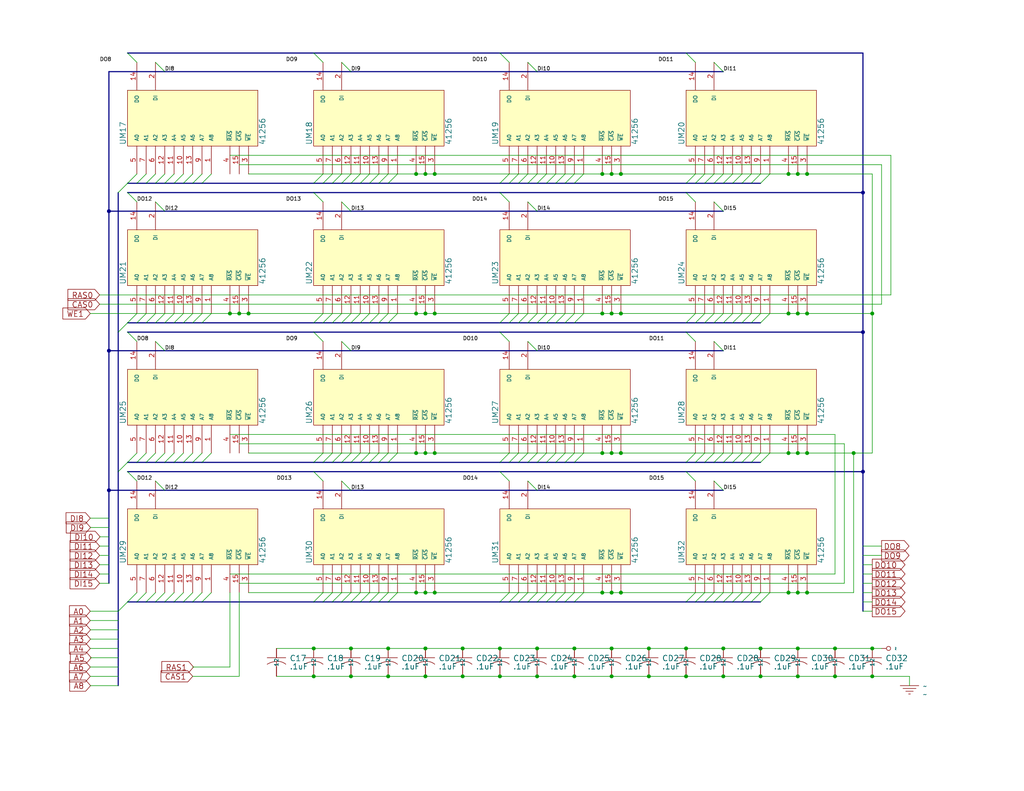
<source format=kicad_sch>
(kicad_sch
	(version 20231120)
	(generator "eeschema")
	(generator_version "8.0")
	(uuid "b32ceb9a-8b99-4d90-ab95-3d4e235ae9f5")
	(paper "A")
	(title_block
		(title " | 512K ODD MEMORY MODULE")
		(date "  January  1, 1980")
		(rev "A")
		(company "(C) 1987,1988 P.D. SMART")
	)
	(lib_symbols
		(symbol "CAPACITOR_1"
			(pin_names
				(offset 1.27)
			)
			(exclude_from_sim no)
			(in_bom yes)
			(on_board yes)
			(property "Reference" "C"
				(at 6.096 -1.016 0)
				(effects
					(font
						(size 1.524 1.524)
					)
					(justify left bottom)
				)
			)
			(property "Value" "CAPACITOR"
				(at 6.096 -1.524 0)
				(effects
					(font
						(size 1.524 1.524)
					)
					(justify left top)
				)
			)
			(property "Footprint" ""
				(at 0 0 0)
				(effects
					(font
						(size 1.27 1.27)
					)
					(hide yes)
				)
			)
			(property "Datasheet" ""
				(at 0 0 0)
				(effects
					(font
						(size 1.27 1.27)
					)
					(hide yes)
				)
			)
			(property "Description" ""
				(at 0 0 0)
				(effects
					(font
						(size 1.27 1.27)
					)
					(hide yes)
				)
			)
			(symbol "CAPACITOR_1_0_1"
				(polyline
					(pts
						(xy 0 0) (xy 5.08 0)
					)
					(stroke
						(width 0)
						(type solid)
					)
					(fill
						(type none)
					)
				)
				(polyline
					(pts
						(xy 2.54 -1.016) (xy 2.54 -2.54)
					)
					(stroke
						(width 0)
						(type solid)
					)
					(fill
						(type none)
					)
				)
				(arc
					(start 2.54 -1.016)
					(mid 1.2314 -1.2325)
					(end 0 -1.778)
					(stroke
						(width 0)
						(type solid)
					)
					(fill
						(type none)
					)
				)
				(arc
					(start 5.08 -1.778)
					(mid 3.8814 -1.136)
					(end 2.54 -1.016)
					(stroke
						(width 0)
						(type solid)
					)
					(fill
						(type none)
					)
				)
			)
			(symbol "CAPACITOR_1_1_1"
				(pin passive line
					(at 2.54 2.54 270)
					(length 2.54)
					(name "1"
						(effects
							(font
								(size 1.016 1.016)
							)
						)
					)
					(number "~"
						(effects
							(font
								(size 1.27 1.27)
							)
						)
					)
				)
				(pin passive line
					(at 2.54 -5.08 90)
					(length 2.54)
					(name "2"
						(effects
							(font
								(size 1.016 1.016)
							)
						)
					)
					(number "~"
						(effects
							(font
								(size 1.27 1.27)
							)
						)
					)
				)
			)
		)
		(symbol "DEVICE:CAPACITOR"
			(pin_names
				(offset 1.27)
			)
			(exclude_from_sim no)
			(in_bom yes)
			(on_board yes)
			(property "Reference" "C"
				(at 6.096 -1.016 0)
				(effects
					(font
						(size 1.524 1.524)
					)
					(justify left bottom)
				)
			)
			(property "Value" "CAPACITOR"
				(at 6.096 -1.524 0)
				(effects
					(font
						(size 1.524 1.524)
					)
					(justify left top)
				)
			)
			(property "Footprint" ""
				(at 0 0 0)
				(effects
					(font
						(size 1.27 1.27)
					)
					(hide yes)
				)
			)
			(property "Datasheet" ""
				(at 0 0 0)
				(effects
					(font
						(size 1.27 1.27)
					)
					(hide yes)
				)
			)
			(property "Description" ""
				(at 0 0 0)
				(effects
					(font
						(size 1.27 1.27)
					)
					(hide yes)
				)
			)
			(symbol "CAPACITOR_0_1"
				(polyline
					(pts
						(xy 0 0) (xy 5.08 0)
					)
					(stroke
						(width 0)
						(type solid)
					)
					(fill
						(type none)
					)
				)
				(polyline
					(pts
						(xy 2.54 -1.016) (xy 2.54 -2.54)
					)
					(stroke
						(width 0)
						(type solid)
					)
					(fill
						(type none)
					)
				)
				(arc
					(start 2.54 -1.016)
					(mid 1.2314 -1.2325)
					(end 0 -1.778)
					(stroke
						(width 0)
						(type solid)
					)
					(fill
						(type none)
					)
				)
				(arc
					(start 5.08 -1.778)
					(mid 3.8814 -1.136)
					(end 2.54 -1.016)
					(stroke
						(width 0)
						(type solid)
					)
					(fill
						(type none)
					)
				)
			)
			(symbol "CAPACITOR_1_1"
				(pin passive line
					(at 2.54 2.54 270)
					(length 2.54)
					(name "1"
						(effects
							(font
								(size 1.016 1.016)
							)
						)
					)
					(number "~"
						(effects
							(font
								(size 1.27 1.27)
							)
						)
					)
				)
				(pin passive line
					(at 2.54 -5.08 90)
					(length 2.54)
					(name "2"
						(effects
							(font
								(size 1.016 1.016)
							)
						)
					)
					(number "~"
						(effects
							(font
								(size 1.27 1.27)
							)
						)
					)
				)
			)
		)
		(symbol "DEVICE:GND_POWER"
			(pin_names
				(offset 1.27)
			)
			(exclude_from_sim no)
			(in_bom yes)
			(on_board yes)
			(property "Reference" "U"
				(at 6.096 -1.016 0)
				(effects
					(font
						(size 1.524 1.524)
					)
					(justify left bottom)
				)
			)
			(property "Value" "GND_POWER"
				(at 6.096 -1.524 0)
				(effects
					(font
						(size 1.524 1.524)
					)
					(justify left top)
				)
			)
			(property "Footprint" ""
				(at 0 0 0)
				(effects
					(font
						(size 1.27 1.27)
					)
					(hide yes)
				)
			)
			(property "Datasheet" ""
				(at 0 0 0)
				(effects
					(font
						(size 1.27 1.27)
					)
					(hide yes)
				)
			)
			(property "Description" ""
				(at 0 0 0)
				(effects
					(font
						(size 1.27 1.27)
					)
					(hide yes)
				)
			)
			(symbol "GND_POWER_0_1"
				(polyline
					(pts
						(xy 0 0) (xy 5.08 0)
					)
					(stroke
						(width 0)
						(type solid)
					)
					(fill
						(type none)
					)
				)
				(polyline
					(pts
						(xy 0.762 -0.762) (xy 4.318 -0.762)
					)
					(stroke
						(width 0)
						(type solid)
					)
					(fill
						(type none)
					)
				)
				(polyline
					(pts
						(xy 2.286 -2.286) (xy 2.794 -2.286)
					)
					(stroke
						(width 0)
						(type solid)
					)
					(fill
						(type none)
					)
				)
				(polyline
					(pts
						(xy 3.556 -1.524) (xy 1.524 -1.524)
					)
					(stroke
						(width 0)
						(type solid)
					)
					(fill
						(type none)
					)
				)
			)
			(symbol "GND_POWER_1_1"
				(pin power_in line
					(at 2.54 0 270)
					(length 0) hide
					(name "GND"
						(effects
							(font
								(size 1.016 1.016)
							)
						)
					)
					(number "~"
						(effects
							(font
								(size 1.27 1.27)
							)
						)
					)
				)
			)
		)
		(symbol "MEMORY:50256"
			(pin_names
				(offset 1.27)
			)
			(exclude_from_sim no)
			(in_bom yes)
			(on_board yes)
			(property "Reference" "U"
				(at 0.254 0.381 0)
				(effects
					(font
						(size 1.524 1.524)
					)
					(justify left bottom)
				)
			)
			(property "Value" "50256"
				(at 0.254 -35.941 0)
				(effects
					(font
						(size 1.524 1.524)
					)
					(justify left top)
				)
			)
			(property "Footprint" ""
				(at 0 0 0)
				(effects
					(font
						(size 1.27 1.27)
					)
					(hide yes)
				)
			)
			(property "Datasheet" ""
				(at 0 0 0)
				(effects
					(font
						(size 1.27 1.27)
					)
					(hide yes)
				)
			)
			(property "Description" ""
				(at 0 0 0)
				(effects
					(font
						(size 1.27 1.27)
					)
					(hide yes)
				)
			)
			(symbol "50256_0_1"
				(rectangle
					(start 0 0)
					(end 15.24 -35.56)
					(stroke
						(width 0)
						(type solid)
					)
					(fill
						(type background)
					)
				)
			)
			(symbol "50256_1_1"
				(pin input line
					(at -7.62 -22.86 0)
					(length 7.62)
					(name "A8"
						(effects
							(font
								(size 1.016 1.016)
							)
						)
					)
					(number "1"
						(effects
							(font
								(size 1.27 1.27)
							)
						)
					)
				)
				(pin input line
					(at -7.62 -15.24 0)
					(length 7.62)
					(name "A5"
						(effects
							(font
								(size 1.016 1.016)
							)
						)
					)
					(number "10"
						(effects
							(font
								(size 1.27 1.27)
							)
						)
					)
				)
				(pin input line
					(at -7.62 -12.7 0)
					(length 7.62)
					(name "A4"
						(effects
							(font
								(size 1.016 1.016)
							)
						)
					)
					(number "11"
						(effects
							(font
								(size 1.27 1.27)
							)
						)
					)
				)
				(pin input line
					(at -7.62 -10.16 0)
					(length 7.62)
					(name "A3"
						(effects
							(font
								(size 1.016 1.016)
							)
						)
					)
					(number "12"
						(effects
							(font
								(size 1.27 1.27)
							)
						)
					)
				)
				(pin input line
					(at -7.62 -17.78 0)
					(length 7.62)
					(name "A6"
						(effects
							(font
								(size 1.016 1.016)
							)
						)
					)
					(number "13"
						(effects
							(font
								(size 1.27 1.27)
							)
						)
					)
				)
				(pin tri_state line
					(at 22.86 -2.54 180)
					(length 7.62)
					(name "DO"
						(effects
							(font
								(size 1.016 1.016)
							)
						)
					)
					(number "14"
						(effects
							(font
								(size 1.27 1.27)
							)
						)
					)
				)
				(pin input line
					(at -7.62 -30.48 0)
					(length 7.62)
					(name "~{CAS}"
						(effects
							(font
								(size 1.016 1.016)
							)
						)
					)
					(number "15"
						(effects
							(font
								(size 1.27 1.27)
							)
						)
					)
				)
				(pin power_in line
					(at 0 -35.56 90)
					(length 0) hide
					(name "VSS"
						(effects
							(font
								(size 1.016 1.016)
							)
						)
					)
					(number "16"
						(effects
							(font
								(size 1.27 1.27)
							)
						)
					)
				)
				(pin input line
					(at 22.86 -7.62 180)
					(length 7.62)
					(name "DI"
						(effects
							(font
								(size 1.016 1.016)
							)
						)
					)
					(number "2"
						(effects
							(font
								(size 1.27 1.27)
							)
						)
					)
				)
				(pin input line
					(at -7.62 -33.02 0)
					(length 7.62)
					(name "~{WE}"
						(effects
							(font
								(size 1.016 1.016)
							)
						)
					)
					(number "3"
						(effects
							(font
								(size 1.27 1.27)
							)
						)
					)
				)
				(pin input line
					(at -7.62 -27.94 0)
					(length 7.62)
					(name "~{RAS}"
						(effects
							(font
								(size 1.016 1.016)
							)
						)
					)
					(number "4"
						(effects
							(font
								(size 1.27 1.27)
							)
						)
					)
				)
				(pin input line
					(at -7.62 -2.54 0)
					(length 7.62)
					(name "A0"
						(effects
							(font
								(size 1.016 1.016)
							)
						)
					)
					(number "5"
						(effects
							(font
								(size 1.27 1.27)
							)
						)
					)
				)
				(pin input line
					(at -7.62 -7.62 0)
					(length 7.62)
					(name "A2"
						(effects
							(font
								(size 1.016 1.016)
							)
						)
					)
					(number "6"
						(effects
							(font
								(size 1.27 1.27)
							)
						)
					)
				)
				(pin input line
					(at -7.62 -5.08 0)
					(length 7.62)
					(name "A1"
						(effects
							(font
								(size 1.016 1.016)
							)
						)
					)
					(number "7"
						(effects
							(font
								(size 1.27 1.27)
							)
						)
					)
				)
				(pin power_in line
					(at 0 0 270)
					(length 0) hide
					(name "VCC"
						(effects
							(font
								(size 1.016 1.016)
							)
						)
					)
					(number "8"
						(effects
							(font
								(size 1.27 1.27)
							)
						)
					)
				)
				(pin input line
					(at -7.62 -20.32 0)
					(length 7.62)
					(name "A7"
						(effects
							(font
								(size 1.016 1.016)
							)
						)
					)
					(number "9"
						(effects
							(font
								(size 1.27 1.27)
							)
						)
					)
				)
			)
		)
		(symbol "pwr:circle"
			(power)
			(pin_numbers hide)
			(pin_names
				(offset 0)
			)
			(exclude_from_sim no)
			(in_bom yes)
			(on_board yes)
			(property "Reference" "#PWR"
				(at 0 -1.524 0)
				(effects
					(font
						(size 1.27 1.27)
					)
					(hide yes)
				)
			)
			(property "Value" "circle"
				(at 0 0 0)
				(effects
					(font
						(size 1.27 1.27)
					)
					(hide yes)
				)
			)
			(property "Footprint" ""
				(at 0 0 0)
				(effects
					(font
						(size 1.27 1.27)
					)
					(hide yes)
				)
			)
			(property "Datasheet" ""
				(at 0 0 0)
				(effects
					(font
						(size 1.27 1.27)
					)
					(hide yes)
				)
			)
			(property "Description" ""
				(at 0 0 0)
				(effects
					(font
						(size 1.27 1.27)
					)
					(hide yes)
				)
			)
			(symbol "circle_0_1"
				(polyline
					(pts
						(xy 0 0) (xy 0 1.27)
					)
					(stroke
						(width 0)
						(type solid)
					)
					(fill
						(type none)
					)
				)
				(circle
					(center 0 1.905)
					(radius 0.5588)
					(stroke
						(width 0)
						(type solid)
					)
					(fill
						(type none)
					)
				)
			)
			(symbol "circle_1_1"
				(pin power_in line
					(at 0 0 90)
					(length 0) hide
					(name "~"
						(effects
							(font
								(size 1.27 1.27)
							)
						)
					)
					(number "1"
						(effects
							(font
								(size 1.27 1.27)
							)
						)
					)
				)
			)
		)
	)
	(junction
		(at 118.618 85.598)
		(diameter 0)
		(color 0 0 0 0)
		(uuid "01910db9-0abc-448e-a413-a0076974fd9f")
	)
	(junction
		(at 235.458 52.578)
		(diameter 0)
		(color 0 0 0 0)
		(uuid "02b5cbb4-a96a-4c2d-a7d3-92187c5ceb30")
	)
	(junction
		(at 166.878 177.038)
		(diameter 0)
		(color 0 0 0 0)
		(uuid "0dd8eb4d-4287-4925-8799-c5faf5378258")
	)
	(junction
		(at 164.338 123.698)
		(diameter 0)
		(color 0 0 0 0)
		(uuid "0f8a0775-cfa3-4646-9f1b-156c8699f2c8")
	)
	(junction
		(at 136.398 177.038)
		(diameter 0)
		(color 0 0 0 0)
		(uuid "131f809d-f590-4d90-b54a-7c55e5a89fc2")
	)
	(junction
		(at 113.538 123.698)
		(diameter 0)
		(color 0 0 0 0)
		(uuid "18c93b7e-de0b-4969-a51b-852c67b81018")
	)
	(junction
		(at 29.718 95.758)
		(diameter 0)
		(color 0 0 0 0)
		(uuid "1b6f5209-874f-4bc0-b618-b109d24db405")
	)
	(junction
		(at 166.878 85.598)
		(diameter 0)
		(color 0 0 0 0)
		(uuid "1f6e7226-7109-4852-b491-e208f5db5f3d")
	)
	(junction
		(at 166.878 123.698)
		(diameter 0)
		(color 0 0 0 0)
		(uuid "216a53d7-2822-4ba4-9b91-5c99249e126a")
	)
	(junction
		(at 187.198 177.038)
		(diameter 0)
		(color 0 0 0 0)
		(uuid "22da8bdf-9370-45ef-9eac-f7a1f54a5749")
	)
	(junction
		(at 220.218 47.498)
		(diameter 0)
		(color 0 0 0 0)
		(uuid "23a088e1-1ef9-42c7-af82-66c3fc12557c")
	)
	(junction
		(at 187.198 184.658)
		(diameter 0)
		(color 0 0 0 0)
		(uuid "25d3e830-fd45-49cc-adb5-046c32156dd3")
	)
	(junction
		(at 177.038 177.038)
		(diameter 0)
		(color 0 0 0 0)
		(uuid "287efbc9-d003-42e3-aa4b-2c1a727323fe")
	)
	(junction
		(at 237.998 177.038)
		(diameter 0)
		(color 0 0 0 0)
		(uuid "341ad72b-36b9-4cd7-84bd-7838fcdd4607")
	)
	(junction
		(at 164.338 161.798)
		(diameter 0)
		(color 0 0 0 0)
		(uuid "35d6beb7-66eb-40b8-9b45-65aabe08ed5c")
	)
	(junction
		(at 116.078 85.598)
		(diameter 0)
		(color 0 0 0 0)
		(uuid "38d5c35d-fe53-416e-9886-385407355fa3")
	)
	(junction
		(at 217.678 161.798)
		(diameter 0)
		(color 0 0 0 0)
		(uuid "3a420838-98b1-4dab-9482-7bc134455960")
	)
	(junction
		(at 85.598 177.038)
		(diameter 0)
		(color 0 0 0 0)
		(uuid "3aa38d71-9a08-43ee-ae3f-859abcbd1d7f")
	)
	(junction
		(at 207.518 177.038)
		(diameter 0)
		(color 0 0 0 0)
		(uuid "4002aad7-6665-4330-b385-c452acd47c34")
	)
	(junction
		(at 237.998 184.658)
		(diameter 0)
		(color 0 0 0 0)
		(uuid "40478f76-9709-499d-b314-6d2e73fce2de")
	)
	(junction
		(at 95.758 184.658)
		(diameter 0)
		(color 0 0 0 0)
		(uuid "46840b36-f4ba-4a74-bb29-2c97297ff929")
	)
	(junction
		(at 235.458 128.778)
		(diameter 0)
		(color 0 0 0 0)
		(uuid "4ef44fa6-dfea-43a8-85dc-e8b0c30e72eb")
	)
	(junction
		(at 166.878 161.798)
		(diameter 0)
		(color 0 0 0 0)
		(uuid "531748e8-309a-4b9e-b4b0-3bd299adbbe3")
	)
	(junction
		(at 169.418 85.598)
		(diameter 0)
		(color 0 0 0 0)
		(uuid "571e23bd-b37e-4938-92ad-bb7e186508e2")
	)
	(junction
		(at 215.138 161.798)
		(diameter 0)
		(color 0 0 0 0)
		(uuid "5f970d15-8aba-49d9-9a56-fe399de36cda")
	)
	(junction
		(at 217.678 177.038)
		(diameter 0)
		(color 0 0 0 0)
		(uuid "66a0347d-438f-4505-b412-1f1306de85eb")
	)
	(junction
		(at 85.598 184.658)
		(diameter 0)
		(color 0 0 0 0)
		(uuid "68cf3462-e552-4ceb-81a6-ca1b14b0ab60")
	)
	(junction
		(at 67.818 85.598)
		(diameter 0)
		(color 0 0 0 0)
		(uuid "6aedbaa4-def6-4327-a8f0-66b4ea4d5ac0")
	)
	(junction
		(at 113.538 47.498)
		(diameter 0)
		(color 0 0 0 0)
		(uuid "6b4fa757-57b6-496e-a84d-51e6d77ae885")
	)
	(junction
		(at 217.678 85.598)
		(diameter 0)
		(color 0 0 0 0)
		(uuid "76fa643f-3bcd-4943-919f-d2e49e5aa1d7")
	)
	(junction
		(at 146.558 177.038)
		(diameter 0)
		(color 0 0 0 0)
		(uuid "77e69798-f2d6-430e-9533-beb6e32142cc")
	)
	(junction
		(at 126.238 177.038)
		(diameter 0)
		(color 0 0 0 0)
		(uuid "7d944ea0-4b95-4840-bc00-b1b56f9df0e4")
	)
	(junction
		(at 126.238 184.658)
		(diameter 0)
		(color 0 0 0 0)
		(uuid "8169e59f-fcae-435d-a144-cd5d2b3582c5")
	)
	(junction
		(at 169.418 47.498)
		(diameter 0)
		(color 0 0 0 0)
		(uuid "83667034-3638-44b1-b27c-6961ab0ad932")
	)
	(junction
		(at 177.038 184.658)
		(diameter 0)
		(color 0 0 0 0)
		(uuid "85389733-5558-44dd-b957-e4442a75f622")
	)
	(junction
		(at 118.618 123.698)
		(diameter 0)
		(color 0 0 0 0)
		(uuid "85e2146f-7f43-4333-821b-29ff5033b18a")
	)
	(junction
		(at 116.078 123.698)
		(diameter 0)
		(color 0 0 0 0)
		(uuid "8dd247c2-0c27-480d-9ead-64279434fdae")
	)
	(junction
		(at 118.618 47.498)
		(diameter 0)
		(color 0 0 0 0)
		(uuid "921b807c-34de-41d1-9f1e-c0efaf4bea47")
	)
	(junction
		(at 197.358 184.658)
		(diameter 0)
		(color 0 0 0 0)
		(uuid "92b26075-83d1-46f9-b20c-39e3264be1d8")
	)
	(junction
		(at 232.918 123.698)
		(diameter 0)
		(color 0 0 0 0)
		(uuid "97e6c31d-ee13-4a2d-90a5-ec020460974a")
	)
	(junction
		(at 29.718 57.658)
		(diameter 0)
		(color 0 0 0 0)
		(uuid "9d431390-557b-4462-83cc-56ef8a557bcb")
	)
	(junction
		(at 237.998 85.598)
		(diameter 0)
		(color 0 0 0 0)
		(uuid "9f5c7da0-85e0-498d-a86f-96f00f2eba9e")
	)
	(junction
		(at 166.878 184.658)
		(diameter 0)
		(color 0 0 0 0)
		(uuid "a0c707e3-0441-4495-bb96-25ab8a5de246")
	)
	(junction
		(at 113.538 161.798)
		(diameter 0)
		(color 0 0 0 0)
		(uuid "a1f215b8-3260-4648-ba64-09e319f7673f")
	)
	(junction
		(at 215.138 85.598)
		(diameter 0)
		(color 0 0 0 0)
		(uuid "a52526c6-1d7f-4c8c-8b47-8c6c7014de2e")
	)
	(junction
		(at 116.078 161.798)
		(diameter 0)
		(color 0 0 0 0)
		(uuid "a568ace3-06c7-441e-90e2-e37ec1f7803c")
	)
	(junction
		(at 156.718 184.658)
		(diameter 0)
		(color 0 0 0 0)
		(uuid "a64ef863-7e16-4a90-8016-bb74b99e2a5d")
	)
	(junction
		(at 95.758 177.038)
		(diameter 0)
		(color 0 0 0 0)
		(uuid "a8f25fe8-3cd3-4b5f-b2dc-d6df3803782b")
	)
	(junction
		(at 164.338 85.598)
		(diameter 0)
		(color 0 0 0 0)
		(uuid "aa3d42a5-4f3a-4406-9a9a-a687098ac8bb")
	)
	(junction
		(at 116.078 177.038)
		(diameter 0)
		(color 0 0 0 0)
		(uuid "aa6e6ccb-6cba-4920-bea4-d5ccd69414cc")
	)
	(junction
		(at 169.418 123.698)
		(diameter 0)
		(color 0 0 0 0)
		(uuid "ac9b2a18-05d5-41be-979b-cff76b0a5e01")
	)
	(junction
		(at 227.838 184.658)
		(diameter 0)
		(color 0 0 0 0)
		(uuid "aefc4d2f-6c24-47d9-926d-3195deaaeb1f")
	)
	(junction
		(at 105.918 177.038)
		(diameter 0)
		(color 0 0 0 0)
		(uuid "af9225e3-b57b-478e-b73b-de2d38744e7e")
	)
	(junction
		(at 166.878 47.498)
		(diameter 0)
		(color 0 0 0 0)
		(uuid "b06b6e30-35bc-48fa-b543-a4a8f0178abc")
	)
	(junction
		(at 227.838 177.038)
		(diameter 0)
		(color 0 0 0 0)
		(uuid "b258dce3-dfa4-42dd-9d21-6d2b8278c38d")
	)
	(junction
		(at 116.078 47.498)
		(diameter 0)
		(color 0 0 0 0)
		(uuid "b72d0afc-f49b-41df-85e5-9711d5c26f06")
	)
	(junction
		(at 235.458 90.678)
		(diameter 0)
		(color 0 0 0 0)
		(uuid "bc6511dd-7d5f-4619-a40d-0f1aaccd9812")
	)
	(junction
		(at 156.718 177.038)
		(diameter 0)
		(color 0 0 0 0)
		(uuid "be9c11ae-3111-46be-a5ef-fba7d7f1709a")
	)
	(junction
		(at 217.678 184.658)
		(diameter 0)
		(color 0 0 0 0)
		(uuid "bf4d3176-b508-477e-ab4e-00b4365d6967")
	)
	(junction
		(at 217.678 47.498)
		(diameter 0)
		(color 0 0 0 0)
		(uuid "c0d17b48-aecb-4193-87bf-f049ab30379d")
	)
	(junction
		(at 105.918 184.658)
		(diameter 0)
		(color 0 0 0 0)
		(uuid "c1bbcf73-44c3-42ee-b583-51a3f4470e2d")
	)
	(junction
		(at 113.538 85.598)
		(diameter 0)
		(color 0 0 0 0)
		(uuid "c3e14fdf-9706-4826-8546-11b2ca3adbf4")
	)
	(junction
		(at 116.078 184.658)
		(diameter 0)
		(color 0 0 0 0)
		(uuid "c9dd600f-fbc0-464c-b93a-512b506eec89")
	)
	(junction
		(at 215.138 123.698)
		(diameter 0)
		(color 0 0 0 0)
		(uuid "cc84442c-1515-40fd-8202-2888d3d8b35a")
	)
	(junction
		(at 65.278 85.598)
		(diameter 0)
		(color 0 0 0 0)
		(uuid "cd485508-809f-44dc-b80d-2e5face250d6")
	)
	(junction
		(at 215.138 47.498)
		(diameter 0)
		(color 0 0 0 0)
		(uuid "ce5e9035-4b95-4f8e-a2c4-44fc0e8e5ece")
	)
	(junction
		(at 146.558 184.658)
		(diameter 0)
		(color 0 0 0 0)
		(uuid "d0876084-72b0-4691-8b88-0a3499ccc872")
	)
	(junction
		(at 220.218 85.598)
		(diameter 0)
		(color 0 0 0 0)
		(uuid "d0d20cf7-00bc-481b-9a02-4be11d1b44dc")
	)
	(junction
		(at 169.418 161.798)
		(diameter 0)
		(color 0 0 0 0)
		(uuid "d267f375-7b28-4a59-baf3-bc35244941d8")
	)
	(junction
		(at 164.338 47.498)
		(diameter 0)
		(color 0 0 0 0)
		(uuid "d72d6a0a-2115-4dd1-a711-b1de48abeaf7")
	)
	(junction
		(at 118.618 161.798)
		(diameter 0)
		(color 0 0 0 0)
		(uuid "dd3ce665-768e-45c2-8875-fe1a195e015a")
	)
	(junction
		(at 136.398 184.658)
		(diameter 0)
		(color 0 0 0 0)
		(uuid "e087119c-14ee-4fd5-96f9-feed4f96618c")
	)
	(junction
		(at 207.518 184.658)
		(diameter 0)
		(color 0 0 0 0)
		(uuid "e5a41dbc-444b-455a-8737-cf99eb626869")
	)
	(junction
		(at 217.678 123.698)
		(diameter 0)
		(color 0 0 0 0)
		(uuid "e5e911fe-792a-4fa1-af6c-405017c94cc4")
	)
	(junction
		(at 197.358 177.038)
		(diameter 0)
		(color 0 0 0 0)
		(uuid "e815444e-a85e-4eaa-9868-fa2f90a92eb8")
	)
	(junction
		(at 220.218 123.698)
		(diameter 0)
		(color 0 0 0 0)
		(uuid "e8cc33ca-c7e8-4085-947c-621e87465754")
	)
	(junction
		(at 220.218 161.798)
		(diameter 0)
		(color 0 0 0 0)
		(uuid "efd6056b-2287-49f4-9ab2-1ae01b8a7e9b")
	)
	(junction
		(at 62.738 85.598)
		(diameter 0)
		(color 0 0 0 0)
		(uuid "f1d62251-a71b-40ae-931b-020807996c99")
	)
	(junction
		(at 29.718 133.858)
		(diameter 0)
		(color 0 0 0 0)
		(uuid "fa115be5-9fcc-4d19-a7ab-ceba3e743182")
	)
	(bus_entry
		(at 204.978 161.798)
		(size -2.54 2.54)
		(stroke
			(width 0)
			(type default)
		)
		(uuid "03893a6f-6554-420f-bf36-4f2437a1159d")
	)
	(bus_entry
		(at 57.658 161.798)
		(size -2.54 2.54)
		(stroke
			(width 0)
			(type default)
		)
		(uuid "045fc16f-7904-47c2-a2be-fc74a6f4ae5c")
	)
	(bus_entry
		(at 44.958 123.698)
		(size -2.54 2.54)
		(stroke
			(width 0)
			(type default)
		)
		(uuid "05c231f3-47ab-4d9f-9784-7d6d0e6d9a5f")
	)
	(bus_entry
		(at 138.938 161.798)
		(size -2.54 2.54)
		(stroke
			(width 0)
			(type default)
		)
		(uuid "086e1972-a560-42fd-a8e1-ccd3656f522b")
	)
	(bus_entry
		(at 88.138 17.018)
		(size -2.54 -2.54)
		(stroke
			(width 0)
			(type default)
		)
		(uuid "0b3df65a-cba0-4b27-9ed9-197d4a7aaf34")
	)
	(bus_entry
		(at 95.758 57.658)
		(size -2.54 -2.54)
		(stroke
			(width 0)
			(type default)
		)
		(uuid "0eaa5b3b-e14a-4dd2-a91d-e2e2d3e884ca")
	)
	(bus_entry
		(at 88.138 123.698)
		(size -2.54 2.54)
		(stroke
			(width 0)
			(type default)
		)
		(uuid "0fa6db7b-e086-4a7f-9243-ded3e4a98fcc")
	)
	(bus_entry
		(at 202.438 123.698)
		(size -2.54 2.54)
		(stroke
			(width 0)
			(type default)
		)
		(uuid "0fc21d8c-2527-47e5-98f4-d35455e8e46d")
	)
	(bus_entry
		(at 42.418 123.698)
		(size -2.54 2.54)
		(stroke
			(width 0)
			(type default)
		)
		(uuid "13758a8e-f5c1-4c6c-8a70-351d860af473")
	)
	(bus_entry
		(at 100.838 85.598)
		(size -2.54 2.54)
		(stroke
			(width 0)
			(type default)
		)
		(uuid "140727ec-2a52-4035-887f-d8a1cb4397d6")
	)
	(bus_entry
		(at 108.458 123.698)
		(size -2.54 2.54)
		(stroke
			(width 0)
			(type default)
		)
		(uuid "153babc4-cb3f-49a1-a4b2-050caec85355")
	)
	(bus_entry
		(at 39.878 47.498)
		(size -2.54 2.54)
		(stroke
			(width 0)
			(type default)
		)
		(uuid "1650193e-2cb7-49a5-8909-c28ca02b28ca")
	)
	(bus_entry
		(at 47.498 161.798)
		(size -2.54 2.54)
		(stroke
			(width 0)
			(type default)
		)
		(uuid "16b9d2f5-235e-4a5f-a629-f95f14ad8b06")
	)
	(bus_entry
		(at 88.138 93.218)
		(size -2.54 -2.54)
		(stroke
			(width 0)
			(type default)
		)
		(uuid "1815d7d0-26f6-46f1-bfe1-9e5407ab6373")
	)
	(bus_entry
		(at 197.358 95.758)
		(size -2.54 -2.54)
		(stroke
			(width 0)
			(type default)
		)
		(uuid "18b389f1-d1ae-418b-b8e3-d82607a303f0")
	)
	(bus_entry
		(at 34.798 88.138)
		(size -2.54 2.54)
		(stroke
			(width 0)
			(type default)
		)
		(uuid "191ac13f-7489-4c00-bf1b-b7c1058258b8")
	)
	(bus_entry
		(at 138.938 47.498)
		(size -2.54 2.54)
		(stroke
			(width 0)
			(type default)
		)
		(uuid "1aedc691-a7f1-430f-95a4-780c09c8760b")
	)
	(bus_entry
		(at 55.118 161.798)
		(size -2.54 2.54)
		(stroke
			(width 0)
			(type default)
		)
		(uuid "1bcf484a-d3e3-479e-bd48-787f0153e257")
	)
	(bus_entry
		(at 192.278 161.798)
		(size -2.54 2.54)
		(stroke
			(width 0)
			(type default)
		)
		(uuid "1c1cb551-6eea-4444-b07d-a0a022ed7e88")
	)
	(bus_entry
		(at 108.458 85.598)
		(size -2.54 2.54)
		(stroke
			(width 0)
			(type default)
		)
		(uuid "1c6c6a3c-4600-4201-ab48-c9319ba97211")
	)
	(bus_entry
		(at 138.938 123.698)
		(size -2.54 2.54)
		(stroke
			(width 0)
			(type default)
		)
		(uuid "1d40d1ca-a27a-4783-863b-5371677673a6")
	)
	(bus_entry
		(at 103.378 161.798)
		(size -2.54 2.54)
		(stroke
			(width 0)
			(type default)
		)
		(uuid "1e17fd71-cd83-41d8-9d2c-a4e389f39546")
	)
	(bus_entry
		(at 144.018 161.798)
		(size -2.54 2.54)
		(stroke
			(width 0)
			(type default)
		)
		(uuid "1e85c3c9-7adf-49cc-a0b8-9dc6210c3aa6")
	)
	(bus_entry
		(at 154.178 85.598)
		(size -2.54 2.54)
		(stroke
			(width 0)
			(type default)
		)
		(uuid "1f43adcc-b9a7-4224-96fb-5c8d0019b4f9")
	)
	(bus_entry
		(at 159.258 85.598)
		(size -2.54 2.54)
		(stroke
			(width 0)
			(type default)
		)
		(uuid "1f6a0805-7db0-4d1a-a095-914da93fb786")
	)
	(bus_entry
		(at 149.098 47.498)
		(size -2.54 2.54)
		(stroke
			(width 0)
			(type default)
		)
		(uuid "2342cdfe-3c71-4052-83ff-a7b5673ee749")
	)
	(bus_entry
		(at 42.418 161.798)
		(size -2.54 2.54)
		(stroke
			(width 0)
			(type default)
		)
		(uuid "24941291-451c-4b5e-ba87-2bfa1f397dac")
	)
	(bus_entry
		(at 55.118 123.698)
		(size -2.54 2.54)
		(stroke
			(width 0)
			(type default)
		)
		(uuid "25f399d3-55f1-4729-89fe-bcd533c87b45")
	)
	(bus_entry
		(at 39.878 123.698)
		(size -2.54 2.54)
		(stroke
			(width 0)
			(type default)
		)
		(uuid "2aed5e5d-d76c-495c-9da3-98f60c68d7a4")
	)
	(bus_entry
		(at 98.298 85.598)
		(size -2.54 2.54)
		(stroke
			(width 0)
			(type default)
		)
		(uuid "2c087990-e263-4b4c-8be7-b3ab57d8d32a")
	)
	(bus_entry
		(at 141.478 123.698)
		(size -2.54 2.54)
		(stroke
			(width 0)
			(type default)
		)
		(uuid "2e465b83-bbc3-4450-a568-a99a73b65a78")
	)
	(bus_entry
		(at 90.678 47.498)
		(size -2.54 2.54)
		(stroke
			(width 0)
			(type default)
		)
		(uuid "2e4845a5-e702-41e2-ba52-12c1571c3b8e")
	)
	(bus_entry
		(at 37.338 17.018)
		(size -2.54 -2.54)
		(stroke
			(width 0)
			(type default)
		)
		(uuid "2e9fbe13-5780-4df0-b827-143a14e78302")
	)
	(bus_entry
		(at 210.058 123.698)
		(size -2.54 2.54)
		(stroke
			(width 0)
			(type default)
		)
		(uuid "2f748d02-36d9-41e7-94fc-b7a719b1a894")
	)
	(bus_entry
		(at 189.738 47.498)
		(size -2.54 2.54)
		(stroke
			(width 0)
			(type default)
		)
		(uuid "30273085-19d9-46f6-b6f8-51f9e286b98a")
	)
	(bus_entry
		(at 103.378 47.498)
		(size -2.54 2.54)
		(stroke
			(width 0)
			(type default)
		)
		(uuid "316ff45e-08dd-484c-8f55-a46fae4b9ccd")
	)
	(bus_entry
		(at 146.558 161.798)
		(size -2.54 2.54)
		(stroke
			(width 0)
			(type default)
		)
		(uuid "344cbd71-8f22-40d6-9f81-cc4a631fdfc1")
	)
	(bus_entry
		(at 44.958 47.498)
		(size -2.54 2.54)
		(stroke
			(width 0)
			(type default)
		)
		(uuid "36060c27-4fff-411a-89cc-507f69d69399")
	)
	(bus_entry
		(at 42.418 85.598)
		(size -2.54 2.54)
		(stroke
			(width 0)
			(type default)
		)
		(uuid "3d812dd5-9729-42d9-b004-dbaf14234f14")
	)
	(bus_entry
		(at 95.758 161.798)
		(size -2.54 2.54)
		(stroke
			(width 0)
			(type default)
		)
		(uuid "3e4406d2-59e2-4097-a3cc-37eba4682703")
	)
	(bus_entry
		(at 149.098 161.798)
		(size -2.54 2.54)
		(stroke
			(width 0)
			(type default)
		)
		(uuid "3e6c0012-b467-432a-846c-a8d381f5c14d")
	)
	(bus_entry
		(at 192.278 123.698)
		(size -2.54 2.54)
		(stroke
			(width 0)
			(type default)
		)
		(uuid "3f3d04dd-5561-4577-9576-e77cf2426ecb")
	)
	(bus_entry
		(at 197.358 19.558)
		(size -2.54 -2.54)
		(stroke
			(width 0)
			(type default)
		)
		(uuid "3fec082f-5572-4322-b8d1-ec1ff6e71030")
	)
	(bus_entry
		(at 88.138 131.318)
		(size -2.54 -2.54)
		(stroke
			(width 0)
			(type default)
		)
		(uuid "404e1145-1f36-46c9-bb17-8ee61e8c656b")
	)
	(bus_entry
		(at 90.678 161.798)
		(size -2.54 2.54)
		(stroke
			(width 0)
			(type default)
		)
		(uuid "40ad4c7f-67ab-4469-b851-0deed3505d82")
	)
	(bus_entry
		(at 146.558 19.558)
		(size -2.54 -2.54)
		(stroke
			(width 0)
			(type default)
		)
		(uuid "4242697a-de8e-4213-81a5-8a5b19a60711")
	)
	(bus_entry
		(at 194.818 161.798)
		(size -2.54 2.54)
		(stroke
			(width 0)
			(type default)
		)
		(uuid "427ff89f-5b87-4427-ab1e-8d2da26001a2")
	)
	(bus_entry
		(at 207.518 123.698)
		(size -2.54 2.54)
		(stroke
			(width 0)
			(type default)
		)
		(uuid "4283e160-22c9-4fff-95a3-973d275fa085")
	)
	(bus_entry
		(at 189.738 55.118)
		(size -2.54 -2.54)
		(stroke
			(width 0)
			(type default)
		)
		(uuid "44506640-78ef-4285-b40e-7ece461e6600")
	)
	(bus_entry
		(at 93.218 85.598)
		(size -2.54 2.54)
		(stroke
			(width 0)
			(type default)
		)
		(uuid "4677970e-f235-4e86-902c-4822d248b607")
	)
	(bus_entry
		(at 95.758 85.598)
		(size -2.54 2.54)
		(stroke
			(width 0)
			(type default)
		)
		(uuid "4847e4ac-2868-4991-a09f-19ca4f720d21")
	)
	(bus_entry
		(at 88.138 55.118)
		(size -2.54 -2.54)
		(stroke
			(width 0)
			(type default)
		)
		(uuid "48c1a86c-6b57-4f5b-9f26-11872e3f2708")
	)
	(bus_entry
		(at 197.358 123.698)
		(size -2.54 2.54)
		(stroke
			(width 0)
			(type default)
		)
		(uuid "4cd72c12-5368-4424-9a63-4af712544e14")
	)
	(bus_entry
		(at 149.098 123.698)
		(size -2.54 2.54)
		(stroke
			(width 0)
			(type default)
		)
		(uuid "51223229-0459-4247-911e-84acc126cf0c")
	)
	(bus_entry
		(at 159.258 123.698)
		(size -2.54 2.54)
		(stroke
			(width 0)
			(type default)
		)
		(uuid "51297e1f-36bc-4d2c-b74a-aa779e7667c8")
	)
	(bus_entry
		(at 50.038 47.498)
		(size -2.54 2.54)
		(stroke
			(width 0)
			(type default)
		)
		(uuid "5276aa4b-5f30-4671-9616-ab2a9165ff44")
	)
	(bus_entry
		(at 95.758 47.498)
		(size -2.54 2.54)
		(stroke
			(width 0)
			(type default)
		)
		(uuid "54889796-4400-404f-902e-24c11788565e")
	)
	(bus_entry
		(at 105.918 47.498)
		(size -2.54 2.54)
		(stroke
			(width 0)
			(type default)
		)
		(uuid "54c323ab-c878-4ddf-b000-535406184369")
	)
	(bus_entry
		(at 197.358 47.498)
		(size -2.54 2.54)
		(stroke
			(width 0)
			(type default)
		)
		(uuid "55195090-e424-4d5a-94e6-4f647c1b5dee")
	)
	(bus_entry
		(at 90.678 123.698)
		(size -2.54 2.54)
		(stroke
			(width 0)
			(type default)
		)
		(uuid "565650f7-b5e0-4d22-a2b9-91c1a74e7740")
	)
	(bus_entry
		(at 37.338 93.218)
		(size -2.54 -2.54)
		(stroke
			(width 0)
			(type default)
		)
		(uuid "59a0cb93-9e01-43bd-8965-004d4c3a3f2f")
	)
	(bus_entry
		(at 37.338 85.598)
		(size -2.54 2.54)
		(stroke
			(width 0)
			(type default)
		)
		(uuid "5c6e94cc-255b-40fd-a053-0655ee045b3b")
	)
	(bus_entry
		(at 194.818 47.498)
		(size -2.54 2.54)
		(stroke
			(width 0)
			(type default)
		)
		(uuid "5e33ceae-d777-49ea-a6e3-2fdd932d6605")
	)
	(bus_entry
		(at 98.298 161.798)
		(size -2.54 2.54)
		(stroke
			(width 0)
			(type default)
		)
		(uuid "5f7a16a4-6710-4d35-8ac6-792af61df789")
	)
	(bus_entry
		(at 100.838 47.498)
		(size -2.54 2.54)
		(stroke
			(width 0)
			(type default)
		)
		(uuid "61ae05f8-4dec-4e57-9577-06ff458a9fe5")
	)
	(bus_entry
		(at 105.918 161.798)
		(size -2.54 2.54)
		(stroke
			(width 0)
			(type default)
		)
		(uuid "61ff747f-5f56-4e99-a93f-06fc7f1a410a")
	)
	(bus_entry
		(at 57.658 85.598)
		(size -2.54 2.54)
		(stroke
			(width 0)
			(type default)
		)
		(uuid "6237c608-e68b-45be-ae30-b335a640e100")
	)
	(bus_entry
		(at 151.638 47.498)
		(size -2.54 2.54)
		(stroke
			(width 0)
			(type default)
		)
		(uuid "6273a46e-acf6-4b95-aae8-ce965a4ba10b")
	)
	(bus_entry
		(at 47.498 47.498)
		(size -2.54 2.54)
		(stroke
			(width 0)
			(type default)
		)
		(uuid "62df5319-e7b4-41cd-ae22-79d7397e10ce")
	)
	(bus_entry
		(at 34.798 126.238)
		(size -2.54 2.54)
		(stroke
			(width 0)
			(type default)
		)
		(uuid "6416f685-55e6-432f-8118-afd68d1549e4")
	)
	(bus_entry
		(at 189.738 93.218)
		(size -2.54 -2.54)
		(stroke
			(width 0)
			(type default)
		)
		(uuid "66c3e79b-64df-4eb5-adf6-b9b42b4ac15b")
	)
	(bus_entry
		(at 210.058 161.798)
		(size -2.54 2.54)
		(stroke
			(width 0)
			(type default)
		)
		(uuid "67b90d83-d6cf-44d8-8b3e-8e03911a5c99")
	)
	(bus_entry
		(at 93.218 161.798)
		(size -2.54 2.54)
		(stroke
			(width 0)
			(type default)
		)
		(uuid "69c7e253-b57c-4f86-934b-d15220ea5094")
	)
	(bus_entry
		(at 189.738 123.698)
		(size -2.54 2.54)
		(stroke
			(width 0)
			(type default)
		)
		(uuid "6a833e4f-aa7e-4d01-b523-2b03ba587ba2")
	)
	(bus_entry
		(at 210.058 85.598)
		(size -2.54 2.54)
		(stroke
			(width 0)
			(type default)
		)
		(uuid "6ae399f3-aa29-4f87-9c29-5aa5bdde0d69")
	)
	(bus_entry
		(at 95.758 133.858)
		(size -2.54 -2.54)
		(stroke
			(width 0)
			(type default)
		)
		(uuid "6c186c0c-de84-4b91-bda0-4372b0cc4fde")
	)
	(bus_entry
		(at 57.658 123.698)
		(size -2.54 2.54)
		(stroke
			(width 0)
			(type default)
		)
		(uuid "6d1cad9d-fc3f-4825-afc3-88cf2a6a9d2a")
	)
	(bus_entry
		(at 199.898 47.498)
		(size -2.54 2.54)
		(stroke
			(width 0)
			(type default)
		)
		(uuid "6e3ca9d3-8b95-4b54-9e46-1f10f7684e30")
	)
	(bus_entry
		(at 37.338 123.698)
		(size -2.54 2.54)
		(stroke
			(width 0)
			(type default)
		)
		(uuid "6fb64ede-573a-4a5c-933e-3376628b2b54")
	)
	(bus_entry
		(at 192.278 47.498)
		(size -2.54 2.54)
		(stroke
			(width 0)
			(type default)
		)
		(uuid "6fe497f7-bc16-43a9-b426-15fa35511bcf")
	)
	(bus_entry
		(at 189.738 161.798)
		(size -2.54 2.54)
		(stroke
			(width 0)
			(type default)
		)
		(uuid "70ed2d4f-4c5d-4320-a6de-6d1ff44ab29b")
	)
	(bus_entry
		(at 146.558 123.698)
		(size -2.54 2.54)
		(stroke
			(width 0)
			(type default)
		)
		(uuid "71915fba-864d-4fdb-bb77-0ab1c8947310")
	)
	(bus_entry
		(at 154.178 47.498)
		(size -2.54 2.54)
		(stroke
			(width 0)
			(type default)
		)
		(uuid "78954c75-b5ab-4d9c-b850-fd65a4d933c5")
	)
	(bus_entry
		(at 204.978 123.698)
		(size -2.54 2.54)
		(stroke
			(width 0)
			(type default)
		)
		(uuid "7a8c0d95-3f55-43d1-b88c-1e34394322a9")
	)
	(bus_entry
		(at 44.958 19.558)
		(size -2.54 -2.54)
		(stroke
			(width 0)
			(type default)
		)
		(uuid "7c0d9dfc-fb77-47f8-a6a6-806dd173847d")
	)
	(bus_entry
		(at 141.478 161.798)
		(size -2.54 2.54)
		(stroke
			(width 0)
			(type default)
		)
		(uuid "7ffbc28b-71d9-4fbb-83dd-c14aa611f33e")
	)
	(bus_entry
		(at 189.738 17.018)
		(size -2.54 -2.54)
		(stroke
			(width 0)
			(type default)
		)
		(uuid "85a42315-4609-4034-88ec-ad86abe13736")
	)
	(bus_entry
		(at 47.498 85.598)
		(size -2.54 2.54)
		(stroke
			(width 0)
			(type default)
		)
		(uuid "865c55f4-67e0-49be-99ec-2a90b39b0428")
	)
	(bus_entry
		(at 57.658 47.498)
		(size -2.54 2.54)
		(stroke
			(width 0)
			(type default)
		)
		(uuid "8727158a-9167-4f32-986d-4cf31d116805")
	)
	(bus_entry
		(at 39.878 161.798)
		(size -2.54 2.54)
		(stroke
			(width 0)
			(type default)
		)
		(uuid "878d674e-64e5-4708-9d7f-7e6b962a3875")
	)
	(bus_entry
		(at 37.338 161.798)
		(size -2.54 2.54)
		(stroke
			(width 0)
			(type default)
		)
		(uuid "88cc9c2c-1d90-4e54-bf3b-4767d7b925c7")
	)
	(bus_entry
		(at 144.018 123.698)
		(size -2.54 2.54)
		(stroke
			(width 0)
			(type default)
		)
		(uuid "8918af11-de58-4ce1-bd45-c9d314d371ba")
	)
	(bus_entry
		(at 95.758 95.758)
		(size -2.54 -2.54)
		(stroke
			(width 0)
			(type default)
		)
		(uuid "89b069ca-977c-495b-b2cc-3e60dd9869d2")
	)
	(bus_entry
		(at 37.338 47.498)
		(size -2.54 2.54)
		(stroke
			(width 0)
			(type default)
		)
		(uuid "8a689403-fa2e-4dca-8757-b817893d85e3")
	)
	(bus_entry
		(at 95.758 19.558)
		(size -2.54 -2.54)
		(stroke
			(width 0)
			(type default)
		)
		(uuid "8b135958-a302-4431-9c9c-2fe93a70c397")
	)
	(bus_entry
		(at 34.798 50.038)
		(size -2.54 2.54)
		(stroke
			(width 0)
			(type default)
		)
		(uuid "8c88cabf-ab28-4eae-b343-ccb3ce41c548")
	)
	(bus_entry
		(at 141.478 85.598)
		(size -2.54 2.54)
		(stroke
			(width 0)
			(type default)
		)
		(uuid "8d72db2a-ca5d-46e2-b657-5cf06ace0a72")
	)
	(bus_entry
		(at 44.958 85.598)
		(size -2.54 2.54)
		(stroke
			(width 0)
			(type default)
		)
		(uuid "8d9d93e4-f09f-460b-b9c1-f1e6d88b840e")
	)
	(bus_entry
		(at 202.438 85.598)
		(size -2.54 2.54)
		(stroke
			(width 0)
			(type default)
		)
		(uuid "91279498-2048-4f9f-a270-f6444b41e486")
	)
	(bus_entry
		(at 146.558 47.498)
		(size -2.54 2.54)
		(stroke
			(width 0)
			(type default)
		)
		(uuid "9949e0bc-e143-4035-b935-0a16e6caa490")
	)
	(bus_entry
		(at 93.218 47.498)
		(size -2.54 2.54)
		(stroke
			(width 0)
			(type default)
		)
		(uuid "9a2981d6-73b0-46e7-ad98-d76b816cc176")
	)
	(bus_entry
		(at 95.758 123.698)
		(size -2.54 2.54)
		(stroke
			(width 0)
			(type default)
		)
		(uuid "9a4464e8-1e20-4a5f-a840-8364d145908c")
	)
	(bus_entry
		(at 138.938 85.598)
		(size -2.54 2.54)
		(stroke
			(width 0)
			(type default)
		)
		(uuid "9af1bf68-801d-494c-8be4-39ee118260bb")
	)
	(bus_entry
		(at 93.218 123.698)
		(size -2.54 2.54)
		(stroke
			(width 0)
			(type default)
		)
		(uuid "9d1832dd-3ad8-4c22-87e9-b8aad2eb7b08")
	)
	(bus_entry
		(at 204.978 85.598)
		(size -2.54 2.54)
		(stroke
			(width 0)
			(type default)
		)
		(uuid "a0e61269-c6dc-4c40-bfd1-192b41bb71f3")
	)
	(bus_entry
		(at 151.638 161.798)
		(size -2.54 2.54)
		(stroke
			(width 0)
			(type default)
		)
		(uuid "a20eeb5a-9d6c-483c-a026-7ef4aa212b88")
	)
	(bus_entry
		(at 105.918 123.698)
		(size -2.54 2.54)
		(stroke
			(width 0)
			(type default)
		)
		(uuid "a34d63da-7bfe-43ed-9a9d-4fc1d94d325e")
	)
	(bus_entry
		(at 146.558 133.858)
		(size -2.54 -2.54)
		(stroke
			(width 0)
			(type default)
		)
		(uuid "a5054d79-0258-4ad5-92e7-c4216ae71460")
	)
	(bus_entry
		(at 44.958 57.658)
		(size -2.54 -2.54)
		(stroke
			(width 0)
			(type default)
		)
		(uuid "a873879c-ae49-4bd7-9749-7cf2f1b058da")
	)
	(bus_entry
		(at 55.118 47.498)
		(size -2.54 2.54)
		(stroke
			(width 0)
			(type default)
		)
		(uuid "a93ac50b-3f46-4bdb-a6aa-b7dc3ae44402")
	)
	(bus_entry
		(at 138.938 93.218)
		(size -2.54 -2.54)
		(stroke
			(width 0)
			(type default)
		)
		(uuid "a95a6e8f-658e-4926-b567-bc98d0b5d9ac")
	)
	(bus_entry
		(at 138.938 17.018)
		(size -2.54 -2.54)
		(stroke
			(width 0)
			(type default)
		)
		(uuid "aaf34785-e182-4dc4-b9f1-fb9f8e1f8823")
	)
	(bus_entry
		(at 197.358 85.598)
		(size -2.54 2.54)
		(stroke
			(width 0)
			(type default)
		)
		(uuid "aafe5394-2ab0-4073-b634-b0d2a5df8a9e")
	)
	(bus_entry
		(at 151.638 123.698)
		(size -2.54 2.54)
		(stroke
			(width 0)
			(type default)
		)
		(uuid "ab1c6fa7-39aa-4b85-aca3-a5c535c80b34")
	)
	(bus_entry
		(at 90.678 85.598)
		(size -2.54 2.54)
		(stroke
			(width 0)
			(type default)
		)
		(uuid "aec1512e-4595-4753-9366-4459d870d15b")
	)
	(bus_entry
		(at 189.738 85.598)
		(size -2.54 2.54)
		(stroke
			(width 0)
			(type default)
		)
		(uuid "b041ab50-6307-49d2-b8a5-b095e3574bc7")
	)
	(bus_entry
		(at 52.578 47.498)
		(size -2.54 2.54)
		(stroke
			(width 0)
			(type default)
		)
		(uuid "b067ba39-5d1b-41f2-b8dc-9a284c6e87b3")
	)
	(bus_entry
		(at 103.378 85.598)
		(size -2.54 2.54)
		(stroke
			(width 0)
			(type default)
		)
		(uuid "b11cc6b4-9c8f-4bc2-b2cf-37ab4a90ab36")
	)
	(bus_entry
		(at 138.938 55.118)
		(size -2.54 -2.54)
		(stroke
			(width 0)
			(type default)
		)
		(uuid "b1cf46ca-8115-4b5f-8b82-da8110605eb1")
	)
	(bus_entry
		(at 100.838 123.698)
		(size -2.54 2.54)
		(stroke
			(width 0)
			(type default)
		)
		(uuid "b23bd6c9-4dc5-46c7-a7c5-284377ad3a9b")
	)
	(bus_entry
		(at 146.558 95.758)
		(size -2.54 -2.54)
		(stroke
			(width 0)
			(type default)
		)
		(uuid "b286fc33-18ed-463e-a0c0-9194938b6e2f")
	)
	(bus_entry
		(at 88.138 161.798)
		(size -2.54 2.54)
		(stroke
			(width 0)
			(type default)
		)
		(uuid "b35b132f-b364-4697-88c0-d8e2c2e9a368")
	)
	(bus_entry
		(at 52.578 123.698)
		(size -2.54 2.54)
		(stroke
			(width 0)
			(type default)
		)
		(uuid "b8ccdf91-a604-444e-a67d-84c81b220c75")
	)
	(bus_entry
		(at 34.798 164.338)
		(size -2.54 2.54)
		(stroke
			(width 0)
			(type default)
		)
		(uuid "b9d54caa-4ac7-4902-817a-cdbf42726241")
	)
	(bus_entry
		(at 207.518 85.598)
		(size -2.54 2.54)
		(stroke
			(width 0)
			(type default)
		)
		(uuid "ba544ab4-d7da-4f61-98ac-0855e93b38f3")
	)
	(bus_entry
		(at 108.458 47.498)
		(size -2.54 2.54)
		(stroke
			(width 0)
			(type default)
		)
		(uuid "bdb76e5c-e926-4b96-a8f1-99a323e48d95")
	)
	(bus_entry
		(at 88.138 47.498)
		(size -2.54 2.54)
		(stroke
			(width 0)
			(type default)
		)
		(uuid "be29e1e4-d0d6-415c-a1f2-5f2e4c7d9ceb")
	)
	(bus_entry
		(at 156.718 47.498)
		(size -2.54 2.54)
		(stroke
			(width 0)
			(type default)
		)
		(uuid "c029d8f8-a787-4948-8cc4-3730288f662a")
	)
	(bus_entry
		(at 44.958 95.758)
		(size -2.54 -2.54)
		(stroke
			(width 0)
			(type default)
		)
		(uuid "c0867001-abbe-419a-9c2e-dc068e2a22c2")
	)
	(bus_entry
		(at 199.898 85.598)
		(size -2.54 2.54)
		(stroke
			(width 0)
			(type default)
		)
		(uuid "c3765e48-f0dc-4c9e-b389-12e9730ae9fa")
	)
	(bus_entry
		(at 197.358 161.798)
		(size -2.54 2.54)
		(stroke
			(width 0)
			(type default)
		)
		(uuid "c509bcc7-3217-4098-ba70-1657f1acb8ef")
	)
	(bus_entry
		(at 156.718 123.698)
		(size -2.54 2.54)
		(stroke
			(width 0)
			(type default)
		)
		(uuid "c5ad3a65-f3c3-47c0-8d10-5905f10cfc1f")
	)
	(bus_entry
		(at 202.438 47.498)
		(size -2.54 2.54)
		(stroke
			(width 0)
			(type default)
		)
		(uuid "c634b0a0-0746-41ed-ac18-7e2fef9036b4")
	)
	(bus_entry
		(at 197.358 57.658)
		(size -2.54 -2.54)
		(stroke
			(width 0)
			(type default)
		)
		(uuid "c76b9805-611c-48c4-ab41-0eccc5d7e768")
	)
	(bus_entry
		(at 144.018 47.498)
		(size -2.54 2.54)
		(stroke
			(width 0)
			(type default)
		)
		(uuid "c7ba68e3-6204-4a13-af0e-7d9df8a39352")
	)
	(bus_entry
		(at 146.558 85.598)
		(size -2.54 2.54)
		(stroke
			(width 0)
			(type default)
		)
		(uuid "cb099135-cac2-451a-83f7-18b01a0457ee")
	)
	(bus_entry
		(at 156.718 161.798)
		(size -2.54 2.54)
		(stroke
			(width 0)
			(type default)
		)
		(uuid "cca80131-f50c-404f-b206-5b0e7f08fa3f")
	)
	(bus_entry
		(at 37.338 131.318)
		(size -2.54 -2.54)
		(stroke
			(width 0)
			(type default)
		)
		(uuid "ccf9d20d-a516-409e-a4d3-69403e029748")
	)
	(bus_entry
		(at 210.058 47.498)
		(size -2.54 2.54)
		(stroke
			(width 0)
			(type default)
		)
		(uuid "cdfd9801-924e-43ed-868b-1e0b56dbdbbd")
	)
	(bus_entry
		(at 98.298 123.698)
		(size -2.54 2.54)
		(stroke
			(width 0)
			(type default)
		)
		(uuid "ce6ba9bd-adc9-44b4-9b73-cd696d0dabf9")
	)
	(bus_entry
		(at 108.458 161.798)
		(size -2.54 2.54)
		(stroke
			(width 0)
			(type default)
		)
		(uuid "d007dbae-8c6d-4eb2-a872-b30d10c331d7")
	)
	(bus_entry
		(at 207.518 47.498)
		(size -2.54 2.54)
		(stroke
			(width 0)
			(type default)
		)
		(uuid "d0391c5e-7373-4a28-963d-439619b73231")
	)
	(bus_entry
		(at 50.038 123.698)
		(size -2.54 2.54)
		(stroke
			(width 0)
			(type default)
		)
		(uuid "d0d80d17-d7be-4063-a3aa-cfa79916c163")
	)
	(bus_entry
		(at 159.258 161.798)
		(size -2.54 2.54)
		(stroke
			(width 0)
			(type default)
		)
		(uuid "d0dc2b96-5599-4b21-b89f-3392dbc0fcce")
	)
	(bus_entry
		(at 50.038 161.798)
		(size -2.54 2.54)
		(stroke
			(width 0)
			(type default)
		)
		(uuid "d13c1d03-1265-42c0-991e-8992aea95117")
	)
	(bus_entry
		(at 156.718 85.598)
		(size -2.54 2.54)
		(stroke
			(width 0)
			(type default)
		)
		(uuid "d1c96134-b70d-472f-ac72-e1155312c83c")
	)
	(bus_entry
		(at 204.978 47.498)
		(size -2.54 2.54)
		(stroke
			(width 0)
			(type default)
		)
		(uuid "d1cbe1fc-7ddc-4897-ab29-f326b25507e6")
	)
	(bus_entry
		(at 154.178 161.798)
		(size -2.54 2.54)
		(stroke
			(width 0)
			(type default)
		)
		(uuid "d1da7bdf-4063-412f-8ecf-071afdf8b15d")
	)
	(bus_entry
		(at 138.938 131.318)
		(size -2.54 -2.54)
		(stroke
			(width 0)
			(type default)
		)
		(uuid "d20d1a6d-54a1-4d49-a67e-7939d09bb6a4")
	)
	(bus_entry
		(at 44.958 133.858)
		(size -2.54 -2.54)
		(stroke
			(width 0)
			(type default)
		)
		(uuid "d3561a82-dbe5-4f44-b5e0-dfafb0a3eb3b")
	)
	(bus_entry
		(at 194.818 123.698)
		(size -2.54 2.54)
		(stroke
			(width 0)
			(type default)
		)
		(uuid "d36716ad-b4f5-49bb-bfc0-08f9b8f35729")
	)
	(bus_entry
		(at 194.818 85.598)
		(size -2.54 2.54)
		(stroke
			(width 0)
			(type default)
		)
		(uuid "d4e77d4e-a081-4b4a-aab6-45d8493bce77")
	)
	(bus_entry
		(at 151.638 85.598)
		(size -2.54 2.54)
		(stroke
			(width 0)
			(type default)
		)
		(uuid "d8178f1c-b01c-4301-b4e6-610d8bed72d2")
	)
	(bus_entry
		(at 47.498 123.698)
		(size -2.54 2.54)
		(stroke
			(width 0)
			(type default)
		)
		(uuid "d874969d-e55e-4030-a74b-5fe368140ea2")
	)
	(bus_entry
		(at 199.898 123.698)
		(size -2.54 2.54)
		(stroke
			(width 0)
			(type default)
		)
		(uuid "d8db31f3-9238-4840-ac63-ec5fe2be711f")
	)
	(bus_entry
		(at 88.138 85.598)
		(size -2.54 2.54)
		(stroke
			(width 0)
			(type default)
		)
		(uuid "da3c65e9-c102-4c74-af75-b78b8f7daa76")
	)
	(bus_entry
		(at 207.518 161.798)
		(size -2.54 2.54)
		(stroke
			(width 0)
			(type default)
		)
		(uuid "da6ff4ed-a7f3-478f-94a3-29e36f20bfe0")
	)
	(bus_entry
		(at 199.898 161.798)
		(size -2.54 2.54)
		(stroke
			(width 0)
			(type default)
		)
		(uuid "dae9d5df-98ba-4e69-89e1-e044dd6682af")
	)
	(bus_entry
		(at 189.738 131.318)
		(size -2.54 -2.54)
		(stroke
			(width 0)
			(type default)
		)
		(uuid "dc8c0f4d-37ca-4d4a-b4a0-c3323fcb8dcb")
	)
	(bus_entry
		(at 154.178 123.698)
		(size -2.54 2.54)
		(stroke
			(width 0)
			(type default)
		)
		(uuid "dcc6f6af-be8b-45d4-b82e-258ace408ce8")
	)
	(bus_entry
		(at 103.378 123.698)
		(size -2.54 2.54)
		(stroke
			(width 0)
			(type default)
		)
		(uuid "e2144bac-52b4-460e-babd-5794670a460d")
	)
	(bus_entry
		(at 149.098 85.598)
		(size -2.54 2.54)
		(stroke
			(width 0)
			(type default)
		)
		(uuid "e2ba12da-7bff-485d-b3b7-eb36e291cb21")
	)
	(bus_entry
		(at 55.118 85.598)
		(size -2.54 2.54)
		(stroke
			(width 0)
			(type default)
		)
		(uuid "e3e0d77f-9500-49a0-9ec3-dec2bbd35f09")
	)
	(bus_entry
		(at 52.578 85.598)
		(size -2.54 2.54)
		(stroke
			(width 0)
			(type default)
		)
		(uuid "e41ae315-5b58-42e4-8bf7-0835fa248f4d")
	)
	(bus_entry
		(at 42.418 47.498)
		(size -2.54 2.54)
		(stroke
			(width 0)
			(type default)
		)
		(uuid "e4dcc599-87c1-4992-b384-3db10216f0c3")
	)
	(bus_entry
		(at 192.278 85.598)
		(size -2.54 2.54)
		(stroke
			(width 0)
			(type default)
		)
		(uuid "e5966961-4171-4942-979c-43ce2fe16905")
	)
	(bus_entry
		(at 144.018 85.598)
		(size -2.54 2.54)
		(stroke
			(width 0)
			(type default)
		)
		(uuid "e681230e-bff2-4f0c-bc39-73da6e5c9c84")
	)
	(bus_entry
		(at 98.298 47.498)
		(size -2.54 2.54)
		(stroke
			(width 0)
			(type default)
		)
		(uuid "e723eb3d-3fa5-441a-a545-8b613a030bce")
	)
	(bus_entry
		(at 159.258 47.498)
		(size -2.54 2.54)
		(stroke
			(width 0)
			(type default)
		)
		(uuid "e7ac70b6-06cc-41a5-bd2e-a65350d3dbf3")
	)
	(bus_entry
		(at 39.878 85.598)
		(size -2.54 2.54)
		(stroke
			(width 0)
			(type default)
		)
		(uuid "e8ad6b12-977e-423c-8993-c4cbc9bdba12")
	)
	(bus_entry
		(at 197.358 133.858)
		(size -2.54 -2.54)
		(stroke
			(width 0)
			(type default)
		)
		(uuid "e8d92f21-e10f-4ca7-9ee6-ff73a3c975ae")
	)
	(bus_entry
		(at 202.438 161.798)
		(size -2.54 2.54)
		(stroke
			(width 0)
			(type default)
		)
		(uuid "eab70b56-24d8-4f5f-addb-8a58441ca983")
	)
	(bus_entry
		(at 50.038 85.598)
		(size -2.54 2.54)
		(stroke
			(width 0)
			(type default)
		)
		(uuid "ec00a16b-e4d9-4540-b89a-7343d66d7226")
	)
	(bus_entry
		(at 44.958 161.798)
		(size -2.54 2.54)
		(stroke
			(width 0)
			(type default)
		)
		(uuid "ef35fd75-87ae-4346-ae4e-f68fe8069da8")
	)
	(bus_entry
		(at 141.478 47.498)
		(size -2.54 2.54)
		(stroke
			(width 0)
			(type default)
		)
		(uuid "f2770009-76d8-4e01-88ef-acd69a808f44")
	)
	(bus_entry
		(at 105.918 85.598)
		(size -2.54 2.54)
		(stroke
			(width 0)
			(type default)
		)
		(uuid "f6d37e8e-7294-471a-8871-f2bfc35530a9")
	)
	(bus_entry
		(at 52.578 161.798)
		(size -2.54 2.54)
		(stroke
			(width 0)
			(type default)
		)
		(uuid "f8f4a08a-a895-442c-9ee9-0d40fc5cb11c")
	)
	(bus_entry
		(at 37.338 55.118)
		(size -2.54 -2.54)
		(stroke
			(width 0)
			(type default)
		)
		(uuid "facdf735-84e2-4ca7-b959-5029ea948536")
	)
	(bus_entry
		(at 100.838 161.798)
		(size -2.54 2.54)
		(stroke
			(width 0)
			(type default)
		)
		(uuid "fc283283-77a4-4b9e-86ae-84bf128ecfd9")
	)
	(bus_entry
		(at 146.558 57.658)
		(size -2.54 -2.54)
		(stroke
			(width 0)
			(type default)
		)
		(uuid "fc73153e-c4e8-4b17-92cc-47845f1ac9d2")
	)
	(wire
		(pts
			(xy 204.978 123.698) (xy 207.518 123.698)
		)
		(stroke
			(width 0)
			(type default)
		)
		(uuid "00876f7f-c3aa-4f30-913d-d11ee288b0b3")
	)
	(wire
		(pts
			(xy 159.258 123.698) (xy 164.338 123.698)
		)
		(stroke
			(width 0)
			(type default)
		)
		(uuid "01aee056-2e82-45a8-bb16-40a61a7aace5")
	)
	(wire
		(pts
			(xy 24.638 179.578) (xy 32.258 179.578)
		)
		(stroke
			(width 0)
			(type default)
		)
		(uuid "0203c08f-8e84-4c9d-859d-a85eb86e3af7")
	)
	(wire
		(pts
			(xy 65.278 85.598) (xy 67.818 85.598)
		)
		(stroke
			(width 0)
			(type default)
		)
		(uuid "021193a2-b98d-404e-bca4-6ad19f5d083e")
	)
	(wire
		(pts
			(xy 108.458 47.498) (xy 105.918 47.498)
		)
		(stroke
			(width 0)
			(type default)
		)
		(uuid "02f9a51d-968c-4b3b-b1ee-070524438be8")
	)
	(wire
		(pts
			(xy 141.478 123.698) (xy 144.018 123.698)
		)
		(stroke
			(width 0)
			(type default)
		)
		(uuid "034eee45-0b7f-4293-8c68-76f23b570ed8")
	)
	(wire
		(pts
			(xy 169.418 161.798) (xy 166.878 161.798)
		)
		(stroke
			(width 0)
			(type default)
		)
		(uuid "03867261-3c18-4b67-b92e-ae70d71e2f9b")
	)
	(wire
		(pts
			(xy 85.598 177.038) (xy 95.758 177.038)
		)
		(stroke
			(width 0)
			(type default)
		)
		(uuid "03cd9d3d-11a1-4f09-817d-1095b714d34e")
	)
	(bus
		(pts
			(xy 50.038 126.238) (xy 52.578 126.238)
		)
		(stroke
			(width 0)
			(type default)
		)
		(uuid "048ee252-e667-4692-98c9-d3515671502e")
	)
	(bus
		(pts
			(xy 136.398 50.038) (xy 138.938 50.038)
		)
		(stroke
			(width 0)
			(type default)
		)
		(uuid "04a13a1e-0804-412a-b292-51a201938e02")
	)
	(bus
		(pts
			(xy 136.398 88.138) (xy 138.938 88.138)
		)
		(stroke
			(width 0)
			(type default)
		)
		(uuid "056d1f80-f106-425b-9e35-2db0a8849742")
	)
	(wire
		(pts
			(xy 204.978 161.798) (xy 202.438 161.798)
		)
		(stroke
			(width 0)
			(type default)
		)
		(uuid "0578d36c-5c35-4acb-9911-c47cf5fcd26e")
	)
	(wire
		(pts
			(xy 197.358 47.498) (xy 194.818 47.498)
		)
		(stroke
			(width 0)
			(type default)
		)
		(uuid "0593330f-14b0-475e-91ff-353c1a8aa122")
	)
	(wire
		(pts
			(xy 116.078 123.698) (xy 118.618 123.698)
		)
		(stroke
			(width 0)
			(type default)
		)
		(uuid "06274829-4446-4e0f-86d4-2652ac650956")
	)
	(wire
		(pts
			(xy 116.078 184.658) (xy 105.918 184.658)
		)
		(stroke
			(width 0)
			(type default)
		)
		(uuid "0658dbe5-4d50-4dfc-b89a-f989b5be7a71")
	)
	(bus
		(pts
			(xy 32.258 166.878) (xy 32.258 187.198)
		)
		(stroke
			(width 0)
			(type default)
		)
		(uuid "06651225-e5c3-4d0b-8bf4-0bf9a3a44646")
	)
	(bus
		(pts
			(xy 156.718 126.238) (xy 187.198 126.238)
		)
		(stroke
			(width 0)
			(type default)
		)
		(uuid "08533bb6-af54-4209-9146-0ea0e7967bcc")
	)
	(wire
		(pts
			(xy 235.458 159.258) (xy 237.998 159.258)
		)
		(stroke
			(width 0)
			(type default)
		)
		(uuid "09432c8d-a324-48f6-a8ac-9749854f5e0e")
	)
	(wire
		(pts
			(xy 113.538 161.798) (xy 108.458 161.798)
		)
		(stroke
			(width 0)
			(type default)
		)
		(uuid "09565b5c-b7e4-417e-8ee8-47306997858c")
	)
	(wire
		(pts
			(xy 217.678 47.498) (xy 215.138 47.498)
		)
		(stroke
			(width 0)
			(type default)
		)
		(uuid "0959a648-1b1b-44db-b4ac-226301dc16da")
	)
	(bus
		(pts
			(xy 204.978 164.338) (xy 207.518 164.338)
		)
		(stroke
			(width 0)
			(type default)
		)
		(uuid "0c1088ac-ee68-4df2-8ecb-624071f4e03c")
	)
	(wire
		(pts
			(xy 210.058 85.598) (xy 215.138 85.598)
		)
		(stroke
			(width 0)
			(type default)
		)
		(uuid "0c34f846-653e-4bcf-9b2f-f20de61c3295")
	)
	(wire
		(pts
			(xy 93.218 123.698) (xy 95.758 123.698)
		)
		(stroke
			(width 0)
			(type default)
		)
		(uuid "0d2d94ff-713a-4e07-afc1-e00d1f75f1db")
	)
	(wire
		(pts
			(xy 194.818 123.698) (xy 197.358 123.698)
		)
		(stroke
			(width 0)
			(type default)
		)
		(uuid "0f21340e-1a99-452c-8b82-1af47aea5649")
	)
	(wire
		(pts
			(xy 166.878 85.598) (xy 169.418 85.598)
		)
		(stroke
			(width 0)
			(type default)
		)
		(uuid "1019345d-5df1-4eba-bd8f-460251c8baba")
	)
	(wire
		(pts
			(xy 235.458 154.178) (xy 237.998 154.178)
		)
		(stroke
			(width 0)
			(type default)
		)
		(uuid "1069b098-112f-452b-84f0-d740ffa96b1d")
	)
	(bus
		(pts
			(xy 194.818 50.038) (xy 197.358 50.038)
		)
		(stroke
			(width 0)
			(type default)
		)
		(uuid "12c95694-8a3a-45f6-96a6-6dd2eb6ec3cd")
	)
	(wire
		(pts
			(xy 202.438 85.598) (xy 204.978 85.598)
		)
		(stroke
			(width 0)
			(type default)
		)
		(uuid "12dcc29a-5bb5-459e-b9cb-5d24ffb1dd2d")
	)
	(wire
		(pts
			(xy 194.818 85.598) (xy 197.358 85.598)
		)
		(stroke
			(width 0)
			(type default)
		)
		(uuid "139e2a43-6b77-472d-8319-6d64d979a186")
	)
	(bus
		(pts
			(xy 189.738 88.138) (xy 192.278 88.138)
		)
		(stroke
			(width 0)
			(type default)
		)
		(uuid "154583d1-3ec2-4d27-8f56-59f5e21e9f93")
	)
	(bus
		(pts
			(xy 141.478 88.138) (xy 144.018 88.138)
		)
		(stroke
			(width 0)
			(type default)
		)
		(uuid "159b37ae-2f0e-443c-8368-11b43876cef0")
	)
	(bus
		(pts
			(xy 29.718 19.558) (xy 29.718 57.658)
		)
		(stroke
			(width 0)
			(type default)
		)
		(uuid "1751d4bc-b75a-463d-bc67-71956ae841bc")
	)
	(bus
		(pts
			(xy 95.758 88.138) (xy 98.298 88.138)
		)
		(stroke
			(width 0)
			(type default)
		)
		(uuid "175dfcf2-f4a1-45d6-b0e2-ecfc4bfc11e0")
	)
	(bus
		(pts
			(xy 95.758 19.558) (xy 146.558 19.558)
		)
		(stroke
			(width 0)
			(type default)
		)
		(uuid "178f952a-89ac-4d36-9c64-18b6d1a2e1bd")
	)
	(bus
		(pts
			(xy 189.738 126.238) (xy 192.278 126.238)
		)
		(stroke
			(width 0)
			(type default)
		)
		(uuid "17d1ae90-c54e-440c-b553-fa0e4345534f")
	)
	(bus
		(pts
			(xy 85.598 90.678) (xy 136.398 90.678)
		)
		(stroke
			(width 0)
			(type default)
		)
		(uuid "188efefc-2863-491f-9b2e-078cc06d78ed")
	)
	(wire
		(pts
			(xy 100.838 47.498) (xy 98.298 47.498)
		)
		(stroke
			(width 0)
			(type default)
		)
		(uuid "18d856da-ea34-4cc9-ab94-a723a185275c")
	)
	(wire
		(pts
			(xy 24.638 166.878) (xy 32.258 166.878)
		)
		(stroke
			(width 0)
			(type default)
		)
		(uuid "1a08f738-1c97-4197-9b3f-840093acf386")
	)
	(wire
		(pts
			(xy 67.818 85.598) (xy 88.138 85.598)
		)
		(stroke
			(width 0)
			(type default)
		)
		(uuid "1b01f73f-3569-4ab5-b809-b94e5d0d82ed")
	)
	(bus
		(pts
			(xy 138.938 50.038) (xy 141.478 50.038)
		)
		(stroke
			(width 0)
			(type default)
		)
		(uuid "1b21128d-77c1-4a1f-a503-737d248698ea")
	)
	(bus
		(pts
			(xy 199.898 126.238) (xy 202.438 126.238)
		)
		(stroke
			(width 0)
			(type default)
		)
		(uuid "1c471b63-24b2-447b-9024-57368e17d14e")
	)
	(wire
		(pts
			(xy 39.878 85.598) (xy 42.418 85.598)
		)
		(stroke
			(width 0)
			(type default)
		)
		(uuid "1c5d49d8-832f-49ed-8fae-cc9898e1df7c")
	)
	(bus
		(pts
			(xy 136.398 14.478) (xy 187.198 14.478)
		)
		(stroke
			(width 0)
			(type default)
		)
		(uuid "1c71b97a-6e75-4d2a-95c5-bf744f2c118c")
	)
	(bus
		(pts
			(xy 44.958 133.858) (xy 95.758 133.858)
		)
		(stroke
			(width 0)
			(type default)
		)
		(uuid "1d95f51a-60b3-40ae-9e03-c10e0f63c0af")
	)
	(bus
		(pts
			(xy 149.098 50.038) (xy 151.638 50.038)
		)
		(stroke
			(width 0)
			(type default)
		)
		(uuid "1dcdc52b-a417-4ea1-8110-69889bfb7dd3")
	)
	(wire
		(pts
			(xy 197.358 85.598) (xy 199.898 85.598)
		)
		(stroke
			(width 0)
			(type default)
		)
		(uuid "1e2cb0d0-77cf-4dc4-9af0-e8ca01b80703")
	)
	(wire
		(pts
			(xy 192.278 47.498) (xy 189.738 47.498)
		)
		(stroke
			(width 0)
			(type default)
		)
		(uuid "1f3c166c-851d-461a-87e8-4bc934360baf")
	)
	(wire
		(pts
			(xy 177.038 184.658) (xy 166.878 184.658)
		)
		(stroke
			(width 0)
			(type default)
		)
		(uuid "20067b4d-2790-4523-aefc-a0cab2eb964f")
	)
	(wire
		(pts
			(xy 166.878 184.658) (xy 156.718 184.658)
		)
		(stroke
			(width 0)
			(type default)
		)
		(uuid "20d28beb-0253-4498-a809-a731fc4b3083")
	)
	(bus
		(pts
			(xy 156.718 88.138) (xy 187.198 88.138)
		)
		(stroke
			(width 0)
			(type default)
		)
		(uuid "21b1d46a-4c18-4b40-90b7-7ad2613631d0")
	)
	(bus
		(pts
			(xy 192.278 50.038) (xy 194.818 50.038)
		)
		(stroke
			(width 0)
			(type default)
		)
		(uuid "23086fd0-4c35-4754-9955-6f703420cfcc")
	)
	(bus
		(pts
			(xy 204.978 126.238) (xy 207.518 126.238)
		)
		(stroke
			(width 0)
			(type default)
		)
		(uuid "24a6ab21-c308-4d01-aa2a-53910a769b7d")
	)
	(wire
		(pts
			(xy 105.918 161.798) (xy 103.378 161.798)
		)
		(stroke
			(width 0)
			(type default)
		)
		(uuid "24b3c000-0771-4aba-abaa-59ceca2f4033")
	)
	(wire
		(pts
			(xy 118.618 85.598) (xy 138.938 85.598)
		)
		(stroke
			(width 0)
			(type default)
		)
		(uuid "25722948-de1e-4b1e-820f-72be9f96ad0d")
	)
	(wire
		(pts
			(xy 237.998 85.598) (xy 237.998 47.498)
		)
		(stroke
			(width 0)
			(type default)
		)
		(uuid "25e74723-f320-4d2b-b799-fa3db26014a2")
	)
	(wire
		(pts
			(xy 24.638 169.418) (xy 32.258 169.418)
		)
		(stroke
			(width 0)
			(type default)
		)
		(uuid "270e4c2d-a674-4b2d-baac-5d456c8689c4")
	)
	(wire
		(pts
			(xy 144.018 47.498) (xy 141.478 47.498)
		)
		(stroke
			(width 0)
			(type default)
		)
		(uuid "27805cab-ded9-4a89-9d49-9f2a7149fa3f")
	)
	(bus
		(pts
			(xy 192.278 88.138) (xy 194.818 88.138)
		)
		(stroke
			(width 0)
			(type default)
		)
		(uuid "282fe91b-cd17-4608-a5b6-53a195fb302b")
	)
	(bus
		(pts
			(xy 100.838 88.138) (xy 103.378 88.138)
		)
		(stroke
			(width 0)
			(type default)
		)
		(uuid "28d09515-7319-40fa-878d-f5fea37e0fec")
	)
	(bus
		(pts
			(xy 93.218 164.338) (xy 95.758 164.338)
		)
		(stroke
			(width 0)
			(type default)
		)
		(uuid "297f1dcd-6122-4bda-b1db-d4e8a545fec7")
	)
	(wire
		(pts
			(xy 146.558 123.698) (xy 149.098 123.698)
		)
		(stroke
			(width 0)
			(type default)
		)
		(uuid "29d6f1a1-b7b3-4c05-a05b-b1700c864a4d")
	)
	(bus
		(pts
			(xy 136.398 126.238) (xy 138.938 126.238)
		)
		(stroke
			(width 0)
			(type default)
		)
		(uuid "2aae0818-202f-4028-bffc-5bb9964757b2")
	)
	(wire
		(pts
			(xy 187.198 184.658) (xy 177.038 184.658)
		)
		(stroke
			(width 0)
			(type default)
		)
		(uuid "2b7f9f6d-a214-411e-b9b3-ce4a1fd76419")
	)
	(wire
		(pts
			(xy 103.378 123.698) (xy 105.918 123.698)
		)
		(stroke
			(width 0)
			(type default)
		)
		(uuid "2d180499-2888-4716-b290-1667bee892c2")
	)
	(wire
		(pts
			(xy 215.138 161.798) (xy 210.058 161.798)
		)
		(stroke
			(width 0)
			(type default)
		)
		(uuid "2d80a244-9596-41f6-95b8-6760a7303683")
	)
	(bus
		(pts
			(xy 34.798 90.678) (xy 85.598 90.678)
		)
		(stroke
			(width 0)
			(type default)
		)
		(uuid "2e6f907c-732f-4c19-b59b-bfe08106fe6f")
	)
	(wire
		(pts
			(xy 108.458 85.598) (xy 113.538 85.598)
		)
		(stroke
			(width 0)
			(type default)
		)
		(uuid "2ebc6c5c-4069-4d4a-93a2-8cb7736fb25f")
	)
	(wire
		(pts
			(xy 126.238 177.038) (xy 136.398 177.038)
		)
		(stroke
			(width 0)
			(type default)
		)
		(uuid "2fa765e8-1b82-41df-8108-9927dabc00d4")
	)
	(wire
		(pts
			(xy 116.078 161.798) (xy 113.538 161.798)
		)
		(stroke
			(width 0)
			(type default)
		)
		(uuid "324365f5-8554-4efa-bb4c-3199206a98bd")
	)
	(bus
		(pts
			(xy 98.298 126.238) (xy 100.838 126.238)
		)
		(stroke
			(width 0)
			(type default)
		)
		(uuid "325db3e1-7135-4b41-8f6d-ee8cd62b2941")
	)
	(wire
		(pts
			(xy 240.538 151.638) (xy 235.458 151.638)
		)
		(stroke
			(width 0)
			(type default)
		)
		(uuid "338485e1-a838-40ad-816c-6fa1dd42eb0d")
	)
	(wire
		(pts
			(xy 144.018 85.598) (xy 146.558 85.598)
		)
		(stroke
			(width 0)
			(type default)
		)
		(uuid "33986cb1-77e3-4927-bebf-79b35f241134")
	)
	(wire
		(pts
			(xy 103.378 161.798) (xy 100.838 161.798)
		)
		(stroke
			(width 0)
			(type default)
		)
		(uuid "33d69f3e-3f39-4a23-8ab2-466c38fde514")
	)
	(bus
		(pts
			(xy 95.758 164.338) (xy 98.298 164.338)
		)
		(stroke
			(width 0)
			(type default)
		)
		(uuid "33faf074-e31b-4f82-b01b-803b8a552e2a")
	)
	(bus
		(pts
			(xy 44.958 95.758) (xy 95.758 95.758)
		)
		(stroke
			(width 0)
			(type default)
		)
		(uuid "344378b3-b1ec-401f-8837-7633cf81a110")
	)
	(wire
		(pts
			(xy 95.758 161.798) (xy 93.218 161.798)
		)
		(stroke
			(width 0)
			(type default)
		)
		(uuid "346fc9a1-6fab-4706-9637-3b1372f9ed3c")
	)
	(bus
		(pts
			(xy 47.498 50.038) (xy 50.038 50.038)
		)
		(stroke
			(width 0)
			(type default)
		)
		(uuid "351a2423-6a20-4044-a541-1de672319330")
	)
	(wire
		(pts
			(xy 235.458 164.338) (xy 237.998 164.338)
		)
		(stroke
			(width 0)
			(type default)
		)
		(uuid "35422384-ab5e-4c3d-8901-f3f59e5d9572")
	)
	(wire
		(pts
			(xy 207.518 177.038) (xy 217.678 177.038)
		)
		(stroke
			(width 0)
			(type default)
		)
		(uuid "35f3aefc-a6b2-4ced-ad37-48578ac5a707")
	)
	(bus
		(pts
			(xy 151.638 88.138) (xy 154.178 88.138)
		)
		(stroke
			(width 0)
			(type default)
		)
		(uuid "360eac35-920a-4c3c-965c-1708a01f79b1")
	)
	(wire
		(pts
			(xy 217.678 85.598) (xy 220.218 85.598)
		)
		(stroke
			(width 0)
			(type default)
		)
		(uuid "3667dcac-5114-4068-8241-48b4d3ce19ad")
	)
	(wire
		(pts
			(xy 141.478 47.498) (xy 138.938 47.498)
		)
		(stroke
			(width 0)
			(type default)
		)
		(uuid "3720e63d-d396-4e79-92aa-685e200ed404")
	)
	(bus
		(pts
			(xy 44.958 50.038) (xy 47.498 50.038)
		)
		(stroke
			(width 0)
			(type default)
		)
		(uuid "3747b3d3-1f26-4fdd-aa6b-037225495e72")
	)
	(wire
		(pts
			(xy 237.998 184.658) (xy 227.838 184.658)
		)
		(stroke
			(width 0)
			(type default)
		)
		(uuid "37836087-0b91-4dee-a91a-398d017dfe91")
	)
	(wire
		(pts
			(xy 156.718 85.598) (xy 159.258 85.598)
		)
		(stroke
			(width 0)
			(type default)
		)
		(uuid "388f0db1-dfe2-4759-a6be-ab4d1ed694c3")
	)
	(bus
		(pts
			(xy 187.198 14.478) (xy 235.458 14.478)
		)
		(stroke
			(width 0)
			(type default)
		)
		(uuid "39302268-eaee-4e06-874f-8ba445fa897a")
	)
	(bus
		(pts
			(xy 146.558 57.658) (xy 197.358 57.658)
		)
		(stroke
			(width 0)
			(type default)
		)
		(uuid "394485dd-71d6-46bf-965f-bce5d62dfebe")
	)
	(bus
		(pts
			(xy 29.718 57.658) (xy 29.718 95.758)
		)
		(stroke
			(width 0)
			(type default)
		)
		(uuid "396a9fe5-d2e8-428d-9e9f-41bef0e1ecd3")
	)
	(bus
		(pts
			(xy 189.738 164.338) (xy 192.278 164.338)
		)
		(stroke
			(width 0)
			(type default)
		)
		(uuid "3af42627-e557-4015-9ca5-40dd19da41fe")
	)
	(wire
		(pts
			(xy 90.678 123.698) (xy 93.218 123.698)
		)
		(stroke
			(width 0)
			(type default)
		)
		(uuid "3b3ce79f-c8c1-4597-80a2-65333ac20c0b")
	)
	(bus
		(pts
			(xy 52.578 50.038) (xy 55.118 50.038)
		)
		(stroke
			(width 0)
			(type default)
		)
		(uuid "3bc8333c-7a56-4644-a266-480156c60452")
	)
	(wire
		(pts
			(xy 217.678 123.698) (xy 220.218 123.698)
		)
		(stroke
			(width 0)
			(type default)
		)
		(uuid "3dc2682f-1e40-43c9-b463-8b65e1311e72")
	)
	(wire
		(pts
			(xy 166.878 47.498) (xy 164.338 47.498)
		)
		(stroke
			(width 0)
			(type default)
		)
		(uuid "3e15dbf5-8406-4a1a-8cd3-8b76dfb1e80e")
	)
	(wire
		(pts
			(xy 95.758 47.498) (xy 93.218 47.498)
		)
		(stroke
			(width 0)
			(type default)
		)
		(uuid "3e2f2137-98e3-4de1-9a3a-c00d3a66cdfe")
	)
	(wire
		(pts
			(xy 215.138 47.498) (xy 210.058 47.498)
		)
		(stroke
			(width 0)
			(type default)
		)
		(uuid "3e33aae5-a8c8-4b3a-ae6e-1a6c9c13cb36")
	)
	(bus
		(pts
			(xy 154.178 126.238) (xy 156.718 126.238)
		)
		(stroke
			(width 0)
			(type default)
		)
		(uuid "3f1c13bc-1822-41eb-99cf-2be58831c95b")
	)
	(wire
		(pts
			(xy 105.918 47.498) (xy 103.378 47.498)
		)
		(stroke
			(width 0)
			(type default)
		)
		(uuid "3f6c46c6-528f-4679-b1e0-1c5b32cdd6da")
	)
	(wire
		(pts
			(xy 126.238 184.658) (xy 116.078 184.658)
		)
		(stroke
			(width 0)
			(type default)
		)
		(uuid "4066be52-d62c-45ed-84bf-77246006f8dc")
	)
	(bus
		(pts
			(xy 235.458 90.678) (xy 235.458 52.578)
		)
		(stroke
			(width 0)
			(type default)
		)
		(uuid "419854d6-bcfb-4664-ba11-27ee18a39e2d")
	)
	(wire
		(pts
			(xy 136.398 177.038) (xy 146.558 177.038)
		)
		(stroke
			(width 0)
			(type default)
		)
		(uuid "41c01be8-5216-43d3-9dc1-da35b8c0cf1a")
	)
	(wire
		(pts
			(xy 154.178 47.498) (xy 151.638 47.498)
		)
		(stroke
			(width 0)
			(type default)
		)
		(uuid "41fb68eb-2289-4f55-ab8c-43327a112946")
	)
	(wire
		(pts
			(xy 88.138 123.698) (xy 90.678 123.698)
		)
		(stroke
			(width 0)
			(type default)
		)
		(uuid "42876fda-c2cc-40e7-8ed2-db61f9c01729")
	)
	(bus
		(pts
			(xy 44.958 57.658) (xy 95.758 57.658)
		)
		(stroke
			(width 0)
			(type default)
		)
		(uuid "42cdcd4b-7b17-4b94-a708-3c95552bff6f")
	)
	(bus
		(pts
			(xy 149.098 126.238) (xy 151.638 126.238)
		)
		(stroke
			(width 0)
			(type default)
		)
		(uuid "434b7f3d-c19d-4aee-9c25-2c19c209268f")
	)
	(wire
		(pts
			(xy 243.078 80.518) (xy 243.078 42.418)
		)
		(stroke
			(width 0)
			(type default)
		)
		(uuid "438b06f6-2539-48a3-b9dc-a8748cbc10f8")
	)
	(wire
		(pts
			(xy 138.938 161.798) (xy 118.618 161.798)
		)
		(stroke
			(width 0)
			(type default)
		)
		(uuid "4478552c-16bc-44ae-8829-7cc197815e85")
	)
	(wire
		(pts
			(xy 44.958 85.598) (xy 47.498 85.598)
		)
		(stroke
			(width 0)
			(type default)
		)
		(uuid "44b0a2ac-024e-42d1-8726-9afb9a3a4179")
	)
	(wire
		(pts
			(xy 24.638 141.478) (xy 29.718 141.478)
		)
		(stroke
			(width 0)
			(type default)
		)
		(uuid "4558379b-a34b-4110-834c-e385bd67068b")
	)
	(bus
		(pts
			(xy 34.798 88.138) (xy 37.338 88.138)
		)
		(stroke
			(width 0)
			(type default)
		)
		(uuid "4568384e-ffa4-4ee7-848b-5dcc2ecf6662")
	)
	(wire
		(pts
			(xy 24.638 85.598) (xy 37.338 85.598)
		)
		(stroke
			(width 0)
			(type default)
		)
		(uuid "469292f0-f8ea-4816-b54a-98974908a1bc")
	)
	(wire
		(pts
			(xy 144.018 123.698) (xy 146.558 123.698)
		)
		(stroke
			(width 0)
			(type default)
		)
		(uuid "472f3646-bd6c-42e9-ab94-07af694b8c1e")
	)
	(wire
		(pts
			(xy 204.978 85.598) (xy 207.518 85.598)
		)
		(stroke
			(width 0)
			(type default)
		)
		(uuid "4759d2c3-8b46-40c1-9127-580359a0fa3f")
	)
	(wire
		(pts
			(xy 100.838 85.598) (xy 103.378 85.598)
		)
		(stroke
			(width 0)
			(type default)
		)
		(uuid "480c89fd-77b1-4a22-9e32-e084bc967fd0")
	)
	(wire
		(pts
			(xy 62.738 42.418) (xy 243.078 42.418)
		)
		(stroke
			(width 0)
			(type default)
		)
		(uuid "49cd5dfe-8a1d-4b8b-aa63-0d806aa43456")
	)
	(wire
		(pts
			(xy 192.278 161.798) (xy 189.738 161.798)
		)
		(stroke
			(width 0)
			(type default)
		)
		(uuid "49f30fd2-8a20-4761-a46f-1a2632c81c8c")
	)
	(wire
		(pts
			(xy 220.218 85.598) (xy 237.998 85.598)
		)
		(stroke
			(width 0)
			(type default)
		)
		(uuid "4a2650e4-5f34-4843-b32a-42efa04ab05e")
	)
	(wire
		(pts
			(xy 194.818 47.498) (xy 192.278 47.498)
		)
		(stroke
			(width 0)
			(type default)
		)
		(uuid "4ac91e99-2523-4db0-8471-ebf9acebf3bb")
	)
	(wire
		(pts
			(xy 27.178 80.518) (xy 243.078 80.518)
		)
		(stroke
			(width 0)
			(type default)
		)
		(uuid "4cb77047-11ed-4871-9d74-15ff800f8cdb")
	)
	(bus
		(pts
			(xy 52.578 88.138) (xy 55.118 88.138)
		)
		(stroke
			(width 0)
			(type default)
		)
		(uuid "4d7c3600-1bdb-47e5-8e2c-522615ad75af")
	)
	(wire
		(pts
			(xy 105.918 85.598) (xy 108.458 85.598)
		)
		(stroke
			(width 0)
			(type default)
		)
		(uuid "4e38fc36-96cd-4cd0-97e4-96e4362aa757")
	)
	(bus
		(pts
			(xy 189.738 50.038) (xy 192.278 50.038)
		)
		(stroke
			(width 0)
			(type default)
		)
		(uuid "4e677947-8805-48ae-b806-91a1a72fba5a")
	)
	(wire
		(pts
			(xy 100.838 123.698) (xy 103.378 123.698)
		)
		(stroke
			(width 0)
			(type default)
		)
		(uuid "4f7d55ff-39c6-4a6c-bb56-2ff7f9ff8a6c")
	)
	(bus
		(pts
			(xy 156.718 50.038) (xy 187.198 50.038)
		)
		(stroke
			(width 0)
			(type default)
		)
		(uuid "4fe9f244-e12b-494b-b8a3-d9557c98d425")
	)
	(bus
		(pts
			(xy 37.338 50.038) (xy 39.878 50.038)
		)
		(stroke
			(width 0)
			(type default)
		)
		(uuid "508bce8b-5108-4642-89a7-aefef64d8b53")
	)
	(bus
		(pts
			(xy 204.978 88.138) (xy 207.518 88.138)
		)
		(stroke
			(width 0)
			(type default)
		)
		(uuid "5169fc6a-1b92-478d-bbf2-427bc67c3288")
	)
	(bus
		(pts
			(xy 151.638 50.038) (xy 154.178 50.038)
		)
		(stroke
			(width 0)
			(type default)
		)
		(uuid "530f5119-e151-4812-b200-39c58e1319a5")
	)
	(bus
		(pts
			(xy 149.098 88.138) (xy 151.638 88.138)
		)
		(stroke
			(width 0)
			(type default)
		)
		(uuid "533f6cb1-6bf1-4021-bdfa-685c7bbfa9c0")
	)
	(wire
		(pts
			(xy 90.678 85.598) (xy 93.218 85.598)
		)
		(stroke
			(width 0)
			(type default)
		)
		(uuid "53c25d61-8b69-427d-944c-3fccd676487c")
	)
	(wire
		(pts
			(xy 210.058 161.798) (xy 207.518 161.798)
		)
		(stroke
			(width 0)
			(type default)
		)
		(uuid "53f58bd3-8e96-444e-ab74-20c7f47036b2")
	)
	(wire
		(pts
			(xy 189.738 47.498) (xy 169.418 47.498)
		)
		(stroke
			(width 0)
			(type default)
		)
		(uuid "541a46cf-cdc3-4886-9b79-d695b2c8bc7a")
	)
	(wire
		(pts
			(xy 159.258 161.798) (xy 156.718 161.798)
		)
		(stroke
			(width 0)
			(type default)
		)
		(uuid "54aedf6e-4c9e-40e9-aa62-ded5fd9fb653")
	)
	(bus
		(pts
			(xy 29.718 133.858) (xy 29.718 159.258)
		)
		(stroke
			(width 0)
			(type default)
		)
		(uuid "57fd83f8-db87-4655-b7d9-7dc1f48bd776")
	)
	(bus
		(pts
			(xy 202.438 50.038) (xy 204.978 50.038)
		)
		(stroke
			(width 0)
			(type default)
		)
		(uuid "589ab7db-d89f-4787-b2cd-7912a89345e6")
	)
	(wire
		(pts
			(xy 75.438 177.038) (xy 85.598 177.038)
		)
		(stroke
			(width 0)
			(type default)
		)
		(uuid "59159e01-1696-4c21-b6ae-3e033797b816")
	)
	(bus
		(pts
			(xy 103.378 164.338) (xy 105.918 164.338)
		)
		(stroke
			(width 0)
			(type default)
		)
		(uuid "5989110c-b93b-4895-9675-3c2a5cf4000b")
	)
	(bus
		(pts
			(xy 93.218 88.138) (xy 95.758 88.138)
		)
		(stroke
			(width 0)
			(type default)
		)
		(uuid "5993fdce-5871-47ac-82ca-b00e5b1cffd8")
	)
	(bus
		(pts
			(xy 141.478 164.338) (xy 144.018 164.338)
		)
		(stroke
			(width 0)
			(type default)
		)
		(uuid "59c2d44b-31a5-4cd2-b7ce-e7d041d5a64e")
	)
	(bus
		(pts
			(xy 34.798 14.478) (xy 85.598 14.478)
		)
		(stroke
			(width 0)
			(type default)
		)
		(uuid "59f6b7f4-03b8-42eb-a205-3388ee0f5564")
	)
	(bus
		(pts
			(xy 88.138 164.338) (xy 90.678 164.338)
		)
		(stroke
			(width 0)
			(type default)
		)
		(uuid "5a7deb44-ccb9-4d4f-beca-0ac24d56ac93")
	)
	(bus
		(pts
			(xy 146.558 95.758) (xy 197.358 95.758)
		)
		(stroke
			(width 0)
			(type default)
		)
		(uuid "5a82993b-d31c-438c-986e-7cc6dadac14e")
	)
	(wire
		(pts
			(xy 113.538 123.698) (xy 116.078 123.698)
		)
		(stroke
			(width 0)
			(type default)
		)
		(uuid "5b3b9dfa-24ef-4ec1-bd07-6e6886cdf1dc")
	)
	(bus
		(pts
			(xy 149.098 164.338) (xy 151.638 164.338)
		)
		(stroke
			(width 0)
			(type default)
		)
		(uuid "5be831c8-2743-4ccc-a984-7b85cad59fd1")
	)
	(bus
		(pts
			(xy 88.138 50.038) (xy 90.678 50.038)
		)
		(stroke
			(width 0)
			(type default)
		)
		(uuid "5c2c7492-80e0-4d60-85d2-b8e15f446577")
	)
	(bus
		(pts
			(xy 44.958 88.138) (xy 47.498 88.138)
		)
		(stroke
			(width 0)
			(type default)
		)
		(uuid "5c3babb1-68d2-4f43-ab90-1bcb92af15b9")
	)
	(wire
		(pts
			(xy 116.078 47.498) (xy 113.538 47.498)
		)
		(stroke
			(width 0)
			(type default)
		)
		(uuid "5c3cf9c8-0126-4208-aa29-6c664c5385be")
	)
	(bus
		(pts
			(xy 29.718 57.658) (xy 44.958 57.658)
		)
		(stroke
			(width 0)
			(type default)
		)
		(uuid "5c8e1beb-8413-4e6a-8ca9-908a4d5e6fb1")
	)
	(wire
		(pts
			(xy 189.738 85.598) (xy 192.278 85.598)
		)
		(stroke
			(width 0)
			(type default)
		)
		(uuid "5d546db6-8ede-48fa-b9d2-c2e6b47c60fc")
	)
	(wire
		(pts
			(xy 27.178 154.178) (xy 29.718 154.178)
		)
		(stroke
			(width 0)
			(type default)
		)
		(uuid "5d5df015-f09b-45aa-91d6-2f4092fe2f54")
	)
	(bus
		(pts
			(xy 32.258 52.578) (xy 32.258 90.678)
		)
		(stroke
			(width 0)
			(type default)
		)
		(uuid "5e2fab0e-4d1f-47b8-9f79-c5e18825e911")
	)
	(wire
		(pts
			(xy 235.458 149.098) (xy 240.538 149.098)
		)
		(stroke
			(width 0)
			(type default)
		)
		(uuid "5e94df7b-2068-46e4-a4b7-621de92c1fd8")
	)
	(bus
		(pts
			(xy 146.558 50.038) (xy 149.098 50.038)
		)
		(stroke
			(width 0)
			(type default)
		)
		(uuid "5ea70d62-3360-43de-84e1-d94dc2575e1b")
	)
	(wire
		(pts
			(xy 199.898 123.698) (xy 202.438 123.698)
		)
		(stroke
			(width 0)
			(type default)
		)
		(uuid "5f5810b3-ac54-4c46-a9d1-513807d771d6")
	)
	(wire
		(pts
			(xy 108.458 161.798) (xy 105.918 161.798)
		)
		(stroke
			(width 0)
			(type default)
		)
		(uuid "5fd74981-ce63-4752-83dc-e60c8b4dbf42")
	)
	(wire
		(pts
			(xy 57.658 85.598) (xy 62.738 85.598)
		)
		(stroke
			(width 0)
			(type default)
		)
		(uuid "5fecd08d-db46-41a8-ba25-54bd7f557208")
	)
	(wire
		(pts
			(xy 27.178 156.718) (xy 29.718 156.718)
		)
		(stroke
			(width 0)
			(type default)
		)
		(uuid "629241aa-6a25-42a4-808a-427809ade872")
	)
	(wire
		(pts
			(xy 156.718 184.658) (xy 146.558 184.658)
		)
		(stroke
			(width 0)
			(type default)
		)
		(uuid "62fb2f52-f54a-4742-83c6-5253a3c55d0c")
	)
	(bus
		(pts
			(xy 37.338 164.338) (xy 39.878 164.338)
		)
		(stroke
			(width 0)
			(type default)
		)
		(uuid "63302cd0-2a15-4fcb-900a-491453f1b7e6")
	)
	(wire
		(pts
			(xy 95.758 184.658) (xy 85.598 184.658)
		)
		(stroke
			(width 0)
			(type default)
		)
		(uuid "646c5318-1e10-47fc-92ed-70806f44143c")
	)
	(wire
		(pts
			(xy 24.638 177.038) (xy 32.258 177.038)
		)
		(stroke
			(width 0)
			(type default)
		)
		(uuid "6476a7bb-4155-4b05-9810-0c870d0b53ec")
	)
	(bus
		(pts
			(xy 88.138 88.138) (xy 90.678 88.138)
		)
		(stroke
			(width 0)
			(type default)
		)
		(uuid "64c40d0a-80a6-4c3b-8906-56c778b6e26c")
	)
	(wire
		(pts
			(xy 220.218 123.698) (xy 232.918 123.698)
		)
		(stroke
			(width 0)
			(type default)
		)
		(uuid "66be1c93-4b65-4e61-b2b8-12f24c4d8991")
	)
	(wire
		(pts
			(xy 100.838 161.798) (xy 98.298 161.798)
		)
		(stroke
			(width 0)
			(type default)
		)
		(uuid "6729e94d-8bca-4655-adb8-ecbd97170efa")
	)
	(bus
		(pts
			(xy 34.798 50.038) (xy 37.338 50.038)
		)
		(stroke
			(width 0)
			(type default)
		)
		(uuid "678e31a0-0d99-436e-8914-6f779327f4aa")
	)
	(wire
		(pts
			(xy 151.638 85.598) (xy 154.178 85.598)
		)
		(stroke
			(width 0)
			(type default)
		)
		(uuid "68833fe7-9f2f-4c80-b4ec-aff0bf403ac4")
	)
	(wire
		(pts
			(xy 204.978 47.498) (xy 202.438 47.498)
		)
		(stroke
			(width 0)
			(type default)
		)
		(uuid "6896adeb-7fc5-4c89-a26a-12769f2d42e1")
	)
	(wire
		(pts
			(xy 199.898 85.598) (xy 202.438 85.598)
		)
		(stroke
			(width 0)
			(type default)
		)
		(uuid "68a734e0-5470-4f1c-ba39-6e46c4e3128e")
	)
	(bus
		(pts
			(xy 90.678 164.338) (xy 93.218 164.338)
		)
		(stroke
			(width 0)
			(type default)
		)
		(uuid "68ac000e-f8f3-4b86-8afe-d276cbfcf0fd")
	)
	(bus
		(pts
			(xy 29.718 19.558) (xy 44.958 19.558)
		)
		(stroke
			(width 0)
			(type default)
		)
		(uuid "68f38949-5451-467e-a3ec-2e2acd255d53")
	)
	(wire
		(pts
			(xy 105.918 123.698) (xy 108.458 123.698)
		)
		(stroke
			(width 0)
			(type default)
		)
		(uuid "694e0556-5279-41ed-acfb-e35f818183a1")
	)
	(wire
		(pts
			(xy 88.138 161.798) (xy 67.818 161.798)
		)
		(stroke
			(width 0)
			(type default)
		)
		(uuid "6c357b23-7a50-4bbe-a544-d399fef5b067")
	)
	(bus
		(pts
			(xy 202.438 88.138) (xy 204.978 88.138)
		)
		(stroke
			(width 0)
			(type default)
		)
		(uuid "6d2807c8-bfcb-4db9-91b4-87f4d77d9b63")
	)
	(wire
		(pts
			(xy 240.538 44.958) (xy 240.538 83.058)
		)
		(stroke
			(width 0)
			(type default)
		)
		(uuid "6d32ff22-1721-481a-9d20-4b2755c30dfc")
	)
	(wire
		(pts
			(xy 164.338 161.798) (xy 159.258 161.798)
		)
		(stroke
			(width 0)
			(type default)
		)
		(uuid "6dac256e-9f51-4c2b-b587-9883252a468f")
	)
	(wire
		(pts
			(xy 141.478 161.798) (xy 138.938 161.798)
		)
		(stroke
			(width 0)
			(type default)
		)
		(uuid "6e86c4f0-1430-4616-95ed-b76765c68be7")
	)
	(wire
		(pts
			(xy 138.938 85.598) (xy 141.478 85.598)
		)
		(stroke
			(width 0)
			(type default)
		)
		(uuid "6f94c6ab-5aaf-4d47-a2fd-8546a2a55d99")
	)
	(wire
		(pts
			(xy 50.038 85.598) (xy 52.578 85.598)
		)
		(stroke
			(width 0)
			(type default)
		)
		(uuid "6fbdc200-27ef-4d3b-8656-11a94032afb7")
	)
	(bus
		(pts
			(xy 105.918 126.238) (xy 136.398 126.238)
		)
		(stroke
			(width 0)
			(type default)
		)
		(uuid "70d9eeb8-48e9-4dec-b2c9-380878a09c9f")
	)
	(bus
		(pts
			(xy 95.758 133.858) (xy 146.558 133.858)
		)
		(stroke
			(width 0)
			(type default)
		)
		(uuid "714ec93d-08e4-42dc-8d54-b5f2b0243664")
	)
	(wire
		(pts
			(xy 202.438 161.798) (xy 199.898 161.798)
		)
		(stroke
			(width 0)
			(type default)
		)
		(uuid "7180641c-78b0-460f-8ef1-4131cbd0144c")
	)
	(wire
		(pts
			(xy 98.298 123.698) (xy 100.838 123.698)
		)
		(stroke
			(width 0)
			(type default)
		)
		(uuid "73dfc7ed-5ec2-46b9-a94f-ebc21d2f952c")
	)
	(bus
		(pts
			(xy 144.018 50.038) (xy 146.558 50.038)
		)
		(stroke
			(width 0)
			(type default)
		)
		(uuid "755edb15-ba30-4e81-9c9c-6ab593795688")
	)
	(wire
		(pts
			(xy 197.358 123.698) (xy 199.898 123.698)
		)
		(stroke
			(width 0)
			(type default)
		)
		(uuid "762c1932-87c0-483c-b22e-ddf0f34677bc")
	)
	(bus
		(pts
			(xy 93.218 126.238) (xy 95.758 126.238)
		)
		(stroke
			(width 0)
			(type default)
		)
		(uuid "76a7661f-baa6-4308-a3e0-a73e1de0becb")
	)
	(bus
		(pts
			(xy 37.338 88.138) (xy 39.878 88.138)
		)
		(stroke
			(width 0)
			(type default)
		)
		(uuid "773a5c61-c998-4459-a3fe-2960c74fdba6")
	)
	(wire
		(pts
			(xy 192.278 123.698) (xy 194.818 123.698)
		)
		(stroke
			(width 0)
			(type default)
		)
		(uuid "77d020ca-b2d8-42c5-8b05-1c0867d5633a")
	)
	(bus
		(pts
			(xy 32.258 128.778) (xy 32.258 166.878)
		)
		(stroke
			(width 0)
			(type default)
		)
		(uuid "77fa0ea8-6741-4bd6-8e28-c9cf1adf9541")
	)
	(wire
		(pts
			(xy 67.818 123.698) (xy 88.138 123.698)
		)
		(stroke
			(width 0)
			(type default)
		)
		(uuid "7937a3e2-f699-418d-9b17-9db0dd4dd3bd")
	)
	(wire
		(pts
			(xy 169.418 47.498) (xy 166.878 47.498)
		)
		(stroke
			(width 0)
			(type default)
		)
		(uuid "7a05bbcd-2ff8-4d7c-9718-4a06789c6f91")
	)
	(bus
		(pts
			(xy 187.198 126.238) (xy 189.738 126.238)
		)
		(stroke
			(width 0)
			(type default)
		)
		(uuid "7a59a91d-6ea6-42ff-ae65-b28dc292d933")
	)
	(wire
		(pts
			(xy 149.098 85.598) (xy 151.638 85.598)
		)
		(stroke
			(width 0)
			(type default)
		)
		(uuid "7abf02c8-c4f8-401d-a372-1c3a5143a4b9")
	)
	(bus
		(pts
			(xy 47.498 126.238) (xy 50.038 126.238)
		)
		(stroke
			(width 0)
			(type default)
		)
		(uuid "7add9fbc-336d-497f-9802-7116b50dc36f")
	)
	(bus
		(pts
			(xy 42.418 126.238) (xy 44.958 126.238)
		)
		(stroke
			(width 0)
			(type default)
		)
		(uuid "7b322c87-d903-4c98-b8fb-5ef538eec826")
	)
	(wire
		(pts
			(xy 146.558 47.498) (xy 144.018 47.498)
		)
		(stroke
			(width 0)
			(type default)
		)
		(uuid "7b4d37e7-52de-4a0e-a47e-c5298ac71f13")
	)
	(bus
		(pts
			(xy 194.818 164.338) (xy 197.358 164.338)
		)
		(stroke
			(width 0)
			(type default)
		)
		(uuid "7dc277ba-316e-411f-ada1-6f5e95cd01c7")
	)
	(bus
		(pts
			(xy 95.758 57.658) (xy 146.558 57.658)
		)
		(stroke
			(width 0)
			(type default)
		)
		(uuid "8094ea5e-c1cb-40ec-9768-55059e483852")
	)
	(bus
		(pts
			(xy 103.378 88.138) (xy 105.918 88.138)
		)
		(stroke
			(width 0)
			(type default)
		)
		(uuid "80fd250d-d2b2-42fd-b97d-c17874fba24b")
	)
	(wire
		(pts
			(xy 146.558 161.798) (xy 144.018 161.798)
		)
		(stroke
			(width 0)
			(type default)
		)
		(uuid "810066c9-cc63-4a08-bde2-8ab2a7d6c5cf")
	)
	(bus
		(pts
			(xy 144.018 88.138) (xy 146.558 88.138)
		)
		(stroke
			(width 0)
			(type default)
		)
		(uuid "811a292a-affc-45db-8667-4581c3948292")
	)
	(bus
		(pts
			(xy 187.198 88.138) (xy 189.738 88.138)
		)
		(stroke
			(width 0)
			(type default)
		)
		(uuid "820b10df-dbf1-4e86-8ad3-125fa0eb169e")
	)
	(wire
		(pts
			(xy 197.358 184.658) (xy 187.198 184.658)
		)
		(stroke
			(width 0)
			(type default)
		)
		(uuid "82a922f0-3736-489d-b03f-08f427c87aed")
	)
	(bus
		(pts
			(xy 187.198 50.038) (xy 189.738 50.038)
		)
		(stroke
			(width 0)
			(type default)
		)
		(uuid "8378be49-b975-4bdb-a929-91abcdb1716f")
	)
	(bus
		(pts
			(xy 85.598 128.778) (xy 136.398 128.778)
		)
		(stroke
			(width 0)
			(type default)
		)
		(uuid "83e6b9b8-26d5-4885-a6a8-4e22aab6ff90")
	)
	(bus
		(pts
			(xy 235.458 128.778) (xy 235.458 90.678)
		)
		(stroke
			(width 0)
			(type default)
		)
		(uuid "84f99e8b-1309-447f-aba4-985afbcd678f")
	)
	(wire
		(pts
			(xy 95.758 177.038) (xy 105.918 177.038)
		)
		(stroke
			(width 0)
			(type default)
		)
		(uuid "855c35d9-d618-42f7-a292-3bb4deed4a4c")
	)
	(wire
		(pts
			(xy 24.638 184.658) (xy 32.258 184.658)
		)
		(stroke
			(width 0)
			(type default)
		)
		(uuid "85954cd7-9efc-4522-93c0-aa5308152804")
	)
	(bus
		(pts
			(xy 95.758 50.038) (xy 98.298 50.038)
		)
		(stroke
			(width 0)
			(type default)
		)
		(uuid "85d95084-3036-4ba5-9cd6-5808bda1b54f")
	)
	(bus
		(pts
			(xy 197.358 126.238) (xy 199.898 126.238)
		)
		(stroke
			(width 0)
			(type default)
		)
		(uuid "85f5629d-aff0-4c59-a02b-038f087d10ac")
	)
	(bus
		(pts
			(xy 138.938 126.238) (xy 141.478 126.238)
		)
		(stroke
			(width 0)
			(type default)
		)
		(uuid "862d6005-1d3b-4ac3-a1e1-bc57f4e461f0")
	)
	(bus
		(pts
			(xy 39.878 126.238) (xy 42.418 126.238)
		)
		(stroke
			(width 0)
			(type default)
		)
		(uuid "87be778a-82e0-45e0-859e-2fcceadf5bab")
	)
	(bus
		(pts
			(xy 37.338 126.238) (xy 39.878 126.238)
		)
		(stroke
			(width 0)
			(type default)
		)
		(uuid "88579d18-aaf3-4a6b-aecf-200b5c2d676e")
	)
	(bus
		(pts
			(xy 199.898 164.338) (xy 202.438 164.338)
		)
		(stroke
			(width 0)
			(type default)
		)
		(uuid "890bcf7a-7b55-4a86-975d-22ae4c9b1c1f")
	)
	(wire
		(pts
			(xy 235.458 161.798) (xy 237.998 161.798)
		)
		(stroke
			(width 0)
			(type default)
		)
		(uuid "89643950-fca3-441d-a144-eed3eacb1aa7")
	)
	(wire
		(pts
			(xy 166.878 177.038) (xy 177.038 177.038)
		)
		(stroke
			(width 0)
			(type default)
		)
		(uuid "8a05031c-2ac6-4ee7-857e-3297ad1cf628")
	)
	(wire
		(pts
			(xy 194.818 161.798) (xy 192.278 161.798)
		)
		(stroke
			(width 0)
			(type default)
		)
		(uuid "8ae8b288-d9cd-4237-8da3-c7ae92ae99b2")
	)
	(wire
		(pts
			(xy 146.558 85.598) (xy 149.098 85.598)
		)
		(stroke
			(width 0)
			(type default)
		)
		(uuid "8b3855e0-a11e-4610-b01b-2a25226005e1")
	)
	(wire
		(pts
			(xy 197.358 177.038) (xy 207.518 177.038)
		)
		(stroke
			(width 0)
			(type default)
		)
		(uuid "8b479e1e-8d4f-4f98-8af2-9103bb878661")
	)
	(wire
		(pts
			(xy 156.718 177.038) (xy 166.878 177.038)
		)
		(stroke
			(width 0)
			(type default)
		)
		(uuid "8b4f3ae0-70ac-42e7-bfa8-9bd043b23905")
	)
	(wire
		(pts
			(xy 42.418 85.598) (xy 44.958 85.598)
		)
		(stroke
			(width 0)
			(type default)
		)
		(uuid "8cb80cb6-fa4a-4cd2-92c6-2b1d5dbd55ae")
	)
	(wire
		(pts
			(xy 47.498 85.598) (xy 50.038 85.598)
		)
		(stroke
			(width 0)
			(type default)
		)
		(uuid "8df47b22-0796-48d9-9539-7e42e460e7d1")
	)
	(bus
		(pts
			(xy 194.818 88.138) (xy 197.358 88.138)
		)
		(stroke
			(width 0)
			(type default)
		)
		(uuid "8e99c87e-abae-4344-9aa0-2c0b27320bd9")
	)
	(bus
		(pts
			(xy 95.758 126.238) (xy 98.298 126.238)
		)
		(stroke
			(width 0)
			(type default)
		)
		(uuid "8ebfe1b4-d715-4d68-8d9f-cb421e70502c")
	)
	(bus
		(pts
			(xy 47.498 88.138) (xy 50.038 88.138)
		)
		(stroke
			(width 0)
			(type default)
		)
		(uuid "8ee8767a-dce6-4634-a4e8-98aed4fb1feb")
	)
	(wire
		(pts
			(xy 220.218 47.498) (xy 217.678 47.498)
		)
		(stroke
			(width 0)
			(type default)
		)
		(uuid "8f24a82c-d691-4d97-8048-b3092b06ab9c")
	)
	(wire
		(pts
			(xy 27.178 83.058) (xy 240.538 83.058)
		)
		(stroke
			(width 0)
			(type default)
		)
		(uuid "8f5ef0b9-626a-4e9c-8e8b-50ee46557cd1")
	)
	(wire
		(pts
			(xy 217.678 177.038) (xy 227.838 177.038)
		)
		(stroke
			(width 0)
			(type default)
		)
		(uuid "8faaaf17-e683-432a-96e2-66492116b2d5")
	)
	(bus
		(pts
			(xy 98.298 88.138) (xy 100.838 88.138)
		)
		(stroke
			(width 0)
			(type default)
		)
		(uuid "9030bec9-91d2-4216-996c-105c0c76fd87")
	)
	(bus
		(pts
			(xy 146.558 133.858) (xy 197.358 133.858)
		)
		(stroke
			(width 0)
			(type default)
		)
		(uuid "90631fe3-ba59-45c5-9ffa-7aa6d00cc7ea")
	)
	(wire
		(pts
			(xy 149.098 161.798) (xy 146.558 161.798)
		)
		(stroke
			(width 0)
			(type default)
		)
		(uuid "906c7a44-1690-4106-8300-e191f2c8fbf1")
	)
	(wire
		(pts
			(xy 116.078 85.598) (xy 118.618 85.598)
		)
		(stroke
			(width 0)
			(type default)
		)
		(uuid "91c55cbf-a90f-4270-bd1b-edcfc28f4d5f")
	)
	(wire
		(pts
			(xy 164.338 123.698) (xy 166.878 123.698)
		)
		(stroke
			(width 0)
			(type default)
		)
		(uuid "92156456-44d1-4db3-a0b2-af4ca7def5a0")
	)
	(wire
		(pts
			(xy 146.558 184.658) (xy 136.398 184.658)
		)
		(stroke
			(width 0)
			(type default)
		)
		(uuid "925c402b-3793-4f97-975c-af657402f87f")
	)
	(bus
		(pts
			(xy 151.638 164.338) (xy 154.178 164.338)
		)
		(stroke
			(width 0)
			(type default)
		)
		(uuid "92983dc5-9047-40df-9d05-e8743e46219a")
	)
	(bus
		(pts
			(xy 34.798 164.338) (xy 37.338 164.338)
		)
		(stroke
			(width 0)
			(type default)
		)
		(uuid "936bd8c0-2f64-4647-b70d-a828d4b66078")
	)
	(wire
		(pts
			(xy 24.638 187.198) (xy 32.258 187.198)
		)
		(stroke
			(width 0)
			(type default)
		)
		(uuid "940f2f63-74a9-4dc8-8979-2dac351e07ad")
	)
	(wire
		(pts
			(xy 98.298 161.798) (xy 95.758 161.798)
		)
		(stroke
			(width 0)
			(type default)
		)
		(uuid "94cde3d9-8df9-4feb-a617-fbe75d59b61f")
	)
	(bus
		(pts
			(xy 47.498 164.338) (xy 50.038 164.338)
		)
		(stroke
			(width 0)
			(type default)
		)
		(uuid "9524f95b-1311-4ff3-8cb4-cb70f63374d2")
	)
	(wire
		(pts
			(xy 27.178 146.558) (xy 29.718 146.558)
		)
		(stroke
			(width 0)
			(type default)
		)
		(uuid "96c441e2-1f27-4844-a953-c0d60eaa003c")
	)
	(wire
		(pts
			(xy 154.178 123.698) (xy 156.718 123.698)
		)
		(stroke
			(width 0)
			(type default)
		)
		(uuid "970b8779-d2bc-4257-84ec-9dc75ddd4df1")
	)
	(bus
		(pts
			(xy 136.398 90.678) (xy 187.198 90.678)
		)
		(stroke
			(width 0)
			(type default)
		)
		(uuid "9738cd55-a172-4a56-8ed7-d8e0b5008954")
	)
	(wire
		(pts
			(xy 207.518 123.698) (xy 210.058 123.698)
		)
		(stroke
			(width 0)
			(type default)
		)
		(uuid "97ffd846-b6c7-438a-a8db-fb0a411e8e5a")
	)
	(bus
		(pts
			(xy 88.138 126.238) (xy 90.678 126.238)
		)
		(stroke
			(width 0)
			(type default)
		)
		(uuid "98dcfcf8-6727-4ae9-a48a-c76bf973ddd3")
	)
	(bus
		(pts
			(xy 146.558 88.138) (xy 149.098 88.138)
		)
		(stroke
			(width 0)
			(type default)
		)
		(uuid "994e19d9-953a-43fb-872b-e182ccc93db7")
	)
	(wire
		(pts
			(xy 105.918 177.038) (xy 116.078 177.038)
		)
		(stroke
			(width 0)
			(type default)
		)
		(uuid "999aa1bf-2a89-466b-b98a-549124c34830")
	)
	(wire
		(pts
			(xy 65.278 44.958) (xy 240.538 44.958)
		)
		(stroke
			(width 0)
			(type default)
		)
		(uuid "99aeb8db-bfea-44b6-9eaa-252b63cb9ad9")
	)
	(bus
		(pts
			(xy 50.038 50.038) (xy 52.578 50.038)
		)
		(stroke
			(width 0)
			(type default)
		)
		(uuid "99fc1275-18c5-4916-9233-8fcae974d71a")
	)
	(wire
		(pts
			(xy 52.578 85.598) (xy 55.118 85.598)
		)
		(stroke
			(width 0)
			(type default)
		)
		(uuid "9aa88dc3-2926-4fa9-bfc5-92f555030eeb")
	)
	(bus
		(pts
			(xy 156.718 164.338) (xy 187.198 164.338)
		)
		(stroke
			(width 0)
			(type default)
		)
		(uuid "9aae0643-fa46-4575-adbd-8967658a6dd6")
	)
	(wire
		(pts
			(xy 118.618 161.798) (xy 116.078 161.798)
		)
		(stroke
			(width 0)
			(type default)
		)
		(uuid "9b960453-86ea-49b8-8eca-f8c7ba137429")
	)
	(wire
		(pts
			(xy 217.678 161.798) (xy 215.138 161.798)
		)
		(stroke
			(width 0)
			(type default)
		)
		(uuid "9bd747cd-49c1-4c35-898c-5a93cadc261b")
	)
	(wire
		(pts
			(xy 90.678 161.798) (xy 88.138 161.798)
		)
		(stroke
			(width 0)
			(type default)
		)
		(uuid "9c46a961-4b56-4ff9-bce4-ea3a1c486d75")
	)
	(wire
		(pts
			(xy 166.878 161.798) (xy 164.338 161.798)
		)
		(stroke
			(width 0)
			(type default)
		)
		(uuid "9cf58496-eaaf-4591-9b9a-479a3718eeb3")
	)
	(bus
		(pts
			(xy 146.558 19.558) (xy 197.358 19.558)
		)
		(stroke
			(width 0)
			(type default)
		)
		(uuid "9d16da5d-9ee2-4eb9-ae89-34da7b48a3ae")
	)
	(bus
		(pts
			(xy 187.198 52.578) (xy 235.458 52.578)
		)
		(stroke
			(width 0)
			(type default)
		)
		(uuid "9dfc6dc4-c544-4cc1-85b8-98d04facb162")
	)
	(bus
		(pts
			(xy 187.198 90.678) (xy 235.458 90.678)
		)
		(stroke
			(width 0)
			(type default)
		)
		(uuid "9e20f23b-29ab-4daf-bfdb-59de7aed1312")
	)
	(wire
		(pts
			(xy 98.298 47.498) (xy 95.758 47.498)
		)
		(stroke
			(width 0)
			(type default)
		)
		(uuid "9e22ab05-6439-4934-b5fb-58357065d382")
	)
	(wire
		(pts
			(xy 202.438 123.698) (xy 204.978 123.698)
		)
		(stroke
			(width 0)
			(type default)
		)
		(uuid "9f11eccf-5193-4467-b008-15dea443a082")
	)
	(wire
		(pts
			(xy 232.918 123.698) (xy 232.918 161.798)
		)
		(stroke
			(width 0)
			(type default)
		)
		(uuid "9f3c2e77-17de-4b27-951b-5c5d274d18b8")
	)
	(wire
		(pts
			(xy 27.178 159.258) (xy 29.718 159.258)
		)
		(stroke
			(width 0)
			(type default)
		)
		(uuid "a02a2337-cdcb-4a7d-9333-61bd04b68782")
	)
	(wire
		(pts
			(xy 156.718 123.698) (xy 159.258 123.698)
		)
		(stroke
			(width 0)
			(type default)
		)
		(uuid "a037dc5b-ce4d-4608-a457-b90f76de9e36")
	)
	(wire
		(pts
			(xy 151.638 47.498) (xy 149.098 47.498)
		)
		(stroke
			(width 0)
			(type default)
		)
		(uuid "a042a7f1-7789-4550-8fe8-9cc456773f5a")
	)
	(bus
		(pts
			(xy 90.678 126.238) (xy 93.218 126.238)
		)
		(stroke
			(width 0)
			(type default)
		)
		(uuid "a0bb0c7c-fe3c-41f0-861e-40f56699792a")
	)
	(wire
		(pts
			(xy 103.378 85.598) (xy 105.918 85.598)
		)
		(stroke
			(width 0)
			(type default)
		)
		(uuid "a12a8274-17b4-4d03-a9d2-101c26941ce5")
	)
	(wire
		(pts
			(xy 27.178 149.098) (xy 29.718 149.098)
		)
		(stroke
			(width 0)
			(type default)
		)
		(uuid "a13c9407-89f5-427e-bf02-07422fb583c9")
	)
	(wire
		(pts
			(xy 93.218 47.498) (xy 90.678 47.498)
		)
		(stroke
			(width 0)
			(type default)
		)
		(uuid "a2a417e9-971e-4382-9ca0-78a6df9df652")
	)
	(wire
		(pts
			(xy 90.678 47.498) (xy 88.138 47.498)
		)
		(stroke
			(width 0)
			(type default)
		)
		(uuid "a3952c53-cb6d-4015-a613-29b27331d788")
	)
	(bus
		(pts
			(xy 42.418 164.338) (xy 44.958 164.338)
		)
		(stroke
			(width 0)
			(type default)
		)
		(uuid "a3b3fbe1-490e-4790-b2d7-abc509ec879b")
	)
	(wire
		(pts
			(xy 103.378 47.498) (xy 100.838 47.498)
		)
		(stroke
			(width 0)
			(type default)
		)
		(uuid "a3c8d5eb-a239-4370-8a8a-5defd3911bc3")
	)
	(bus
		(pts
			(xy 105.918 164.338) (xy 136.398 164.338)
		)
		(stroke
			(width 0)
			(type default)
		)
		(uuid "a46c70a4-bcb5-49fa-b977-7d163c080f28")
	)
	(bus
		(pts
			(xy 29.718 95.758) (xy 29.718 133.858)
		)
		(stroke
			(width 0)
			(type default)
		)
		(uuid "a50c1e5f-4b1d-4479-8183-4ea2f267eb33")
	)
	(bus
		(pts
			(xy 199.898 50.038) (xy 202.438 50.038)
		)
		(stroke
			(width 0)
			(type default)
		)
		(uuid "a67873da-f28d-4699-905f-72d61ea79965")
	)
	(wire
		(pts
			(xy 220.218 161.798) (xy 217.678 161.798)
		)
		(stroke
			(width 0)
			(type default)
		)
		(uuid "a70d9195-9442-43fa-960e-756f73ff81ed")
	)
	(wire
		(pts
			(xy 88.138 85.598) (xy 90.678 85.598)
		)
		(stroke
			(width 0)
			(type default)
		)
		(uuid "a731b230-c911-43ff-a16b-c2d2914c57e2")
	)
	(bus
		(pts
			(xy 100.838 50.038) (xy 103.378 50.038)
		)
		(stroke
			(width 0)
			(type default)
		)
		(uuid "a768e930-4651-4361-8038-a0c5679395fa")
	)
	(bus
		(pts
			(xy 154.178 88.138) (xy 156.718 88.138)
		)
		(stroke
			(width 0)
			(type default)
		)
		(uuid "a8661b0b-8a98-4e8b-a537-8e9dbad2b6b0")
	)
	(bus
		(pts
			(xy 146.558 164.338) (xy 149.098 164.338)
		)
		(stroke
			(width 0)
			(type default)
		)
		(uuid "a86642d2-6bf7-4d6e-a151-807dd1e38347")
	)
	(bus
		(pts
			(xy 85.598 88.138) (xy 88.138 88.138)
		)
		(stroke
			(width 0)
			(type default)
		)
		(uuid "a8827176-5fe3-491b-9550-a25332ec61ad")
	)
	(bus
		(pts
			(xy 194.818 126.238) (xy 197.358 126.238)
		)
		(stroke
			(width 0)
			(type default)
		)
		(uuid "a901cf6c-cbf8-4de3-8c38-e126e1e79996")
	)
	(wire
		(pts
			(xy 93.218 85.598) (xy 95.758 85.598)
		)
		(stroke
			(width 0)
			(type default)
		)
		(uuid "a9141c55-a6c6-4868-a554-4c0daf301303")
	)
	(bus
		(pts
			(xy 187.198 128.778) (xy 235.458 128.778)
		)
		(stroke
			(width 0)
			(type default)
		)
		(uuid "aa0ae5fc-6b2d-4b49-995b-cc96d2721de9")
	)
	(wire
		(pts
			(xy 93.218 161.798) (xy 90.678 161.798)
		)
		(stroke
			(width 0)
			(type default)
		)
		(uuid "aa1f6f5a-8dcc-4aaa-ab50-f71a7d359cf8")
	)
	(bus
		(pts
			(xy 98.298 164.338) (xy 100.838 164.338)
		)
		(stroke
			(width 0)
			(type default)
		)
		(uuid "acacad76-71da-4dfe-81db-f288262697b2")
	)
	(bus
		(pts
			(xy 85.598 50.038) (xy 88.138 50.038)
		)
		(stroke
			(width 0)
			(type default)
		)
		(uuid "ae39dd9f-8aeb-499a-996c-f0f04733c61a")
	)
	(bus
		(pts
			(xy 93.218 50.038) (xy 95.758 50.038)
		)
		(stroke
			(width 0)
			(type default)
		)
		(uuid "aeab65ae-00ac-408c-bf94-1b78316323db")
	)
	(wire
		(pts
			(xy 24.638 144.018) (xy 29.718 144.018)
		)
		(stroke
			(width 0)
			(type default)
		)
		(uuid "aeb21351-cab5-4cd8-83c0-bd97bfc134c0")
	)
	(bus
		(pts
			(xy 141.478 126.238) (xy 144.018 126.238)
		)
		(stroke
			(width 0)
			(type default)
		)
		(uuid "aed3eed7-c5e1-4f65-9130-d94b05474dfc")
	)
	(wire
		(pts
			(xy 154.178 161.798) (xy 151.638 161.798)
		)
		(stroke
			(width 0)
			(type default)
		)
		(uuid "af2e5d99-9eda-439a-af59-d0b17017d90c")
	)
	(wire
		(pts
			(xy 217.678 184.658) (xy 207.518 184.658)
		)
		(stroke
			(width 0)
			(type default)
		)
		(uuid "b00742cd-a053-4f4f-b892-aa03a70f4149")
	)
	(wire
		(pts
			(xy 52.578 182.118) (xy 62.738 182.118)
		)
		(stroke
			(width 0)
			(type default)
		)
		(uuid "b014b5b3-2f19-4e4e-8276-18f5f550c69c")
	)
	(wire
		(pts
			(xy 232.918 123.698) (xy 237.998 123.698)
		)
		(stroke
			(width 0)
			(type default)
		)
		(uuid "b018a571-adae-446d-8228-11699a8c4e88")
	)
	(bus
		(pts
			(xy 100.838 126.238) (xy 103.378 126.238)
		)
		(stroke
			(width 0)
			(type default)
		)
		(uuid "b070bba6-134b-4e06-a35a-b131dea915ac")
	)
	(wire
		(pts
			(xy 230.378 121.158) (xy 230.378 159.258)
		)
		(stroke
			(width 0)
			(type default)
		)
		(uuid "b0cdff05-42d3-46e7-b6ac-fbd07b5b68b8")
	)
	(bus
		(pts
			(xy 136.398 128.778) (xy 187.198 128.778)
		)
		(stroke
			(width 0)
			(type default)
		)
		(uuid "b0f28a06-db9f-4c4c-af91-dc6f89d8b97c")
	)
	(wire
		(pts
			(xy 65.278 161.798) (xy 65.278 184.658)
		)
		(stroke
			(width 0)
			(type default)
		)
		(uuid "b3bf519d-91d2-4107-bc9c-e16f4ee15b70")
	)
	(wire
		(pts
			(xy 169.418 85.598) (xy 189.738 85.598)
		)
		(stroke
			(width 0)
			(type default)
		)
		(uuid "b412fc0a-a964-4ee5-9938-50290057e86d")
	)
	(bus
		(pts
			(xy 50.038 164.338) (xy 52.578 164.338)
		)
		(stroke
			(width 0)
			(type default)
		)
		(uuid "b45483d8-3bf9-4bfc-898f-3fccfc625e56")
	)
	(wire
		(pts
			(xy 62.738 118.618) (xy 227.838 118.618)
		)
		(stroke
			(width 0)
			(type default)
		)
		(uuid "b4c01cf5-cbf5-4530-8d36-bf45dc97a416")
	)
	(bus
		(pts
			(xy 29.718 95.758) (xy 44.958 95.758)
		)
		(stroke
			(width 0)
			(type default)
		)
		(uuid "b4f383c6-0a23-4b86-83dc-a595a28f3f39")
	)
	(wire
		(pts
			(xy 154.178 85.598) (xy 156.718 85.598)
		)
		(stroke
			(width 0)
			(type default)
		)
		(uuid "b53b6df7-462a-4f80-8c68-a29bf428cd93")
	)
	(wire
		(pts
			(xy 62.738 85.598) (xy 65.278 85.598)
		)
		(stroke
			(width 0)
			(type default)
		)
		(uuid "b5994787-e835-4b47-bb36-4954e4c1c2df")
	)
	(bus
		(pts
			(xy 44.958 164.338) (xy 47.498 164.338)
		)
		(stroke
			(width 0)
			(type default)
		)
		(uuid "b61b1308-72e0-4b9d-84d4-ff49999b4d01")
	)
	(bus
		(pts
			(xy 138.938 164.338) (xy 141.478 164.338)
		)
		(stroke
			(width 0)
			(type default)
		)
		(uuid "b6c10484-5a5f-4d11-aefe-bf29c1ef3534")
	)
	(bus
		(pts
			(xy 39.878 88.138) (xy 42.418 88.138)
		)
		(stroke
			(width 0)
			(type default)
		)
		(uuid "b6d9b8ad-42d3-4fb4-9484-614533978ed5")
	)
	(wire
		(pts
			(xy 136.398 184.658) (xy 126.238 184.658)
		)
		(stroke
			(width 0)
			(type default)
		)
		(uuid "b8d7099e-35cb-4e65-bd41-fc130284ca54")
	)
	(wire
		(pts
			(xy 169.418 123.698) (xy 189.738 123.698)
		)
		(stroke
			(width 0)
			(type default)
		)
		(uuid "b92acd44-be27-4964-b043-81871e30c969")
	)
	(bus
		(pts
			(xy 29.718 133.858) (xy 44.958 133.858)
		)
		(stroke
			(width 0)
			(type default)
		)
		(uuid "ba04da30-f48b-432f-b874-0a04f2509726")
	)
	(bus
		(pts
			(xy 90.678 88.138) (xy 93.218 88.138)
		)
		(stroke
			(width 0)
			(type default)
		)
		(uuid "ba18b77d-cdae-4c9b-adfa-a2108d088395")
	)
	(wire
		(pts
			(xy 113.538 85.598) (xy 116.078 85.598)
		)
		(stroke
			(width 0)
			(type default)
		)
		(uuid "bb04f507-d3cb-43a9-9f81-922fc5b71297")
	)
	(wire
		(pts
			(xy 149.098 123.698) (xy 151.638 123.698)
		)
		(stroke
			(width 0)
			(type default)
		)
		(uuid "bb9761c5-b1ca-49a9-b0c8-98f400fbb2be")
	)
	(bus
		(pts
			(xy 202.438 164.338) (xy 204.978 164.338)
		)
		(stroke
			(width 0)
			(type default)
		)
		(uuid "bbc64165-385d-409a-8ca7-439d8ee85a19")
	)
	(wire
		(pts
			(xy 164.338 47.498) (xy 159.258 47.498)
		)
		(stroke
			(width 0)
			(type default)
		)
		(uuid "bbd84f5b-100d-460e-86d9-1ff171f4789a")
	)
	(wire
		(pts
			(xy 65.278 159.258) (xy 230.378 159.258)
		)
		(stroke
			(width 0)
			(type default)
		)
		(uuid "bc83b9eb-ac0a-45a6-92e6-5963bd0e1cc8")
	)
	(bus
		(pts
			(xy 136.398 52.578) (xy 187.198 52.578)
		)
		(stroke
			(width 0)
			(type default)
		)
		(uuid "bec0d065-b4ef-420b-87d4-f7cec61d71fc")
	)
	(wire
		(pts
			(xy 227.838 177.038) (xy 237.998 177.038)
		)
		(stroke
			(width 0)
			(type default)
		)
		(uuid "bed93fcb-7e8f-47c4-8740-7a7e9afac867")
	)
	(wire
		(pts
			(xy 240.538 177.038) (xy 237.998 177.038)
		)
		(stroke
			(width 0)
			(type default)
		)
		(uuid "bfa4d494-96cf-461d-b467-e9ba170091e9")
	)
	(wire
		(pts
			(xy 24.638 182.118) (xy 32.258 182.118)
		)
		(stroke
			(width 0)
			(type default)
		)
		(uuid "c04d7e62-d174-46e4-b5e8-1d53feaaf77c")
	)
	(wire
		(pts
			(xy 138.938 47.498) (xy 118.618 47.498)
		)
		(stroke
			(width 0)
			(type default)
		)
		(uuid "c068aea6-303d-4661-b18b-75a3398ca775")
	)
	(wire
		(pts
			(xy 248.158 187.198) (xy 248.158 184.658)
		)
		(stroke
			(width 0)
			(type default)
		)
		(uuid "c080bc93-6b3e-4ae4-9c70-4c96ce8cb7ef")
	)
	(wire
		(pts
			(xy 37.338 85.598) (xy 39.878 85.598)
		)
		(stroke
			(width 0)
			(type default)
		)
		(uuid "c0af7d91-d1c4-4162-a948-f3abe75be684")
	)
	(wire
		(pts
			(xy 199.898 161.798) (xy 197.358 161.798)
		)
		(stroke
			(width 0)
			(type default)
		)
		(uuid "c1800aaf-3f31-4553-bbb2-5831684d104a")
	)
	(wire
		(pts
			(xy 105.918 184.658) (xy 95.758 184.658)
		)
		(stroke
			(width 0)
			(type default)
		)
		(uuid "c1de5a2e-e8ec-4f6e-82ea-be62a2ff4dea")
	)
	(bus
		(pts
			(xy 44.958 126.238) (xy 47.498 126.238)
		)
		(stroke
			(width 0)
			(type default)
		)
		(uuid "c2026e6b-f5bf-4e07-beaf-733ece1b4beb")
	)
	(wire
		(pts
			(xy 215.138 123.698) (xy 217.678 123.698)
		)
		(stroke
			(width 0)
			(type default)
		)
		(uuid "c20c4eee-a281-4a0d-83b7-8ce432d639e0")
	)
	(wire
		(pts
			(xy 95.758 85.598) (xy 98.298 85.598)
		)
		(stroke
			(width 0)
			(type default)
		)
		(uuid "c2eb1ca5-c0eb-49f4-bf75-5427cf8156da")
	)
	(bus
		(pts
			(xy 141.478 50.038) (xy 144.018 50.038)
		)
		(stroke
			(width 0)
			(type default)
		)
		(uuid "c2fdb225-a071-423f-a8de-fceb0344d8b0")
	)
	(bus
		(pts
			(xy 85.598 164.338) (xy 88.138 164.338)
		)
		(stroke
			(width 0)
			(type default)
		)
		(uuid "c3f10d46-eaf2-4360-a612-4b917a125cde")
	)
	(wire
		(pts
			(xy 151.638 161.798) (xy 149.098 161.798)
		)
		(stroke
			(width 0)
			(type default)
		)
		(uuid "c474e550-55f5-4679-978e-2fb93bc93a6e")
	)
	(wire
		(pts
			(xy 207.518 184.658) (xy 197.358 184.658)
		)
		(stroke
			(width 0)
			(type default)
		)
		(uuid "c539cbee-ebae-44a6-a059-2e505a4f8aed")
	)
	(wire
		(pts
			(xy 156.718 161.798) (xy 154.178 161.798)
		)
		(stroke
			(width 0)
			(type default)
		)
		(uuid "c5c3ded7-6457-424f-a385-ea7ce1a12859")
	)
	(bus
		(pts
			(xy 138.938 88.138) (xy 141.478 88.138)
		)
		(stroke
			(width 0)
			(type default)
		)
		(uuid "c5d4562b-b70e-4fa2-b9a7-7e98d24ef36a")
	)
	(wire
		(pts
			(xy 159.258 47.498) (xy 156.718 47.498)
		)
		(stroke
			(width 0)
			(type default)
		)
		(uuid "c6656cf6-b3e6-49b0-850c-60ad27ec7347")
	)
	(bus
		(pts
			(xy 144.018 126.238) (xy 146.558 126.238)
		)
		(stroke
			(width 0)
			(type default)
		)
		(uuid "c8bbde21-7a91-4dfb-b56f-80d2ca6c1bbf")
	)
	(bus
		(pts
			(xy 197.358 164.338) (xy 199.898 164.338)
		)
		(stroke
			(width 0)
			(type default)
		)
		(uuid "c9113f93-3321-4fc6-9c9f-834dabd02327")
	)
	(wire
		(pts
			(xy 164.338 85.598) (xy 166.878 85.598)
		)
		(stroke
			(width 0)
			(type default)
		)
		(uuid "c9228c44-1914-46c4-a648-a8a13f029a93")
	)
	(wire
		(pts
			(xy 227.838 184.658) (xy 217.678 184.658)
		)
		(stroke
			(width 0)
			(type default)
		)
		(uuid "c95ab170-9fea-43b3-b67d-65dc0ec89cdf")
	)
	(bus
		(pts
			(xy 42.418 88.138) (xy 44.958 88.138)
		)
		(stroke
			(width 0)
			(type default)
		)
		(uuid "c98bef73-75a2-4f85-8dfb-fdbad4dab920")
	)
	(bus
		(pts
			(xy 85.598 126.238) (xy 88.138 126.238)
		)
		(stroke
			(width 0)
			(type default)
		)
		(uuid "c9985917-038b-4186-8829-a2d17e9a066b")
	)
	(wire
		(pts
			(xy 237.998 123.698) (xy 237.998 85.598)
		)
		(stroke
			(width 0)
			(type default)
		)
		(uuid "c9bb5d32-1af4-4a51-b1ed-f68953dfffc9")
	)
	(wire
		(pts
			(xy 210.058 47.498) (xy 207.518 47.498)
		)
		(stroke
			(width 0)
			(type default)
		)
		(uuid "c9c6e0ff-c302-4fba-a87e-240793620dfe")
	)
	(wire
		(pts
			(xy 95.758 123.698) (xy 98.298 123.698)
		)
		(stroke
			(width 0)
			(type default)
		)
		(uuid "ca37ff1e-61db-4c1f-9536-93d9475c528e")
	)
	(wire
		(pts
			(xy 141.478 85.598) (xy 144.018 85.598)
		)
		(stroke
			(width 0)
			(type default)
		)
		(uuid "cb9cc701-33d6-4348-a710-6754c0a00456")
	)
	(wire
		(pts
			(xy 118.618 123.698) (xy 138.938 123.698)
		)
		(stroke
			(width 0)
			(type default)
		)
		(uuid "cbcedfc6-f7c4-4f90-a022-9145098d035e")
	)
	(wire
		(pts
			(xy 65.278 121.158) (xy 230.378 121.158)
		)
		(stroke
			(width 0)
			(type default)
		)
		(uuid "cc1805c5-91fc-4138-ab94-6d6929575cba")
	)
	(wire
		(pts
			(xy 210.058 123.698) (xy 215.138 123.698)
		)
		(stroke
			(width 0)
			(type default)
		)
		(uuid "cc4c510d-4cf3-4e1e-9633-d412def9ad6e")
	)
	(bus
		(pts
			(xy 192.278 126.238) (xy 194.818 126.238)
		)
		(stroke
			(width 0)
			(type default)
		)
		(uuid "cce1b2c8-6b7f-467b-b0fc-5ba46e384ef1")
	)
	(bus
		(pts
			(xy 39.878 164.338) (xy 42.418 164.338)
		)
		(stroke
			(width 0)
			(type default)
		)
		(uuid "cec1acdf-76e5-44ed-be25-95005dec7b00")
	)
	(wire
		(pts
			(xy 235.458 156.718) (xy 237.998 156.718)
		)
		(stroke
			(width 0)
			(type default)
		)
		(uuid "cf045590-5092-4b90-9671-fb82ae6ebbb6")
	)
	(bus
		(pts
			(xy 197.358 50.038) (xy 199.898 50.038)
		)
		(stroke
			(width 0)
			(type default)
		)
		(uuid "cf4fd204-86b4-444a-bde6-3fd0d3f24c56")
	)
	(bus
		(pts
			(xy 85.598 52.578) (xy 136.398 52.578)
		)
		(stroke
			(width 0)
			(type default)
		)
		(uuid "d024bcee-bbdf-474a-a1ff-752d0d7a38c4")
	)
	(bus
		(pts
			(xy 55.118 50.038) (xy 85.598 50.038)
		)
		(stroke
			(width 0)
			(type default)
		)
		(uuid "d12e30c0-29b5-4ff0-8295-4fb0b4c47a6d")
	)
	(wire
		(pts
			(xy 248.158 184.658) (xy 237.998 184.658)
		)
		(stroke
			(width 0)
			(type default)
		)
		(uuid "d147aeca-66fa-41ca-8822-ebad24657d2b")
	)
	(bus
		(pts
			(xy 98.298 50.038) (xy 100.838 50.038)
		)
		(stroke
			(width 0)
			(type default)
		)
		(uuid "d17595ca-670d-402e-857c-4d0fd5603a65")
	)
	(bus
		(pts
			(xy 50.038 88.138) (xy 52.578 88.138)
		)
		(stroke
			(width 0)
			(type default)
		)
		(uuid "d1dff301-cc41-4b30-b76f-84f0ac8e7dba")
	)
	(bus
		(pts
			(xy 85.598 14.478) (xy 136.398 14.478)
		)
		(stroke
			(width 0)
			(type default)
		)
		(uuid "d20c1249-e745-4403-ad78-f822e408ec26")
	)
	(wire
		(pts
			(xy 138.938 123.698) (xy 141.478 123.698)
		)
		(stroke
			(width 0)
			(type default)
		)
		(uuid "d28a2e68-f4f4-45d9-b63c-7e3a84989211")
	)
	(bus
		(pts
			(xy 52.578 164.338) (xy 55.118 164.338)
		)
		(stroke
			(width 0)
			(type default)
		)
		(uuid "d2ad962d-ac6d-43c0-91c8-f54d2562d46a")
	)
	(wire
		(pts
			(xy 237.998 47.498) (xy 220.218 47.498)
		)
		(stroke
			(width 0)
			(type default)
		)
		(uuid "d2ccbbcb-1be0-4a4e-9958-377b60e87137")
	)
	(wire
		(pts
			(xy 156.718 47.498) (xy 154.178 47.498)
		)
		(stroke
			(width 0)
			(type default)
		)
		(uuid "d3996032-a5a1-437e-a506-60fe53dc7c16")
	)
	(wire
		(pts
			(xy 55.118 85.598) (xy 57.658 85.598)
		)
		(stroke
			(width 0)
			(type default)
		)
		(uuid "d3f81fad-164d-4368-b07d-41f60dbdd2f2")
	)
	(wire
		(pts
			(xy 151.638 123.698) (xy 154.178 123.698)
		)
		(stroke
			(width 0)
			(type default)
		)
		(uuid "d3ff7986-e38b-4e8b-a406-2db952aebccb")
	)
	(bus
		(pts
			(xy 100.838 164.338) (xy 103.378 164.338)
		)
		(stroke
			(width 0)
			(type default)
		)
		(uuid "d43a8b90-a239-40ef-b110-0ddf16428b31")
	)
	(bus
		(pts
			(xy 199.898 88.138) (xy 202.438 88.138)
		)
		(stroke
			(width 0)
			(type default)
		)
		(uuid "d457bb49-a7ab-41dc-ba07-5bdbf05f0eaa")
	)
	(bus
		(pts
			(xy 154.178 164.338) (xy 156.718 164.338)
		)
		(stroke
			(width 0)
			(type default)
		)
		(uuid "d46ac817-5fe2-4c87-ad8d-1ca526eb5740")
	)
	(bus
		(pts
			(xy 144.018 164.338) (xy 146.558 164.338)
		)
		(stroke
			(width 0)
			(type default)
		)
		(uuid "d4ee7770-bd6a-4834-b5d6-531a0337b819")
	)
	(bus
		(pts
			(xy 151.638 126.238) (xy 154.178 126.238)
		)
		(stroke
			(width 0)
			(type default)
		)
		(uuid "d6cf59e9-d3cd-4ea2-974e-d66c2c13c6d1")
	)
	(bus
		(pts
			(xy 52.578 126.238) (xy 55.118 126.238)
		)
		(stroke
			(width 0)
			(type default)
		)
		(uuid "d8645324-92de-49ad-9f10-f82f3566af35")
	)
	(wire
		(pts
			(xy 232.918 161.798) (xy 220.218 161.798)
		)
		(stroke
			(width 0)
			(type default)
		)
		(uuid "d921ba30-b4e4-42f5-b5f3-8edf2f6d5e14")
	)
	(bus
		(pts
			(xy 55.118 88.138) (xy 85.598 88.138)
		)
		(stroke
			(width 0)
			(type default)
		)
		(uuid "d989ed65-268d-48f2-89d5-d84927734ea4")
	)
	(wire
		(pts
			(xy 159.258 85.598) (xy 164.338 85.598)
		)
		(stroke
			(width 0)
			(type default)
		)
		(uuid "d9e5f608-06ac-49b6-8527-c1a54c9cc1dd")
	)
	(wire
		(pts
			(xy 197.358 161.798) (xy 194.818 161.798)
		)
		(stroke
			(width 0)
			(type default)
		)
		(uuid "da337ea0-6c0f-4df8-bb59-03706b35b4cd")
	)
	(bus
		(pts
			(xy 105.918 88.138) (xy 136.398 88.138)
		)
		(stroke
			(width 0)
			(type default)
		)
		(uuid "da53c79f-62ea-47b1-90ce-774a1c427a5a")
	)
	(bus
		(pts
			(xy 32.258 90.678) (xy 32.258 128.778)
		)
		(stroke
			(width 0)
			(type default)
		)
		(uuid "da85f4fa-7040-451c-abd2-138e2fad4661")
	)
	(bus
		(pts
			(xy 95.758 95.758) (xy 146.558 95.758)
		)
		(stroke
			(width 0)
			(type default)
		)
		(uuid "db5b30e4-9599-46b0-8bb4-94b04ef2ea43")
	)
	(wire
		(pts
			(xy 177.038 177.038) (xy 187.198 177.038)
		)
		(stroke
			(width 0)
			(type default)
		)
		(uuid "dc7b174e-76d3-46f0-912b-589293f48ca0")
	)
	(bus
		(pts
			(xy 202.438 126.238) (xy 204.978 126.238)
		)
		(stroke
			(width 0)
			(type default)
		)
		(uuid "ddbf321f-e2b2-4ed6-9508-278b51771adc")
	)
	(wire
		(pts
			(xy 207.518 161.798) (xy 204.978 161.798)
		)
		(stroke
			(width 0)
			(type default)
		)
		(uuid "de7414dc-028f-4931-9d49-756109cfd319")
	)
	(bus
		(pts
			(xy 34.798 52.578) (xy 85.598 52.578)
		)
		(stroke
			(width 0)
			(type default)
		)
		(uuid "dfca4567-65e5-43f4-987b-763fce7b897f")
	)
	(wire
		(pts
			(xy 189.738 123.698) (xy 192.278 123.698)
		)
		(stroke
			(width 0)
			(type default)
		)
		(uuid "e1832710-2eae-4a94-85b8-3a03f2588bd9")
	)
	(wire
		(pts
			(xy 227.838 156.718) (xy 227.838 118.618)
		)
		(stroke
			(width 0)
			(type default)
		)
		(uuid "e28b20e6-2857-46ea-b537-438df6e657f2")
	)
	(wire
		(pts
			(xy 24.638 174.498) (xy 32.258 174.498)
		)
		(stroke
			(width 0)
			(type default)
		)
		(uuid "e347c0cb-7071-4bb1-a13f-1d1390e82e41")
	)
	(wire
		(pts
			(xy 98.298 85.598) (xy 100.838 85.598)
		)
		(stroke
			(width 0)
			(type default)
		)
		(uuid "e367d548-8505-47e3-9532-74945ab03356")
	)
	(bus
		(pts
			(xy 197.358 88.138) (xy 199.898 88.138)
		)
		(stroke
			(width 0)
			(type default)
		)
		(uuid "e368df19-8b47-469c-9ce3-fca86c124c57")
	)
	(wire
		(pts
			(xy 146.558 177.038) (xy 156.718 177.038)
		)
		(stroke
			(width 0)
			(type default)
		)
		(uuid "e3be1ed6-d2a5-4e39-ba04-e9841764d413")
	)
	(bus
		(pts
			(xy 55.118 164.338) (xy 85.598 164.338)
		)
		(stroke
			(width 0)
			(type default)
		)
		(uuid "e502d4b2-5524-4628-a2ed-1fbf2743beeb")
	)
	(bus
		(pts
			(xy 136.398 164.338) (xy 138.938 164.338)
		)
		(stroke
			(width 0)
			(type default)
		)
		(uuid "e593f725-f94c-4414-8dee-a8ccc2d776f4")
	)
	(bus
		(pts
			(xy 34.798 126.238) (xy 37.338 126.238)
		)
		(stroke
			(width 0)
			(type default)
		)
		(uuid "e70c1140-98aa-4735-a6ed-9ee90249334b")
	)
	(wire
		(pts
			(xy 65.278 184.658) (xy 52.578 184.658)
		)
		(stroke
			(width 0)
			(type default)
		)
		(uuid "e97ff171-5a7d-496a-b607-73e89ba00666")
	)
	(wire
		(pts
			(xy 149.098 47.498) (xy 146.558 47.498)
		)
		(stroke
			(width 0)
			(type default)
		)
		(uuid "e9b4cb08-8903-4408-b406-cadffcf16658")
	)
	(bus
		(pts
			(xy 90.678 50.038) (xy 93.218 50.038)
		)
		(stroke
			(width 0)
			(type default)
		)
		(uuid "eac955a5-e35d-4225-9b9e-4784aed8dae7")
	)
	(bus
		(pts
			(xy 34.798 128.778) (xy 85.598 128.778)
		)
		(stroke
			(width 0)
			(type default)
		)
		(uuid "eb811520-c7ba-43df-8b4c-f642f04e9de1")
	)
	(wire
		(pts
			(xy 215.138 85.598) (xy 217.678 85.598)
		)
		(stroke
			(width 0)
			(type default)
		)
		(uuid "eba112fe-358d-452f-8f1b-0495c4960b35")
	)
	(bus
		(pts
			(xy 146.558 126.238) (xy 149.098 126.238)
		)
		(stroke
			(width 0)
			(type default)
		)
		(uuid "ebb77dd5-0a4f-453e-9404-0384de194be1")
	)
	(wire
		(pts
			(xy 27.178 151.638) (xy 29.718 151.638)
		)
		(stroke
			(width 0)
			(type default)
		)
		(uuid "ec112a54-66c8-40b8-85e3-4103160b8b28")
	)
	(wire
		(pts
			(xy 108.458 123.698) (xy 113.538 123.698)
		)
		(stroke
			(width 0)
			(type default)
		)
		(uuid "ec3a3ef4-cde6-4d61-878e-3300cff72031")
	)
	(bus
		(pts
			(xy 55.118 126.238) (xy 85.598 126.238)
		)
		(stroke
			(width 0)
			(type default)
		)
		(uuid "ec68b0f8-159b-4378-84fd-c548a0a4e0ff")
	)
	(wire
		(pts
			(xy 113.538 47.498) (xy 108.458 47.498)
		)
		(stroke
			(width 0)
			(type default)
		)
		(uuid "ecb19e0c-f671-44a1-81ab-667e5351a500")
	)
	(bus
		(pts
			(xy 235.458 52.578) (xy 235.458 14.478)
		)
		(stroke
			(width 0)
			(type default)
		)
		(uuid "ed3b6afc-6a73-41e3-80f0-b15bdc2aec36")
	)
	(wire
		(pts
			(xy 192.278 85.598) (xy 194.818 85.598)
		)
		(stroke
			(width 0)
			(type default)
		)
		(uuid "edb14201-a766-4984-a877-c5ad2eb2e1a5")
	)
	(wire
		(pts
			(xy 144.018 161.798) (xy 141.478 161.798)
		)
		(stroke
			(width 0)
			(type default)
		)
		(uuid "ede89ab8-d8e5-44d1-8ae1-36be05e4e9d7")
	)
	(wire
		(pts
			(xy 88.138 47.498) (xy 67.818 47.498)
		)
		(stroke
			(width 0)
			(type default)
		)
		(uuid "ef2cc48f-8f86-4580-9aed-ede97459ab23")
	)
	(wire
		(pts
			(xy 24.638 171.958) (xy 32.258 171.958)
		)
		(stroke
			(width 0)
			(type default)
		)
		(uuid "ef4549cb-b8b9-4461-b945-192f5d389489")
	)
	(bus
		(pts
			(xy 42.418 50.038) (xy 44.958 50.038)
		)
		(stroke
			(width 0)
			(type default)
		)
		(uuid "ef777797-6ccc-498a-8102-241aac78b4c7")
	)
	(bus
		(pts
			(xy 187.198 164.338) (xy 189.738 164.338)
		)
		(stroke
			(width 0)
			(type default)
		)
		(uuid "f18b9140-d7bc-419b-9921-cfef71369577")
	)
	(bus
		(pts
			(xy 154.178 50.038) (xy 156.718 50.038)
		)
		(stroke
			(width 0)
			(type default)
		)
		(uuid "f1fac8db-e1e5-4ca8-823d-37dd6cbe9648")
	)
	(wire
		(pts
			(xy 116.078 177.038) (xy 126.238 177.038)
		)
		(stroke
			(width 0)
			(type default)
		)
		(uuid "f2117e70-ccff-408e-9a82-6705efffbddc")
	)
	(wire
		(pts
			(xy 199.898 47.498) (xy 197.358 47.498)
		)
		(stroke
			(width 0)
			(type default)
		)
		(uuid "f2a2c651-dea1-4368-b1f7-c5eec4dcf9d1")
	)
	(bus
		(pts
			(xy 103.378 126.238) (xy 105.918 126.238)
		)
		(stroke
			(width 0)
			(type default)
		)
		(uuid "f3b56cc6-1a0b-4ca4-b847-db484536e4ed")
	)
	(bus
		(pts
			(xy 44.958 19.558) (xy 95.758 19.558)
		)
		(stroke
			(width 0)
			(type default)
		)
		(uuid "f3f566b8-33ed-4288-acd2-388821c1e1b1")
	)
	(bus
		(pts
			(xy 235.458 128.778) (xy 235.458 166.878)
		)
		(stroke
			(width 0)
			(type default)
		)
		(uuid "f4a62e53-34e6-4529-947c-236511aa48d3")
	)
	(wire
		(pts
			(xy 62.738 182.118) (xy 62.738 161.798)
		)
		(stroke
			(width 0)
			(type default)
		)
		(uuid "f5518b02-34ca-442f-a686-9646a6479865")
	)
	(wire
		(pts
			(xy 166.878 123.698) (xy 169.418 123.698)
		)
		(stroke
			(width 0)
			(type default)
		)
		(uuid "f783c553-ccda-4abc-a952-fa27d005a58f")
	)
	(wire
		(pts
			(xy 207.518 47.498) (xy 204.978 47.498)
		)
		(stroke
			(width 0)
			(type default)
		)
		(uuid "f7b7fb58-3150-4fae-a065-019d7804d3ec")
	)
	(wire
		(pts
			(xy 85.598 184.658) (xy 75.438 184.658)
		)
		(stroke
			(width 0)
			(type default)
		)
		(uuid "f9262dad-0065-4f6a-b418-99459e768dca")
	)
	(bus
		(pts
			(xy 103.378 50.038) (xy 105.918 50.038)
		)
		(stroke
			(width 0)
			(type default)
		)
		(uuid "f9549bce-5a6c-49ce-a1a1-59e5aae09dcb")
	)
	(wire
		(pts
			(xy 202.438 47.498) (xy 199.898 47.498)
		)
		(stroke
			(width 0)
			(type default)
		)
		(uuid "f9f40cb9-a29c-48a9-9a2f-7a0afd02c360")
	)
	(bus
		(pts
			(xy 192.278 164.338) (xy 194.818 164.338)
		)
		(stroke
			(width 0)
			(type default)
		)
		(uuid "fa0a55f1-b4a4-4498-83ea-01722497434e")
	)
	(bus
		(pts
			(xy 204.978 50.038) (xy 207.518 50.038)
		)
		(stroke
			(width 0)
			(type default)
		)
		(uuid "fa6cacc8-2576-41dd-b102-7d3d08eeeb8e")
	)
	(bus
		(pts
			(xy 39.878 50.038) (xy 42.418 50.038)
		)
		(stroke
			(width 0)
			(type default)
		)
		(uuid "fad61683-a7ee-4476-a5c4-970c0f84ce37")
	)
	(wire
		(pts
			(xy 62.738 156.718) (xy 227.838 156.718)
		)
		(stroke
			(width 0)
			(type default)
		)
		(uuid "fc45a2c7-661f-423c-8e35-71d1df1b2559")
	)
	(bus
		(pts
			(xy 105.918 50.038) (xy 136.398 50.038)
		)
		(stroke
			(width 0)
			(type default)
		)
		(uuid "fcbb4697-4ee0-4c62-aa2c-b11e24b73146")
	)
	(wire
		(pts
			(xy 187.198 177.038) (xy 197.358 177.038)
		)
		(stroke
			(width 0)
			(type default)
		)
		(uuid "fd24f065-9752-4000-adfc-c3188cc62de2")
	)
	(wire
		(pts
			(xy 235.458 166.878) (xy 237.998 166.878)
		)
		(stroke
			(width 0)
			(type default)
		)
		(uuid "fd549b77-d8a4-43bf-9c92-cb78d7daad56")
	)
	(wire
		(pts
			(xy 189.738 161.798) (xy 169.418 161.798)
		)
		(stroke
			(width 0)
			(type default)
		)
		(uuid "fdbffebe-c8b8-4944-945a-3f57f664d206")
	)
	(wire
		(pts
			(xy 118.618 47.498) (xy 116.078 47.498)
		)
		(stroke
			(width 0)
			(type default)
		)
		(uuid "ff691c03-dfd1-43d6-9ba0-91fdb204bcbf")
	)
	(wire
		(pts
			(xy 207.518 85.598) (xy 210.058 85.598)
		)
		(stroke
			(width 0)
			(type default)
		)
		(uuid "ffdbacf6-b1b6-406a-8d9a-f763d7fa50ff")
	)
	(label "DI15"
		(at 197.358 133.858 0)
		(fields_autoplaced yes)
		(effects
			(font
				(size 1.016 1.016)
			)
			(justify left bottom)
		)
		(uuid "03dff1e1-0c95-449f-a3c1-3b61571796dd")
	)
	(label "DO14"
		(at 128.778 55.118 0)
		(fields_autoplaced yes)
		(effects
			(font
				(size 1.016 1.016)
			)
			(justify left bottom)
		)
		(uuid "0c009f59-5410-4d8e-a82a-d5848f2cdcea")
	)
	(label "DO12"
		(at 37.338 131.318 0)
		(fields_autoplaced yes)
		(effects
			(font
				(size 1.016 1.016)
			)
			(justify left bottom)
		)
		(uuid "1660c8e2-1311-4497-b097-c2cb00c7d2f6")
	)
	(label "DO9"
		(at 77.978 93.218 0)
		(fields_autoplaced yes)
		(effects
			(font
				(size 1.016 1.016)
			)
			(justify left bottom)
		)
		(uuid "331e6aca-2ec1-421c-81fb-36e079844547")
	)
	(label "DO15"
		(at 179.578 55.118 0)
		(fields_autoplaced yes)
		(effects
			(font
				(size 1.016 1.016)
			)
			(justify left bottom)
		)
		(uuid "3621de76-895a-402a-8d8f-004cfd5d05bd")
	)
	(label "DO14"
		(at 126.238 131.318 0)
		(fields_autoplaced yes)
		(effects
			(font
				(size 1.016 1.016)
			)
			(justify left bottom)
		)
		(uuid "3a2ba630-6db0-44d7-ad76-3afb1e196a11")
	)
	(label "DO11"
		(at 177.038 93.218 0)
		(fields_autoplaced yes)
		(effects
			(font
				(size 1.016 1.016)
			)
			(justify left bottom)
		)
		(uuid "5df9f699-8f96-440c-98ee-ca6294cd9629")
	)
	(label "DO10"
		(at 126.238 93.218 0)
		(fields_autoplaced yes)
		(effects
			(font
				(size 1.016 1.016)
			)
			(justify left bottom)
		)
		(uuid "5f912614-4723-47e7-9226-230b8cb08b5b")
	)
	(label "DI9"
		(at 95.758 95.758 0)
		(fields_autoplaced yes)
		(effects
			(font
				(size 1.016 1.016)
			)
			(justify left bottom)
		)
		(uuid "60b4d501-5f1a-462f-9ddc-05e491c1fc7b")
	)
	(label "DI10"
		(at 146.558 95.758 0)
		(fields_autoplaced yes)
		(effects
			(font
				(size 1.016 1.016)
			)
			(justify left bottom)
		)
		(uuid "62d23d9b-f97d-4717-9815-156c3a9c2b7c")
	)
	(label "DI13"
		(at 95.758 133.858 0)
		(fields_autoplaced yes)
		(effects
			(font
				(size 1.016 1.016)
			)
			(justify left bottom)
		)
		(uuid "74fe8774-20a4-4c0d-8787-7e7d121e0219")
	)
	(label "DI14"
		(at 146.558 133.858 0)
		(fields_autoplaced yes)
		(effects
			(font
				(size 1.016 1.016)
			)
			(justify left bottom)
		)
		(uuid "780a7fbb-fd8d-4a4a-ac5f-d18f6fb9b944")
	)
	(label "DO9"
		(at 77.978 17.018 0)
		(fields_autoplaced yes)
		(effects
			(font
				(size 1.016 1.016)
			)
			(justify left bottom)
		)
		(uuid "789c41c5-5097-470d-858a-865553c79fec")
	)
	(label "DO11"
		(at 179.578 17.018 0)
		(fields_autoplaced yes)
		(effects
			(font
				(size 1.016 1.016)
			)
			(justify left bottom)
		)
		(uuid "79817367-5de0-47a6-94bb-917ff552652e")
	)
	(label "DO13"
		(at 75.438 131.318 0)
		(fields_autoplaced yes)
		(effects
			(font
				(size 1.016 1.016)
			)
			(justify left bottom)
		)
		(uuid "7fcd3254-d893-43c8-a58d-3ff9d52f2f71")
	)
	(label "DO13"
		(at 77.978 55.118 0)
		(fields_autoplaced yes)
		(effects
			(font
				(size 1.016 1.016)
			)
			(justify left bottom)
		)
		(uuid "814dd479-c744-4c30-8672-2228ca3640af")
	)
	(label "DI8"
		(at 44.958 95.758 0)
		(fields_autoplaced yes)
		(effects
			(font
				(size 1.016 1.016)
			)
			(justify left bottom)
		)
		(uuid "83ca5326-b3b8-4145-811e-b47079b46d03")
	)
	(label "DI14"
		(at 146.558 57.658 0)
		(fields_autoplaced yes)
		(effects
			(font
				(size 1.016 1.016)
			)
			(justify left bottom)
		)
		(uuid "89d4f8aa-3ec0-42db-b5cf-08acff702278")
	)
	(label "DI15"
		(at 197.358 57.658 0)
		(fields_autoplaced yes)
		(effects
			(font
				(size 1.016 1.016)
			)
			(justify left bottom)
		)
		(uuid "956e6bf4-1198-40aa-9549-f6e6a23d48ea")
	)
	(label "DI12"
		(at 44.958 133.858 0)
		(fields_autoplaced yes)
		(effects
			(font
				(size 1.016 1.016)
			)
			(justify left bottom)
		)
		(uuid "970337fc-ac25-4344-a75e-223166a4f9a5")
	)
	(label "DO12"
		(at 37.338 55.118 0)
		(fields_autoplaced yes)
		(effects
			(font
				(size 1.016 1.016)
			)
			(justify left bottom)
		)
		(uuid "986c8081-adae-420f-a34c-bf12eaa9fddb")
	)
	(label "DI9"
		(at 95.758 19.558 0)
		(fields_autoplaced yes)
		(effects
			(font
				(size 1.016 1.016)
			)
			(justify left bottom)
		)
		(uuid "b7405815-d1b3-4ea4-90be-99de63dbbab2")
	)
	(label "DO10"
		(at 128.778 17.018 0)
		(fields_autoplaced yes)
		(effects
			(font
				(size 1.016 1.016)
			)
			(justify left bottom)
		)
		(uuid "b7dbf2cb-1e44-40a5-9c33-18e0847b98dc")
	)
	(label "DI10"
		(at 146.558 19.558 0)
		(fields_autoplaced yes)
		(effects
			(font
				(size 1.016 1.016)
			)
			(justify left bottom)
		)
		(uuid "be0a7b49-22a8-4794-ae53-4aea39ccb29d")
	)
	(label "DI11"
		(at 197.358 95.758 0)
		(fields_autoplaced yes)
		(effects
			(font
				(size 1.016 1.016)
			)
			(justify left bottom)
		)
		(uuid "c9b7c0c8-4f38-4d61-8c91-d66e9e59eb68")
	)
	(label "DI11"
		(at 197.358 19.558 0)
		(fields_autoplaced yes)
		(effects
			(font
				(size 1.016 1.016)
			)
			(justify left bottom)
		)
		(uuid "cc1245a1-f465-41ff-99e2-6a8d0dd011b6")
	)
	(label "DI13"
		(at 95.758 57.658 0)
		(fields_autoplaced yes)
		(effects
			(font
				(size 1.016 1.016)
			)
			(justify left bottom)
		)
		(uuid "ccd5ef30-237d-487e-ac8d-347a7800e879")
	)
	(label "DO8"
		(at 37.338 93.218 0)
		(fields_autoplaced yes)
		(effects
			(font
				(size 1.016 1.016)
			)
			(justify left bottom)
		)
		(uuid "df9c6980-15d3-4c56-a566-e2ea1bc4eb55")
	)
	(label "DI12"
		(at 44.958 57.658 0)
		(fields_autoplaced yes)
		(effects
			(font
				(size 1.016 1.016)
			)
			(justify left bottom)
		)
		(uuid "f4723bb3-be71-4c8f-a8d6-f392b5114b71")
	)
	(label "DI8"
		(at 44.958 19.558 0)
		(fields_autoplaced yes)
		(effects
			(font
				(size 1.016 1.016)
			)
			(justify left bottom)
		)
		(uuid "fa01225c-f268-496a-a169-7ec116c1e8be")
	)
	(label "DO8"
		(at 27.178 17.018 0)
		(fields_autoplaced yes)
		(effects
			(font
				(size 1.016 1.016)
			)
			(justify left bottom)
		)
		(uuid "fa027b53-82c8-4d22-99ba-410e95dc8fb4")
	)
	(label "DO15"
		(at 177.038 131.318 0)
		(fields_autoplaced yes)
		(effects
			(font
				(size 1.016 1.016)
			)
			(justify left bottom)
		)
		(uuid "ffd36324-5a44-4d0c-9885-ce4d171d0356")
	)
	(global_label "DO8"
		(shape output)
		(at 240.538 149.098 0)
		(effects
			(font
				(size 1.524 1.524)
			)
			(justify left)
		)
		(uuid "04e0eb22-3faf-4a53-9e9c-9ae786dc4306")
		(property "Intersheetrefs" "${INTERSHEET_REFS}"
			(at 240.538 149.098 0)
			(effects
				(font
					(size 1.27 1.27)
				)
				(hide yes)
			)
		)
	)
	(global_label "DI8"
		(shape input)
		(at 24.638 141.478 180)
		(effects
			(font
				(size 1.524 1.524)
			)
			(justify right)
		)
		(uuid "06f9fd9d-6f6d-428f-88af-a601c01eb155")
		(property "Intersheetrefs" "${INTERSHEET_REFS}"
			(at 24.638 141.478 0)
			(effects
				(font
					(size 1.27 1.27)
				)
				(hide yes)
			)
		)
	)
	(global_label "DI9"
		(shape input)
		(at 24.7021 144.018 180)
		(effects
			(font
				(size 1.524 1.524)
			)
			(justify right)
		)
		(uuid "08dd2bce-67aa-4eaf-bd5e-de100f2132a8")
		(property "Intersheetrefs" "${INTERSHEET_REFS}"
			(at 24.7021 144.018 0)
			(effects
				(font
					(size 1.27 1.27)
				)
				(hide yes)
			)
		)
	)
	(global_label "A7"
		(shape input)
		(at 24.638 184.658 180)
		(effects
			(font
				(size 1.524 1.524)
			)
			(justify right)
		)
		(uuid "100d1861-cbe1-4a34-8e84-8ee83d50b289")
		(property "Intersheetrefs" "${INTERSHEET_REFS}"
			(at 24.638 184.658 0)
			(effects
				(font
					(size 1.27 1.27)
				)
				(hide yes)
			)
		)
	)
	(global_label "A2"
		(shape input)
		(at 24.7021 171.958 180)
		(effects
			(font
				(size 1.524 1.524)
			)
			(justify right)
		)
		(uuid "1a22e4be-022e-45d4-a54a-6692d9b6a56c")
		(property "Intersheetrefs" "${INTERSHEET_REFS}"
			(at 24.7021 171.958 0)
			(effects
				(font
					(size 1.27 1.27)
				)
				(hide yes)
			)
		)
	)
	(global_label "RAS1"
		(shape input)
		(at 52.8003 182.118 180)
		(effects
			(font
				(size 1.524 1.524)
			)
			(justify right)
		)
		(uuid "1b030a99-7328-40e0-b5ae-86c95a3bc9e6")
		(property "Intersheetrefs" "${INTERSHEET_REFS}"
			(at 52.8003 182.118 0)
			(effects
				(font
					(size 1.27 1.27)
				)
				(hide yes)
			)
		)
	)
	(global_label "CAS1"
		(shape input)
		(at 52.578 184.658 180)
		(effects
			(font
				(size 1.524 1.524)
			)
			(justify right)
		)
		(uuid "1eee2a00-8eba-4d9d-b1ca-15b3e4cf926f")
		(property "Intersheetrefs" "${INTERSHEET_REFS}"
			(at 52.578 184.658 0)
			(effects
				(font
					(size 1.27 1.27)
				)
				(hide yes)
			)
		)
	)
	(global_label "DI15"
		(shape input)
		(at 27.178 159.258 180)
		(effects
			(font
				(size 1.524 1.524)
			)
			(justify right)
		)
		(uuid "24a23e62-ab8b-489a-81ff-4a7f445b266a")
		(property "Intersheetrefs" "${INTERSHEET_REFS}"
			(at 27.178 159.258 0)
			(effects
				(font
					(size 1.27 1.27)
				)
				(hide yes)
			)
		)
	)
	(global_label "DO15"
		(shape output)
		(at 237.998 166.878 0)
		(effects
			(font
				(size 1.524 1.524)
			)
			(justify left)
		)
		(uuid "24af029f-97de-4ae9-828c-c8fe295c5a40")
		(property "Intersheetrefs" "${INTERSHEET_REFS}"
			(at 237.998 166.878 0)
			(effects
				(font
					(size 1.27 1.27)
				)
				(hide yes)
			)
		)
	)
	(global_label "A5"
		(shape input)
		(at 24.8882 179.578 180)
		(effects
			(font
				(size 1.524 1.524)
			)
			(justify right)
		)
		(uuid "2ebbcdef-5a78-4aad-8525-89d1ec423340")
		(property "Intersheetrefs" "${INTERSHEET_REFS}"
			(at 24.8882 179.578 0)
			(effects
				(font
					(size 1.27 1.27)
				)
				(hide yes)
			)
		)
	)
	(global_label "DO13"
		(shape output)
		(at 237.998 161.798 0)
		(effects
			(font
				(size 1.524 1.524)
			)
			(justify left)
		)
		(uuid "3fc1f3a6-b6bf-46c6-b9e5-31b63535f493")
		(property "Intersheetrefs" "${INTERSHEET_REFS}"
			(at 237.998 161.798 0)
			(effects
				(font
					(size 1.27 1.27)
				)
				(hide yes)
			)
		)
	)
	(global_label "RAS0"
		(shape input)
		(at 27.178 80.518 180)
		(effects
			(font
				(size 1.524 1.524)
			)
			(justify right)
		)
		(uuid "424f412a-60d3-4301-86e6-08a8aebae5de")
		(property "Intersheetrefs" "${INTERSHEET_REFS}"
			(at 27.178 80.518 0)
			(effects
				(font
					(size 1.27 1.27)
				)
				(hide yes)
			)
		)
	)
	(global_label "A8"
		(shape input)
		(at 24.7021 187.198 180)
		(effects
			(font
				(size 1.524 1.524)
			)
			(justify right)
		)
		(uuid "46310cc1-6d9d-4a4d-b894-cece495895d8")
		(property "Intersheetrefs" "${INTERSHEET_REFS}"
			(at 24.7021 187.198 0)
			(effects
				(font
					(size 1.27 1.27)
				)
				(hide yes)
			)
		)
	)
	(global_label "DO10"
		(shape output)
		(at 237.998 154.178 0)
		(effects
			(font
				(size 1.524 1.524)
			)
			(justify left)
		)
		(uuid "4f541578-d82c-4c4f-be2d-344f29064e31")
		(property "Intersheetrefs" "${INTERSHEET_REFS}"
			(at 237.998 154.178 0)
			(effects
				(font
					(size 1.27 1.27)
				)
				(hide yes)
			)
		)
	)
	(global_label "DI12"
		(shape input)
		(at 27.178 151.638 180)
		(effects
			(font
				(size 1.524 1.524)
			)
			(justify right)
		)
		(uuid "58706a57-092d-4fe6-835f-5cd817234513")
		(property "Intersheetrefs" "${INTERSHEET_REFS}"
			(at 27.178 151.638 0)
			(effects
				(font
					(size 1.27 1.27)
				)
				(hide yes)
			)
		)
	)
	(global_label "DO11"
		(shape output)
		(at 237.998 156.718 0)
		(effects
			(font
				(size 1.524 1.524)
			)
			(justify left)
		)
		(uuid "59468b35-489e-4877-9b7a-4f0996b5810d")
		(property "Intersheetrefs" "${INTERSHEET_REFS}"
			(at 237.998 156.718 0)
			(effects
				(font
					(size 1.27 1.27)
				)
				(hide yes)
			)
		)
	)
	(global_label "DI13"
		(shape input)
		(at 27.178 154.178 180)
		(effects
			(font
				(size 1.524 1.524)
			)
			(justify right)
		)
		(uuid "6b8fc2fa-f948-42f0-960d-86f2850d97c1")
		(property "Intersheetrefs" "${INTERSHEET_REFS}"
			(at 27.178 154.178 0)
			(effects
				(font
					(size 1.27 1.27)
				)
				(hide yes)
			)
		)
	)
	(global_label "A3"
		(shape input)
		(at 24.7021 174.498 180)
		(effects
			(font
				(size 1.524 1.524)
			)
			(justify right)
		)
		(uuid "80171bee-7b4c-40dc-94db-df0e5efeabda")
		(property "Intersheetrefs" "${INTERSHEET_REFS}"
			(at 24.7021 174.498 0)
			(effects
				(font
					(size 1.27 1.27)
				)
				(hide yes)
			)
		)
	)
	(global_label "A4"
		(shape input)
		(at 24.638 177.038 180)
		(effects
			(font
				(size 1.524 1.524)
			)
			(justify right)
		)
		(uuid "86b7e9c9-22c2-4c0f-aca6-5771e536bbeb")
		(property "Intersheetrefs" "${INTERSHEET_REFS}"
			(at 24.638 177.038 0)
			(effects
				(font
					(size 1.27 1.27)
				)
				(hide yes)
			)
		)
	)
	(global_label "WE1"
		(shape input)
		(at 24.638 85.598 180)
		(effects
			(font
				(size 1.524 1.524)
			)
			(justify right)
		)
		(uuid "906465b4-3208-4be3-8f76-97a571e3c456")
		(property "Intersheetrefs" "${INTERSHEET_REFS}"
			(at 24.638 85.598 0)
			(effects
				(font
					(size 1.27 1.27)
				)
				(hide yes)
			)
		)
	)
	(global_label "CAS0"
		(shape input)
		(at 27.178 83.058 180)
		(effects
			(font
				(size 1.524 1.524)
			)
			(justify right)
		)
		(uuid "9a560f0a-1afc-4701-b4b9-0d53b79879bb")
		(property "Intersheetrefs" "${INTERSHEET_REFS}"
			(at 27.178 83.058 0)
			(effects
				(font
					(size 1.27 1.27)
				)
				(hide yes)
			)
		)
	)
	(global_label "A0"
		(shape input)
		(at 24.638 166.878 180)
		(effects
			(font
				(size 1.524 1.524)
			)
			(justify right)
		)
		(uuid "a1edb591-4ef8-44f9-96c8-a95f1c8fce43")
		(property "Intersheetrefs" "${INTERSHEET_REFS}"
			(at 24.638 166.878 0)
			(effects
				(font
					(size 1.27 1.27)
				)
				(hide yes)
			)
		)
	)
	(global_label "DI11"
		(shape input)
		(at 27.178 149.098 180)
		(effects
			(font
				(size 1.524 1.524)
			)
			(justify right)
		)
		(uuid "a7139b08-2891-4e40-9892-9ddbca109f3d")
		(property "Intersheetrefs" "${INTERSHEET_REFS}"
			(at 27.178 149.098 0)
			(effects
				(font
					(size 1.27 1.27)
				)
				(hide yes)
			)
		)
	)
	(global_label "A6"
		(shape input)
		(at 24.638 182.118 180)
		(effects
			(font
				(size 1.524 1.524)
			)
			(justify right)
		)
		(uuid "ab0bdb0c-9dbf-47ac-95b5-a6df2b1cdfa7")
		(property "Intersheetrefs" "${INTERSHEET_REFS}"
			(at 24.638 182.118 0)
			(effects
				(font
					(size 1.27 1.27)
				)
				(hide yes)
			)
		)
	)
	(global_label "DI10"
		(shape input)
		(at 27.3073 146.558 180)
		(effects
			(font
				(size 1.524 1.524)
			)
			(justify right)
		)
		(uuid "b36b05ce-f3c9-4495-98b8-f80ff2b8381d")
		(property "Intersheetrefs" "${INTERSHEET_REFS}"
			(at 27.3073 146.558 0)
			(effects
				(font
					(size 1.27 1.27)
				)
				(hide yes)
			)
		)
	)
	(global_label "DO12"
		(shape output)
		(at 237.998 159.258 0)
		(effects
			(font
				(size 1.524 1.524)
			)
			(justify left)
		)
		(uuid "b4e3adbd-df5f-4cf7-ae05-e13b3d42b18b")
		(property "Intersheetrefs" "${INTERSHEET_REFS}"
			(at 237.998 159.258 0)
			(effects
				(font
					(size 1.27 1.27)
				)
				(hide yes)
			)
		)
	)
	(global_label "DO9"
		(shape output)
		(at 240.538 151.638 0)
		(effects
			(font
				(size 1.524 1.524)
			)
			(justify left)
		)
		(uuid "c37e14ae-e067-41da-9a56-742fde133db6")
		(property "Intersheetrefs" "${INTERSHEET_REFS}"
			(at 240.538 151.638 0)
			(effects
				(font
					(size 1.27 1.27)
				)
				(hide yes)
			)
		)
	)
	(global_label "DI14"
		(shape input)
		(at 27.178 156.718 180)
		(effects
			(font
				(size 1.524 1.524)
			)
			(justify right)
		)
		(uuid "d826e5d5-30f2-445a-89d8-511eeb5dab92")
		(property "Intersheetrefs" "${INTERSHEET_REFS}"
			(at 27.178 156.718 0)
			(effects
				(font
					(size 1.27 1.27)
				)
				(hide yes)
			)
		)
	)
	(global_label "A1"
		(shape input)
		(at 24.638 169.418 180)
		(effects
			(font
				(size 1.524 1.524)
			)
			(justify right)
		)
		(uuid "d962b08a-d66f-479e-81a4-cb4773ba5387")
		(property "Intersheetrefs" "${INTERSHEET_REFS}"
			(at 24.638 169.418 0)
			(effects
				(font
					(size 1.27 1.27)
				)
				(hide yes)
			)
		)
	)
	(global_label "DO14"
		(shape output)
		(at 237.998 164.338 0)
		(effects
			(font
				(size 1.524 1.524)
			)
			(justify left)
		)
		(uuid "e6b3219f-c285-4021-ab9c-3a5d0b6120b1")
		(property "Intersheetrefs" "${INTERSHEET_REFS}"
			(at 237.998 164.338 0)
			(effects
				(font
					(size 1.27 1.27)
				)
				(hide yes)
			)
		)
	)
	(symbol
		(lib_id "MEMORY:50256")
		(at 136.398 116.078 90)
		(unit 1)
		(exclude_from_sim no)
		(in_bom yes)
		(on_board yes)
		(dnp no)
		(uuid "00000000-0000-0000-0000-00000000000c")
		(property "Reference" "UM27"
			(at 136.017 115.824 0)
			(effects
				(font
					(size 1.524 1.524)
				)
				(justify left bottom)
			)
		)
		(property "Value" "41256"
			(at 172.339 115.824 0)
			(effects
				(font
					(size 1.524 1.524)
				)
				(justify left top)
			)
		)
		(property "Footprint" ""
			(at 136.398 116.078 0)
			(effects
				(font
					(size 1.524 1.524)
				)
				(hide yes)
			)
		)
		(property "Datasheet" ""
			(at 136.398 116.078 0)
			(effects
				(font
					(size 1.524 1.524)
				)
				(hide yes)
			)
		)
		(property "Description" ""
			(at 136.398 116.078 0)
			(effects
				(font
					(size 1.27 1.27)
				)
				(hide yes)
			)
		)
		(pin "14"
			(uuid "b2a7c71f-cf9d-4d6a-9a1b-26d0199e894d")
		)
		(pin "15"
			(uuid "3c03eaa7-7408-4337-901c-75fe94d05c77")
		)
		(pin "11"
			(uuid "bb031786-47b8-4555-8560-feef328582ac")
		)
		(pin "5"
			(uuid "889b3120-261d-45e3-b31b-795e6dbf14d6")
		)
		(pin "7"
			(uuid "f68ac58e-e7e5-4c40-a73a-57eb6fb79105")
		)
		(pin "1"
			(uuid "453f855d-a304-4246-8fcc-e71db606e609")
		)
		(pin "10"
			(uuid "f86e7c97-72af-43af-a92b-2e30b9d17ab0")
		)
		(pin "16"
			(uuid "99f3347f-f483-44c7-b217-93816a2fcca1")
		)
		(pin "2"
			(uuid "cf838262-f8cb-4b69-aea3-7944665ee458")
		)
		(pin "4"
			(uuid "a033d00c-4789-4223-8749-cdeeab9a6431")
		)
		(pin "13"
			(uuid "4520a3b0-7421-47fc-a14e-4ea41da09695")
		)
		(pin "6"
			(uuid "c85dbe77-4a9d-4553-af5b-a150dede13c5")
		)
		(pin "8"
			(uuid "da6ef12b-ad8b-42bd-8469-73a575bac5fa")
		)
		(pin "3"
			(uuid "d4c980c0-da6e-4dc5-9b7d-483bf75e3651")
		)
		(pin "9"
			(uuid "25f275f1-5dd6-4122-9912-3e25e4ed33c3")
		)
		(pin "12"
			(uuid "cd6d07c1-cacd-472d-842a-e526443e9666")
		)
	)
	(symbol
		(lib_id "MEMORY:50256")
		(at 187.198 116.078 90)
		(unit 1)
		(exclude_from_sim no)
		(in_bom yes)
		(on_board yes)
		(dnp no)
		(uuid "00000000-0000-0000-0000-00000000000d")
		(property "Reference" "UM28"
			(at 186.817 115.824 0)
			(effects
				(font
					(size 1.524 1.524)
				)
				(justify left bottom)
			)
		)
		(property "Value" "41256"
			(at 223.139 115.824 0)
			(effects
				(font
					(size 1.524 1.524)
				)
				(justify left top)
			)
		)
		(property "Footprint" ""
			(at 187.198 116.078 0)
			(effects
				(font
					(size 1.524 1.524)
				)
				(hide yes)
			)
		)
		(property "Datasheet" ""
			(at 187.198 116.078 0)
			(effects
				(font
					(size 1.524 1.524)
				)
				(hide yes)
			)
		)
		(property "Description" ""
			(at 187.198 116.078 0)
			(effects
				(font
					(size 1.27 1.27)
				)
				(hide yes)
			)
		)
		(pin "1"
			(uuid "33106179-6110-4f2e-8dc0-ea6582db6815")
		)
		(pin "3"
			(uuid "b03511eb-1efc-4a4f-a1af-8921cdea95e0")
		)
		(pin "12"
			(uuid "de0686b3-4b60-4293-a5cd-619666840746")
		)
		(pin "10"
			(uuid "b93138cf-86cb-43dc-9cb3-ce665014a1fe")
		)
		(pin "15"
			(uuid "822f49ca-9667-42fe-bdd1-d092b8aeb802")
		)
		(pin "6"
			(uuid "c0a1b648-d633-439a-82cc-c1f2981fc5f3")
		)
		(pin "8"
			(uuid "263e3c54-9e0b-4149-9da9-b1850f70436e")
		)
		(pin "13"
			(uuid "ad8f771a-1339-4f06-8328-39bfa359d71d")
		)
		(pin "4"
			(uuid "0035f249-3525-4943-bd69-aa0377781cbe")
		)
		(pin "2"
			(uuid "85aaa728-f893-45ca-9ac5-77299c53bbcc")
		)
		(pin "14"
			(uuid "e9d202a3-8253-4b83-beab-350f70c42fcd")
		)
		(pin "16"
			(uuid "91a1b84e-3313-4faf-89d6-4fc6b6613ef8")
		)
		(pin "11"
			(uuid "5fc6be61-dba9-4e83-a771-7e4861a94285")
		)
		(pin "5"
			(uuid "2eadea68-a221-4224-b21f-6b103317dda6")
		)
		(pin "7"
			(uuid "c7885023-3c0b-4332-8259-74965e3abf99")
		)
		(pin "9"
			(uuid "b17254b4-eaba-43e2-9568-8cbba051450f")
		)
	)
	(symbol
		(lib_id "MEMORY:50256")
		(at 85.598 154.178 90)
		(unit 1)
		(exclude_from_sim no)
		(in_bom yes)
		(on_board yes)
		(dnp no)
		(uuid "00000000-0000-0000-0000-00000000000e")
		(property "Reference" "UM30"
			(at 85.217 153.924 0)
			(effects
				(font
					(size 1.524 1.524)
				)
				(justify left bottom)
			)
		)
		(property "Value" "41256"
			(at 121.539 153.924 0)
			(effects
				(font
					(size 1.524 1.524)
				)
				(justify left top)
			)
		)
		(property "Footprint" ""
			(at 85.598 154.178 0)
			(effects
				(font
					(size 1.524 1.524)
				)
				(hide yes)
			)
		)
		(property "Datasheet" ""
			(at 85.598 154.178 0)
			(effects
				(font
					(size 1.524 1.524)
				)
				(hide yes)
			)
		)
		(property "Description" ""
			(at 85.598 154.178 0)
			(effects
				(font
					(size 1.27 1.27)
				)
				(hide yes)
			)
		)
		(pin "10"
			(uuid "e0f60751-ef06-49df-84b3-1e2bfa82d1c9")
		)
		(pin "7"
			(uuid "3c91c87c-ebbe-4c99-8e1e-c6fd11eecc39")
		)
		(pin "8"
			(uuid "b87c2335-fd0c-48be-a67d-068c00880d9e")
		)
		(pin "14"
			(uuid "0f41cce4-5002-4266-93c0-385011392074")
		)
		(pin "5"
			(uuid "a01a2684-513c-4aa8-bbe4-3581246134f5")
		)
		(pin "1"
			(uuid "53833eb2-ffd7-473a-b1da-b19ca8b1effe")
		)
		(pin "11"
			(uuid "654c3dcd-7ff9-4928-a223-d6e24c3fc49e")
		)
		(pin "2"
			(uuid "eefe0f28-eb70-4080-a432-f07c626dd557")
		)
		(pin "6"
			(uuid "b69d69fe-53dd-4a7b-906d-aaba6067ec92")
		)
		(pin "3"
			(uuid "7f742a12-ae54-4231-8e4a-387e32459dda")
		)
		(pin "4"
			(uuid "edf66195-8090-4da8-8c92-6f0a31cd60e5")
		)
		(pin "12"
			(uuid "7e684cd8-f7ad-48bf-91fd-9135c4c0abe2")
		)
		(pin "13"
			(uuid "f2b19ccf-2b45-4361-bdd5-08a4cf7ac053")
		)
		(pin "16"
			(uuid "234e43a6-45b9-4e3b-9989-23a6fe6d2816")
		)
		(pin "15"
			(uuid "d8feb67a-b874-442c-8687-1b6586ec609b")
		)
		(pin "9"
			(uuid "987e49f1-74ea-436d-8ab0-52c9da53e7e6")
		)
	)
	(symbol
		(lib_id "MEMORY:50256")
		(at 136.398 154.178 90)
		(unit 1)
		(exclude_from_sim no)
		(in_bom yes)
		(on_board yes)
		(dnp no)
		(uuid "00000000-0000-0000-0000-00000000000f")
		(property "Reference" "UM31"
			(at 136.017 153.924 0)
			(effects
				(font
					(size 1.524 1.524)
				)
				(justify left bottom)
			)
		)
		(property "Value" "41256"
			(at 172.339 153.924 0)
			(effects
				(font
					(size 1.524 1.524)
				)
				(justify left top)
			)
		)
		(property "Footprint" ""
			(at 136.398 154.178 0)
			(effects
				(font
					(size 1.524 1.524)
				)
				(hide yes)
			)
		)
		(property "Datasheet" ""
			(at 136.398 154.178 0)
			(effects
				(font
					(size 1.524 1.524)
				)
				(hide yes)
			)
		)
		(property "Description" ""
			(at 136.398 154.178 0)
			(effects
				(font
					(size 1.27 1.27)
				)
				(hide yes)
			)
		)
		(pin "3"
			(uuid "241089fb-13a0-425b-9f2a-2f41fa65868e")
		)
		(pin "4"
			(uuid "9c89c855-6199-46b9-ad04-dbc614c0dfba")
		)
		(pin "5"
			(uuid "624d69eb-d2c5-4755-9cd7-c19a178d3f65")
		)
		(pin "6"
			(uuid "e6e4c86b-37fb-4370-a73d-37c8d0f90867")
		)
		(pin "7"
			(uuid "e3328512-a5f9-4f4e-a59c-452e4fe2acc5")
		)
		(pin "8"
			(uuid "9e897396-c30d-4f97-8adf-221861d64704")
		)
		(pin "2"
			(uuid "592f1bdf-d85c-4daa-8b47-6e07b9360bc8")
		)
		(pin "10"
			(uuid "2e9e0cd7-d13e-4e95-ac80-46ebaa5b2f0c")
		)
		(pin "14"
			(uuid "e4bea91c-348e-4dda-a610-48d08316e037")
		)
		(pin "15"
			(uuid "cdcf0246-45e0-431b-b74d-29376fc4eb1e")
		)
		(pin "1"
			(uuid "20112ed9-0df3-4221-bcdf-79ca354dfbc3")
		)
		(pin "11"
			(uuid "1b962d27-7458-49aa-b86a-d6415b72e72a")
		)
		(pin "12"
			(uuid "04dd2b6e-f4d5-4dbf-ada1-90bf5e7a236c")
		)
		(pin "13"
			(uuid "a5c13b19-2cf0-4159-9a8c-830f6623305a")
		)
		(pin "16"
			(uuid "90af7df4-bb5e-4e7a-a391-91702bc43c4a")
		)
		(pin "9"
			(uuid "74836d00-018a-40e8-aac4-ec092da2e46f")
		)
	)
	(symbol
		(lib_id "MEMORY:50256")
		(at 187.198 154.178 90)
		(unit 1)
		(exclude_from_sim no)
		(in_bom yes)
		(on_board yes)
		(dnp no)
		(uuid "00000000-0000-0000-0000-000000000010")
		(property "Reference" "UM32"
			(at 186.817 153.924 0)
			(effects
				(font
					(size 1.524 1.524)
				)
				(justify left bottom)
			)
		)
		(property "Value" "41256"
			(at 223.139 153.924 0)
			(effects
				(font
					(size 1.524 1.524)
				)
				(justify left top)
			)
		)
		(property "Footprint" ""
			(at 187.198 154.178 0)
			(effects
				(font
					(size 1.524 1.524)
				)
				(hide yes)
			)
		)
		(property "Datasheet" ""
			(at 187.198 154.178 0)
			(effects
				(font
					(size 1.524 1.524)
				)
				(hide yes)
			)
		)
		(property "Description" ""
			(at 187.198 154.178 0)
			(effects
				(font
					(size 1.27 1.27)
				)
				(hide yes)
			)
		)
		(pin "16"
			(uuid "aedf0bd2-791c-47c6-a2d2-c832b7bae2bf")
		)
		(pin "3"
			(uuid "c6df2a51-d1f9-4f14-bb00-e76aeb383b48")
		)
		(pin "6"
			(uuid "d9a7f6de-5137-41df-8017-dfcc34aab87f")
		)
		(pin "14"
			(uuid "1a9edf6c-57f4-42c3-b248-48231b8ce3c1")
		)
		(pin "5"
			(uuid "d4389ee3-0793-45cb-b3c5-d8481f73eea9")
		)
		(pin "7"
			(uuid "b4c24f79-e742-47cc-8af8-9ce13438eab0")
		)
		(pin "15"
			(uuid "a8eff6f4-a37a-4ee6-8967-aab4df02a16a")
		)
		(pin "11"
			(uuid "9aca40c7-1d8b-4e96-9d00-423f4d9dec0a")
		)
		(pin "12"
			(uuid "dffda878-d33d-4ccf-a460-c7814368488b")
		)
		(pin "13"
			(uuid "d257db72-bc29-4960-b462-461858c62a9b")
		)
		(pin "2"
			(uuid "ba0747b8-b3f6-41ec-a722-b35d2f878bf5")
		)
		(pin "8"
			(uuid "1073326e-b366-4872-8cfc-66b561842b87")
		)
		(pin "9"
			(uuid "e4b8377a-9ae7-40cc-ab12-5835e3e28c22")
		)
		(pin "4"
			(uuid "d75ecd51-eed5-4947-abbe-d70bec6f0c5b")
		)
		(pin "1"
			(uuid "539d4a55-121b-404f-840f-fe67267e6b5a")
		)
		(pin "10"
			(uuid "ce7a0657-1d09-45f8-84a0-472a43c6c078")
		)
	)
	(symbol
		(lib_id "DEVICE:CAPACITOR")
		(at 204.978 179.578 0)
		(unit 1)
		(exclude_from_sim no)
		(in_bom yes)
		(on_board yes)
		(dnp no)
		(uuid "00000000-0000-0000-0000-000000000014")
		(property "Reference" "CD29"
			(at 211.074 180.594 0)
			(effects
				(font
					(size 1.524 1.524)
				)
				(justify left bottom)
			)
		)
		(property "Value" ".1uF"
			(at 211.074 181.102 0)
			(effects
				(font
					(size 1.524 1.524)
				)
				(justify left top)
			)
		)
		(property "Footprint" ""
			(at 204.978 179.578 0)
			(effects
				(font
					(size 1.524 1.524)
				)
				(hide yes)
			)
		)
		(property "Datasheet" ""
			(at 204.978 179.578 0)
			(effects
				(font
					(size 1.524 1.524)
				)
				(hide yes)
			)
		)
		(property "Description" ""
			(at 204.978 179.578 0)
			(effects
				(font
					(size 1.27 1.27)
				)
				(hide yes)
			)
		)
		(pin "~"
			(uuid "74d8523d-c411-4147-a476-578970e9af78")
		)
		(pin "~"
			(uuid "19a0d109-486b-4430-ad08-328d26a22387")
		)
	)
	(symbol
		(lib_id "DEVICE:CAPACITOR")
		(at 194.818 179.578 0)
		(unit 1)
		(exclude_from_sim no)
		(in_bom yes)
		(on_board yes)
		(dnp no)
		(uuid "00000000-0000-0000-0000-000000000015")
		(property "Reference" "CD28"
			(at 200.914 180.594 0)
			(effects
				(font
					(size 1.524 1.524)
				)
				(justify left bottom)
			)
		)
		(property "Value" ".1uF"
			(at 200.914 181.102 0)
			(effects
				(font
					(size 1.524 1.524)
				)
				(justify left top)
			)
		)
		(property "Footprint" ""
			(at 194.818 179.578 0)
			(effects
				(font
					(size 1.524 1.524)
				)
				(hide yes)
			)
		)
		(property "Datasheet" ""
			(at 194.818 179.578 0)
			(effects
				(font
					(size 1.524 1.524)
				)
				(hide yes)
			)
		)
		(property "Description" ""
			(at 194.818 179.578 0)
			(effects
				(font
					(size 1.27 1.27)
				)
				(hide yes)
			)
		)
		(pin "~"
			(uuid "450f10dd-bc76-46ca-8fd6-ca327aaafcb3")
		)
		(pin "~"
			(uuid "b14b266b-a363-4ba7-abc5-a24896076633")
		)
	)
	(symbol
		(lib_id "DEVICE:CAPACITOR")
		(at 184.658 179.578 0)
		(unit 1)
		(exclude_from_sim no)
		(in_bom yes)
		(on_board yes)
		(dnp no)
		(uuid "00000000-0000-0000-0000-000000000016")
		(property "Reference" "CD28"
			(at 190.754 180.594 0)
			(effects
				(font
					(size 1.524 1.524)
				)
				(justify left bottom)
			)
		)
		(property "Value" ".1uF"
			(at 190.754 181.102 0)
			(effects
				(font
					(size 1.524 1.524)
				)
				(justify left top)
			)
		)
		(property "Footprint" ""
			(at 184.658 179.578 0)
			(effects
				(font
					(size 1.524 1.524)
				)
				(hide yes)
			)
		)
		(property "Datasheet" ""
			(at 184.658 179.578 0)
			(effects
				(font
					(size 1.524 1.524)
				)
				(hide yes)
			)
		)
		(property "Description" ""
			(at 184.658 179.578 0)
			(effects
				(font
					(size 1.27 1.27)
				)
				(hide yes)
			)
		)
		(pin "~"
			(uuid "a3dde91b-b75c-4fde-addd-69cb20b79d36")
		)
		(pin "~"
			(uuid "8dd114f2-a1b6-4c30-97d4-a4d18db3474d")
		)
	)
	(symbol
		(lib_id "DEVICE:CAPACITOR")
		(at 174.498 179.578 0)
		(unit 1)
		(exclude_from_sim no)
		(in_bom yes)
		(on_board yes)
		(dnp no)
		(uuid "00000000-0000-0000-0000-000000000017")
		(property "Reference" "CD27"
			(at 180.594 180.594 0)
			(effects
				(font
					(size 1.524 1.524)
				)
				(justify left bottom)
			)
		)
		(property "Value" ".1uF"
			(at 180.594 181.102 0)
			(effects
				(font
					(size 1.524 1.524)
				)
				(justify left top)
			)
		)
		(property "Footprint" ""
			(at 174.498 179.578 0)
			(effects
				(font
					(size 1.524 1.524)
				)
				(hide yes)
			)
		)
		(property "Datasheet" ""
			(at 174.498 179.578 0)
			(effects
				(font
					(size 1.524 1.524)
				)
				(hide yes)
			)
		)
		(property "Description" ""
			(at 174.498 179.578 0)
			(effects
				(font
					(size 1.27 1.27)
				)
				(hide yes)
			)
		)
		(pin "~"
			(uuid "84ac4e00-5e00-472c-af72-c53858f21a45")
		)
		(pin "~"
			(uuid "830a0de5-1cd9-4f21-87b9-12f899b10e74")
		)
	)
	(symbol
		(lib_id "DEVICE:CAPACITOR")
		(at 72.898 179.578 0)
		(unit 1)
		(exclude_from_sim no)
		(in_bom yes)
		(on_board yes)
		(dnp no)
		(uuid "01523e9b-13aa-4a46-86a8-8890a140875a")
		(property "Reference" "C17"
			(at 78.994 180.594 0)
			(effects
				(font
					(size 1.524 1.524)
				)
				(justify left bottom)
			)
		)
		(property "Value" ".1uF"
			(at 78.994 181.102 0)
			(effects
				(font
					(size 1.524 1.524)
				)
				(justify left top)
			)
		)
		(property "Footprint" ""
			(at 72.898 179.578 0)
			(effects
				(font
					(size 1.524 1.524)
				)
				(hide yes)
			)
		)
		(property "Datasheet" ""
			(at 72.898 179.578 0)
			(effects
				(font
					(size 1.524 1.524)
				)
				(hide yes)
			)
		)
		(property "Description" ""
			(at 72.898 179.578 0)
			(effects
				(font
					(size 1.27 1.27)
				)
				(hide yes)
			)
		)
		(pin "~"
			(uuid "e1b157bb-e226-4f39-89a1-a0ffe5d1415f")
		)
		(pin "~"
			(uuid "bbc5995b-70b8-47b4-a061-66077523cfce")
		)
	)
	(symbol
		(lib_name "CAPACITOR_1")
		(lib_id "DEVICE:CAPACITOR")
		(at 83.058 179.578 0)
		(unit 1)
		(exclude_from_sim no)
		(in_bom yes)
		(on_board yes)
		(dnp no)
		(uuid "0692625d-09cc-4799-be07-7ca66183c9e2")
		(property "Reference" "C18"
			(at 89.154 180.594 0)
			(effects
				(font
					(size 1.524 1.524)
				)
				(justify left bottom)
			)
		)
		(property "Value" ".1uF"
			(at 89.154 181.102 0)
			(effects
				(font
					(size 1.524 1.524)
				)
				(justify left top)
			)
		)
		(property "Footprint" ""
			(at 83.058 179.578 0)
			(effects
				(font
					(size 1.524 1.524)
				)
				(hide yes)
			)
		)
		(property "Datasheet" ""
			(at 83.058 179.578 0)
			(effects
				(font
					(size 1.524 1.524)
				)
				(hide yes)
			)
		)
		(property "Description" ""
			(at 83.058 179.578 0)
			(effects
				(font
					(size 1.27 1.27)
				)
				(hide yes)
			)
		)
		(pin "~"
			(uuid "a58b4afb-8f94-4e04-9c59-ad128ebe1dfb")
		)
		(pin "~"
			(uuid "2fb6cc5c-4faf-4be1-a974-c123efb6e1a0")
		)
	)
	(symbol
		(lib_id "MEMORY:50256")
		(at 34.798 116.078 90)
		(unit 1)
		(exclude_from_sim no)
		(in_bom yes)
		(on_board yes)
		(dnp no)
		(uuid "078a8c93-ac60-4970-98c2-d0f2e354fc57")
		(property "Reference" "UM25"
			(at 34.417 115.824 0)
			(effects
				(font
					(size 1.524 1.524)
				)
				(justify left bottom)
			)
		)
		(property "Value" "41256"
			(at 70.739 115.824 0)
			(effects
				(font
					(size 1.524 1.524)
				)
				(justify left top)
			)
		)
		(property "Footprint" ""
			(at 34.798 116.078 0)
			(effects
				(font
					(size 1.524 1.524)
				)
				(hide yes)
			)
		)
		(property "Datasheet" ""
			(at 34.798 116.078 0)
			(effects
				(font
					(size 1.524 1.524)
				)
				(hide yes)
			)
		)
		(property "Description" ""
			(at 34.798 116.078 0)
			(effects
				(font
					(size 1.27 1.27)
				)
				(hide yes)
			)
		)
		(pin "1"
			(uuid "bc41115c-a803-4508-8245-aa8a4458c96c")
		)
		(pin "10"
			(uuid "6b3b49a4-533d-40f8-8b28-4f531bd0bb43")
		)
		(pin "11"
			(uuid "bb4eec1a-9087-422d-9caf-1158eb761d2f")
		)
		(pin "12"
			(uuid "de820894-3d13-43f1-aa2c-ccaaaef544e1")
		)
		(pin "13"
			(uuid "11914f2a-7e7d-4ebd-a376-8d5f34eddb40")
		)
		(pin "14"
			(uuid "0e777276-2e4c-437e-93a9-f24cdaecaf89")
		)
		(pin "15"
			(uuid "ed305eec-7cf8-46ef-96a0-4ae1dc82ebdd")
		)
		(pin "16"
			(uuid "4f1f6ebf-605d-4091-a6a9-870f5cfb22a8")
		)
		(pin "2"
			(uuid "9399cc73-6284-4ef5-9f13-0a8b92cfe62a")
		)
		(pin "5"
			(uuid "9ff4d255-67d2-4593-babd-81dd4b4910fe")
		)
		(pin "9"
			(uuid "e8f7621a-066c-4bc8-acfc-700d95f895d4")
		)
		(pin "8"
			(uuid "ea1ced02-f07f-46f7-8ae6-4eadc870f210")
		)
		(pin "4"
			(uuid "205acc28-df4d-4b4b-a2a5-156329de119a")
		)
		(pin "3"
			(uuid "fb104323-f28c-4cf3-9465-b3c79dc4f7b0")
		)
		(pin "7"
			(uuid "a8d1f8fb-c32f-41dc-a92e-c1dc8fdb7e11")
		)
		(pin "6"
			(uuid "2783ffe2-7e04-413c-bd7d-62fd196023a8")
		)
	)
	(symbol
		(lib_id "MEMORY:50256")
		(at 85.598 116.078 90)
		(unit 1)
		(exclude_from_sim no)
		(in_bom yes)
		(on_board yes)
		(dnp no)
		(uuid "0ebad10f-42f8-467f-8ded-00ecca2f5a2f")
		(property "Reference" "UM26"
			(at 85.217 115.824 0)
			(effects
				(font
					(size 1.524 1.524)
				)
				(justify left bottom)
			)
		)
		(property "Value" "41256"
			(at 121.539 115.824 0)
			(effects
				(font
					(size 1.524 1.524)
				)
				(justify left top)
			)
		)
		(property "Footprint" ""
			(at 85.598 116.078 0)
			(effects
				(font
					(size 1.524 1.524)
				)
				(hide yes)
			)
		)
		(property "Datasheet" ""
			(at 85.598 116.078 0)
			(effects
				(font
					(size 1.524 1.524)
				)
				(hide yes)
			)
		)
		(property "Description" ""
			(at 85.598 116.078 0)
			(effects
				(font
					(size 1.27 1.27)
				)
				(hide yes)
			)
		)
		(pin "3"
			(uuid "ba0c9c52-4191-4c7b-8368-2d61d1c6cd31")
		)
		(pin "6"
			(uuid "7f7f6b94-168a-496b-b5ae-11380716faaa")
		)
		(pin "8"
			(uuid "50449e7d-7743-4322-a6ed-d218b5dd03dd")
		)
		(pin "13"
			(uuid "0411fb45-59f1-4dcb-8800-6f5aac10fdd4")
		)
		(pin "5"
			(uuid "ae7e841a-7072-44ba-9227-f0ca06258233")
		)
		(pin "7"
			(uuid "2abf0a4c-f87b-4b12-ac60-cea0c51aad10")
		)
		(pin "2"
			(uuid "9effa37e-2483-4271-964e-a099aee581a9")
		)
		(pin "10"
			(uuid "f6a9f833-1f47-4aac-96d8-95bed3aadd78")
		)
		(pin "1"
			(uuid "3faa6e44-dce8-4505-95d7-556023f6190f")
		)
		(pin "16"
			(uuid "75968068-a0d2-4a59-839a-f97b086af433")
		)
		(pin "9"
			(uuid "901c1571-abcb-487b-bc5e-ffbee17454ed")
		)
		(pin "14"
			(uuid "eb92ff28-ce17-4234-bd5f-2ae4a2198979")
		)
		(pin "12"
			(uuid "2532d07b-2bee-4a79-aac5-0d9274270f5e")
		)
		(pin "15"
			(uuid "f2531cd8-6a2d-46d9-86a0-02c73d229c9a")
		)
		(pin "11"
			(uuid "03384d28-7f28-41ea-92ed-c96d496a221f")
		)
		(pin "4"
			(uuid "d0ee63d0-93f0-417e-b912-619f076ed683")
		)
	)
	(symbol
		(lib_id "DEVICE:CAPACITOR")
		(at 93.218 179.578 0)
		(unit 1)
		(exclude_from_sim no)
		(in_bom yes)
		(on_board yes)
		(dnp no)
		(uuid "1d740d19-9885-43ac-837f-5a44faef2f63")
		(property "Reference" "C19"
			(at 99.314 180.594 0)
			(effects
				(font
					(size 1.524 1.524)
				)
				(justify left bottom)
			)
		)
		(property "Value" ".1uF"
			(at 99.314 181.102 0)
			(effects
				(font
					(size 1.524 1.524)
				)
				(justify left top)
			)
		)
		(property "Footprint" ""
			(at 93.218 179.578 0)
			(effects
				(font
					(size 1.524 1.524)
				)
				(hide yes)
			)
		)
		(property "Datasheet" ""
			(at 93.218 179.578 0)
			(effects
				(font
					(size 1.524 1.524)
				)
				(hide yes)
			)
		)
		(property "Description" ""
			(at 93.218 179.578 0)
			(effects
				(font
					(size 1.27 1.27)
				)
				(hide yes)
			)
		)
		(pin "~"
			(uuid "9b213ea0-89c4-45c8-b608-de0dd1f771b4")
		)
		(pin "~"
			(uuid "0cfaae0f-05bd-4231-a374-b81c03c379a9")
		)
	)
	(symbol
		(lib_id "MEMORY:50256")
		(at 34.798 39.878 90)
		(unit 1)
		(exclude_from_sim no)
		(in_bom yes)
		(on_board yes)
		(dnp no)
		(uuid "21cbd11c-7f05-4907-9ca4-310a87b7fe93")
		(property "Reference" "UM17"
			(at 34.417 39.624 0)
			(effects
				(font
					(size 1.524 1.524)
				)
				(justify left bottom)
			)
		)
		(property "Value" "41256"
			(at 70.739 39.624 0)
			(effects
				(font
					(size 1.524 1.524)
				)
				(justify left top)
			)
		)
		(property "Footprint" ""
			(at 34.798 39.878 0)
			(effects
				(font
					(size 1.524 1.524)
				)
				(hide yes)
			)
		)
		(property "Datasheet" ""
			(at 34.798 39.878 0)
			(effects
				(font
					(size 1.524 1.524)
				)
				(hide yes)
			)
		)
		(property "Description" ""
			(at 34.798 39.878 0)
			(effects
				(font
					(size 1.27 1.27)
				)
				(hide yes)
			)
		)
		(pin "1"
			(uuid "b28cdc1e-9246-42d3-b83f-dce0e9e92c07")
		)
		(pin "11"
			(uuid "5dcd58c4-3de0-40b2-bbed-221e622ae662")
		)
		(pin "7"
			(uuid "81907ec0-a825-4a0c-9b39-0d07698bf02b")
		)
		(pin "12"
			(uuid "bd61da7f-e27f-4815-968e-5c909cbc373d")
		)
		(pin "15"
			(uuid "9ae4b695-3575-44b0-9370-0482e614dfde")
		)
		(pin "2"
			(uuid "96102121-d5fc-46dc-9264-b73819f5f0e6")
		)
		(pin "8"
			(uuid "ae3dcc37-293c-45cd-a232-0e54be98490f")
		)
		(pin "14"
			(uuid "99fc5619-a0d4-435b-b8c0-97cddc15f876")
		)
		(pin "9"
			(uuid "153241fd-aa27-4476-84aa-982507fc5845")
		)
		(pin "3"
			(uuid "29a692fe-3141-42c9-afe4-611f63a9c441")
		)
		(pin "6"
			(uuid "489168fe-1774-429b-ba80-e56aede4573a")
		)
		(pin "10"
			(uuid "4fa7b880-9c14-4bee-a6e4-35707c807964")
		)
		(pin "16"
			(uuid "a77793e8-1102-4d90-a04b-180c73d13d8b")
		)
		(pin "4"
			(uuid "ec468394-52ef-4253-be46-7720d0b5b1a7")
		)
		(pin "5"
			(uuid "59826cc4-6927-465f-bcaf-0a0c4cb8518c")
		)
		(pin "13"
			(uuid "6db24655-34c2-4f72-91d6-a4de5686fca5")
		)
	)
	(symbol
		(lib_id "DEVICE:CAPACITOR")
		(at 144.018 179.578 0)
		(unit 1)
		(exclude_from_sim no)
		(in_bom yes)
		(on_board yes)
		(dnp no)
		(uuid "2d7e25bd-8404-4353-84bd-4b68741b3fd2")
		(property "Reference" "CD24"
			(at 150.114 180.594 0)
			(effects
				(font
					(size 1.524 1.524)
				)
				(justify left bottom)
			)
		)
		(property "Value" ".1uF"
			(at 150.114 181.102 0)
			(effects
				(font
					(size 1.524 1.524)
				)
				(justify left top)
			)
		)
		(property "Footprint" ""
			(at 144.018 179.578 0)
			(effects
				(font
					(size 1.524 1.524)
				)
				(hide yes)
			)
		)
		(property "Datasheet" ""
			(at 144.018 179.578 0)
			(effects
				(font
					(size 1.524 1.524)
				)
				(hide yes)
			)
		)
		(property "Description" ""
			(at 144.018 179.578 0)
			(effects
				(font
					(size 1.27 1.27)
				)
				(hide yes)
			)
		)
		(pin "~"
			(uuid "dd75095b-f440-464b-8660-a529720f361f")
		)
		(pin "~"
			(uuid "4c679db8-de7f-4994-b7a3-d86dda467fa5")
		)
	)
	(symbol
		(lib_id "MEMORY:50256")
		(at 187.198 39.878 90)
		(unit 1)
		(exclude_from_sim no)
		(in_bom yes)
		(on_board yes)
		(dnp no)
		(uuid "2e378e7b-8a0a-409d-83ef-e81c4c4bebde")
		(property "Reference" "UM20"
			(at 186.817 39.624 0)
			(effects
				(font
					(size 1.524 1.524)
				)
				(justify left bottom)
			)
		)
		(property "Value" "41256"
			(at 223.139 39.624 0)
			(effects
				(font
					(size 1.524 1.524)
				)
				(justify left top)
			)
		)
		(property "Footprint" ""
			(at 187.198 39.878 0)
			(effects
				(font
					(size 1.524 1.524)
				)
				(hide yes)
			)
		)
		(property "Datasheet" ""
			(at 187.198 39.878 0)
			(effects
				(font
					(size 1.524 1.524)
				)
				(hide yes)
			)
		)
		(property "Description" ""
			(at 187.198 39.878 0)
			(effects
				(font
					(size 1.27 1.27)
				)
				(hide yes)
			)
		)
		(pin "13"
			(uuid "e4621c75-e89c-4bbb-87d7-92e5d637570c")
		)
		(pin "11"
			(uuid "b5f47dd7-8e1c-4fc3-b404-e71ec765c254")
		)
		(pin "6"
			(uuid "11fdfe3a-fde8-4aad-bb48-6b9626763342")
		)
		(pin "8"
			(uuid "3b1c39b6-d1c6-4801-98e7-23b78c8ab007")
		)
		(pin "12"
			(uuid "9c247740-4b11-4a6d-a933-56d48644d236")
		)
		(pin "7"
			(uuid "25f6d671-1249-4e89-91d5-253ca04340ea")
		)
		(pin "5"
			(uuid "39920b88-8e34-4cee-83c9-7150f8b65619")
		)
		(pin "15"
			(uuid "8323749d-7f8b-4513-b1ef-a433e5873a50")
		)
		(pin "1"
			(uuid "e5814fc4-32a0-451c-883c-e8d11baf36f5")
		)
		(pin "4"
			(uuid "df789525-8acc-4b45-87a6-414381312f7f")
		)
		(pin "9"
			(uuid "22684406-d3fc-44dc-942e-723a0f339859")
		)
		(pin "3"
			(uuid "02639175-995f-4a96-9265-e5848636083a")
		)
		(pin "14"
			(uuid "d4630cf8-a1cc-44ac-b1f6-4860986d98d3")
		)
		(pin "16"
			(uuid "1d550f25-0ef7-45a4-a6b7-c172cdd6ab5f")
		)
		(pin "2"
			(uuid "d01e5e90-d5c5-4f82-8ef1-0c8423eb953c")
		)
		(pin "10"
			(uuid "0b7bfcc8-c8b9-4848-8de2-bff496cfe16a")
		)
	)
	(symbol
		(lib_id "DEVICE:CAPACITOR")
		(at 215.138 179.578 0)
		(unit 1)
		(exclude_from_sim no)
		(in_bom yes)
		(on_board yes)
		(dnp no)
		(uuid "31388953-8666-44a7-a8eb-3b632a351f67")
		(property "Reference" "CD30"
			(at 221.234 180.594 0)
			(effects
				(font
					(size 1.524 1.524)
				)
				(justify left bottom)
			)
		)
		(property "Value" ".1uF"
			(at 221.234 181.102 0)
			(effects
				(font
					(size 1.524 1.524)
				)
				(justify left top)
			)
		)
		(property "Footprint" ""
			(at 215.138 179.578 0)
			(effects
				(font
					(size 1.524 1.524)
				)
				(hide yes)
			)
		)
		(property "Datasheet" ""
			(at 215.138 179.578 0)
			(effects
				(font
					(size 1.524 1.524)
				)
				(hide yes)
			)
		)
		(property "Description" ""
			(at 215.138 179.578 0)
			(effects
				(font
					(size 1.27 1.27)
				)
				(hide yes)
			)
		)
		(pin "~"
			(uuid "692d958a-5707-40aa-b379-c45358e4e225")
		)
		(pin "~"
			(uuid "aa38f9f3-fec2-44bd-878e-ae20b778ba9e")
		)
	)
	(symbol
		(lib_id "MEMORY:50256")
		(at 136.398 77.978 90)
		(unit 1)
		(exclude_from_sim no)
		(in_bom yes)
		(on_board yes)
		(dnp no)
		(uuid "54c05020-2dda-44de-ba5c-b2915aab3128")
		(property "Reference" "UM23"
			(at 136.017 77.724 0)
			(effects
				(font
					(size 1.524 1.524)
				)
				(justify left bottom)
			)
		)
		(property "Value" "41256"
			(at 172.339 77.724 0)
			(effects
				(font
					(size 1.524 1.524)
				)
				(justify left top)
			)
		)
		(property "Footprint" ""
			(at 136.398 77.978 0)
			(effects
				(font
					(size 1.524 1.524)
				)
				(hide yes)
			)
		)
		(property "Datasheet" ""
			(at 136.398 77.978 0)
			(effects
				(font
					(size 1.524 1.524)
				)
				(hide yes)
			)
		)
		(property "Description" ""
			(at 136.398 77.978 0)
			(effects
				(font
					(size 1.27 1.27)
				)
				(hide yes)
			)
		)
		(pin "15"
			(uuid "61cc3e5c-80d8-4341-a00f-93d5062f6623")
		)
		(pin "16"
			(uuid "b1c814ef-6231-48b2-853f-09c3bdbe4c26")
		)
		(pin "2"
			(uuid "7cea2308-cfb1-484d-abed-0825737f2f6b")
		)
		(pin "1"
			(uuid "2744df55-8808-4af8-a2fe-6286fc0b6480")
		)
		(pin "13"
			(uuid "16be3241-c505-4227-adb9-787826b7a7c7")
		)
		(pin "8"
			(uuid "4c572661-da34-4c11-a672-4c39993f080a")
		)
		(pin "9"
			(uuid "c7315ad3-aa3c-4ed5-b83e-86323a95dd22")
		)
		(pin "3"
			(uuid "23bcec99-d8d7-4621-8e5a-a8ee61f42ed1")
		)
		(pin "11"
			(uuid "9353c137-363d-4f02-9b4f-b48491bdfb0d")
		)
		(pin "14"
			(uuid "8bc84175-6dde-45a6-b47c-0a3f423579aa")
		)
		(pin "5"
			(uuid "51734718-d764-45cd-85e9-ce6b297b8d96")
		)
		(pin "12"
			(uuid "5eca3668-f4b7-480c-8a1a-abd3bd0d0459")
		)
		(pin "10"
			(uuid "5ca123bb-3fe3-4df4-ba98-5a0cf486aa64")
		)
		(pin "4"
			(uuid "529e04cc-988c-4209-a390-5b686f78722c")
		)
		(pin "6"
			(uuid "57e71eeb-ea1c-478a-a640-3a8c84ce7ffc")
		)
		(pin "7"
			(uuid "5d383d98-7c37-44e8-9c3a-a0368b229435")
		)
	)
	(symbol
		(lib_id "MEMORY:50256")
		(at 34.798 77.978 90)
		(unit 1)
		(exclude_from_sim no)
		(in_bom yes)
		(on_board yes)
		(dnp no)
		(uuid "5797ed9f-860b-4333-b932-fcc05371575b")
		(property "Reference" "UM21"
			(at 34.417 77.724 0)
			(effects
				(font
					(size 1.524 1.524)
				)
				(justify left bottom)
			)
		)
		(property "Value" "41256"
			(at 70.739 77.724 0)
			(effects
				(font
					(size 1.524 1.524)
				)
				(justify left top)
			)
		)
		(property "Footprint" ""
			(at 34.798 77.978 0)
			(effects
				(font
					(size 1.524 1.524)
				)
				(hide yes)
			)
		)
		(property "Datasheet" ""
			(at 34.798 77.978 0)
			(effects
				(font
					(size 1.524 1.524)
				)
				(hide yes)
			)
		)
		(property "Description" ""
			(at 34.798 77.978 0)
			(effects
				(font
					(size 1.27 1.27)
				)
				(hide yes)
			)
		)
		(pin "13"
			(uuid "15ffdf15-6088-4da6-8ae5-a2670b6d5936")
		)
		(pin "6"
			(uuid "72fca44b-bb69-4b4e-983f-7e44dbdfcdf3")
		)
		(pin "10"
			(uuid "7cb2eb39-2ff0-4253-aad1-c43968c6d780")
		)
		(pin "5"
			(uuid "8ca54162-e9ff-4873-bf7a-d2349c0ccaad")
		)
		(pin "2"
			(uuid "7ec8a882-2698-45db-aa00-9a9a99bd9bdd")
		)
		(pin "12"
			(uuid "1c5ef46e-7594-4ffe-a9ca-59ae001adc75")
		)
		(pin "14"
			(uuid "d52d9b7d-c852-4594-9053-5a498d6e5607")
		)
		(pin "3"
			(uuid "1621e2f5-1c03-4d8a-a3f0-1bebc78f9c83")
		)
		(pin "8"
			(uuid "490d77c7-9df6-4b26-9501-ea871aeaeb28")
		)
		(pin "4"
			(uuid "3e48975d-9a2c-4877-b3ab-16e5b0371941")
		)
		(pin "9"
			(uuid "0a4947de-3dd2-450f-b881-d01bda92fa15")
		)
		(pin "11"
			(uuid "ffc930d2-cc36-4b1b-ac7c-cf51a879fc80")
		)
		(pin "7"
			(uuid "17ba3e41-aa23-4eda-b0f6-101b76769ea0")
		)
		(pin "16"
			(uuid "3b39dc35-2be4-424a-ab4f-9e859b2e00ec")
		)
		(pin "15"
			(uuid "8d6a70e1-25f4-4a04-a7c1-6e57cc0c3592")
		)
		(pin "1"
			(uuid "560da96f-d28a-4cc6-9eea-c7e39c873f42")
		)
	)
	(symbol
		(lib_id "DEVICE:CAPACITOR")
		(at 225.298 179.578 0)
		(unit 1)
		(exclude_from_sim no)
		(in_bom yes)
		(on_board yes)
		(dnp no)
		(uuid "67d597d7-b74e-4dd6-9cca-629467e51962")
		(property "Reference" "CD31"
			(at 231.394 180.594 0)
			(effects
				(font
					(size 1.524 1.524)
				)
				(justify left bottom)
			)
		)
		(property "Value" ".1uF"
			(at 231.394 181.102 0)
			(effects
				(font
					(size 1.524 1.524)
				)
				(justify left top)
			)
		)
		(property "Footprint" ""
			(at 225.298 179.578 0)
			(effects
				(font
					(size 1.524 1.524)
				)
				(hide yes)
			)
		)
		(property "Datasheet" ""
			(at 225.298 179.578 0)
			(effects
				(font
					(size 1.524 1.524)
				)
				(hide yes)
			)
		)
		(property "Description" ""
			(at 225.298 179.578 0)
			(effects
				(font
					(size 1.27 1.27)
				)
				(hide yes)
			)
		)
		(pin "~"
			(uuid "27e5da49-31c8-4a05-9d08-c81223590399")
		)
		(pin "~"
			(uuid "b652f8b3-6629-43b7-99fa-be2067d843de")
		)
	)
	(symbol
		(lib_id "DEVICE:GND_POWER")
		(at 245.618 187.198 0)
		(unit 1)
		(exclude_from_sim no)
		(in_bom yes)
		(on_board yes)
		(dnp no)
		(uuid "8274a898-54ac-4f0a-81b3-db6bb60fe838")
		(property "Reference" "~"
			(at 251.714 188.214 0)
			(effects
				(font
					(size 1.524 1.524)
				)
				(justify left bottom)
			)
		)
		(property "Value" "~"
			(at 251.714 188.722 0)
			(effects
				(font
					(size 1.524 1.524)
				)
				(justify left top)
			)
		)
		(property "Footprint" ""
			(at 245.618 187.198 0)
			(effects
				(font
					(size 1.524 1.524)
				)
				(hide yes)
			)
		)
		(property "Datasheet" ""
			(at 245.618 187.198 0)
			(effects
				(font
					(size 1.524 1.524)
				)
				(hide yes)
			)
		)
		(property "Description" ""
			(at 245.618 187.198 0)
			(effects
				(font
					(size 1.27 1.27)
				)
				(hide yes)
			)
		)
		(pin "~"
			(uuid "f7e63164-7805-429b-933e-8711feaa9dce")
		)
	)
	(symbol
		(lib_id "DEVICE:CAPACITOR")
		(at 133.858 179.578 0)
		(unit 1)
		(exclude_from_sim no)
		(in_bom yes)
		(on_board yes)
		(dnp no)
		(uuid "94f9cd06-a3d2-4259-83d2-6aad5046ff33")
		(property "Reference" "CD23"
			(at 139.954 180.594 0)
			(effects
				(font
					(size 1.524 1.524)
				)
				(justify left bottom)
			)
		)
		(property "Value" ".1uF"
			(at 139.954 181.102 0)
			(effects
				(font
					(size 1.524 1.524)
				)
				(justify left top)
			)
		)
		(property "Footprint" ""
			(at 133.858 179.578 0)
			(effects
				(font
					(size 1.524 1.524)
				)
				(hide yes)
			)
		)
		(property "Datasheet" ""
			(at 133.858 179.578 0)
			(effects
				(font
					(size 1.524 1.524)
				)
				(hide yes)
			)
		)
		(property "Description" ""
			(at 133.858 179.578 0)
			(effects
				(font
					(size 1.27 1.27)
				)
				(hide yes)
			)
		)
		(pin "~"
			(uuid "37f42243-2e37-43a7-a2bb-f29f1f31fd9c")
		)
		(pin "~"
			(uuid "b8d80e87-6c28-4220-b776-4b2f5cd20403")
		)
	)
	(symbol
		(lib_id "DEVICE:CAPACITOR")
		(at 113.538 179.578 0)
		(unit 1)
		(exclude_from_sim no)
		(in_bom yes)
		(on_board yes)
		(dnp no)
		(uuid "a4ecae44-4933-4047-b3a4-5bfa0acd85c3")
		(property "Reference" "CD21"
			(at 119.634 180.594 0)
			(effects
				(font
					(size 1.524 1.524)
				)
				(justify left bottom)
			)
		)
		(property "Value" ".1uF"
			(at 119.634 181.102 0)
			(effects
				(font
					(size 1.524 1.524)
				)
				(justify left top)
			)
		)
		(property "Footprint" ""
			(at 113.538 179.578 0)
			(effects
				(font
					(size 1.524 1.524)
				)
				(hide yes)
			)
		)
		(property "Datasheet" ""
			(at 113.538 179.578 0)
			(effects
				(font
					(size 1.524 1.524)
				)
				(hide yes)
			)
		)
		(property "Description" ""
			(at 113.538 179.578 0)
			(effects
				(font
					(size 1.27 1.27)
				)
				(hide yes)
			)
		)
		(pin "~"
			(uuid "07e5dac8-33f5-4fcf-8d65-dd6b3c3c6d77")
		)
		(pin "~"
			(uuid "d9bd9520-6f81-470c-8926-ff72ee483e65")
		)
	)
	(symbol
		(lib_id "DEVICE:CAPACITOR")
		(at 235.458 179.578 0)
		(unit 1)
		(exclude_from_sim no)
		(in_bom yes)
		(on_board yes)
		(dnp no)
		(uuid "ba39da0a-3348-4c69-a6d0-28ee1df85e49")
		(property "Reference" "CD32"
			(at 241.554 180.594 0)
			(effects
				(font
					(size 1.524 1.524)
				)
				(justify left bottom)
			)
		)
		(property "Value" ".1uF"
			(at 241.554 181.102 0)
			(effects
				(font
					(size 1.524 1.524)
				)
				(justify left top)
			)
		)
		(property "Footprint" ""
			(at 235.458 179.578 0)
			(effects
				(font
					(size 1.524 1.524)
				)
				(hide yes)
			)
		)
		(property "Datasheet" ""
			(at 235.458 179.578 0)
			(effects
				(font
					(size 1.524 1.524)
				)
				(hide yes)
			)
		)
		(property "Description" ""
			(at 235.458 179.578 0)
			(effects
				(font
					(size 1.27 1.27)
				)
				(hide yes)
			)
		)
		(pin "~"
			(uuid "87b50508-4c61-491a-b6b1-004bbb890004")
		)
		(pin "~"
			(uuid "c8ddf2a4-bacd-42b3-854b-a237e2d7477a")
		)
	)
	(symbol
		(lib_id "pwr:circle")
		(at 240.538 177.038 270)
		(unit 1)
		(exclude_from_sim no)
		(in_bom yes)
		(on_board yes)
		(dnp no)
		(uuid "bd4b19ac-11ac-4f95-90db-f99ead4e55c5")
		(property "Reference" "#PWR0116"
			(at 245.618 177.038 0)
			(effects
				(font
					(size 1.524 1.524)
				)
				(hide yes)
			)
		)
		(property "Value" "~"
			(at 244.348 177.038 0)
			(effects
				(font
					(size 1.524 1.524)
				)
			)
		)
		(property "Footprint" ""
			(at 240.538 177.038 0)
			(effects
				(font
					(size 1.524 1.524)
				)
				(hide yes)
			)
		)
		(property "Datasheet" ""
			(at 240.538 177.038 0)
			(effects
				(font
					(size 1.524 1.524)
				)
				(hide yes)
			)
		)
		(property "Description" ""
			(at 240.538 177.038 0)
			(effects
				(font
					(size 1.27 1.27)
				)
				(hide yes)
			)
		)
		(pin "1"
			(uuid "677586ca-ee6c-4e78-8b70-7c9c6d938bbb")
		)
		(instances
			(project ""
				(path "/ec1b0ce1-ba43-43da-93a9-21ff9a4f4f40/ac75c83a-46d0-4915-b968-0f9b9cb07962/e70bae8f-1945-48ca-b35b-506d8b2ef28c"
					(reference "#PWR0116")
					(unit 1)
				)
			)
		)
	)
	(symbol
		(lib_id "MEMORY:50256")
		(at 85.598 77.978 90)
		(unit 1)
		(exclude_from_sim no)
		(in_bom yes)
		(on_board yes)
		(dnp no)
		(uuid "bd8ae842-63fd-48d9-88d9-90ed8aeae764")
		(property "Reference" "UM22"
			(at 85.217 77.724 0)
			(effects
				(font
					(size 1.524 1.524)
				)
				(justify left bottom)
			)
		)
		(property "Value" "41256"
			(at 121.539 77.724 0)
			(effects
				(font
					(size 1.524 1.524)
				)
				(justify left top)
			)
		)
		(property "Footprint" ""
			(at 85.598 77.978 0)
			(effects
				(font
					(size 1.524 1.524)
				)
				(hide yes)
			)
		)
		(property "Datasheet" ""
			(at 85.598 77.978 0)
			(effects
				(font
					(size 1.524 1.524)
				)
				(hide yes)
			)
		)
		(property "Description" ""
			(at 85.598 77.978 0)
			(effects
				(font
					(size 1.27 1.27)
				)
				(hide yes)
			)
		)
		(pin "7"
			(uuid "93681387-2ee7-4102-97b4-687085bde583")
		)
		(pin "8"
			(uuid "bc0f487c-99a0-4732-b380-716eadc1c68f")
		)
		(pin "5"
			(uuid "6902afde-869c-4557-a678-27f35b796b94")
		)
		(pin "10"
			(uuid "c60cd5ea-0467-49c1-933f-9b81d896ff0a")
		)
		(pin "11"
			(uuid "1da1abf0-20df-461e-adad-97041108f3ac")
		)
		(pin "13"
			(uuid "bcd6190c-7abc-4de2-aff3-b065fece1145")
		)
		(pin "15"
			(uuid "b1027320-5f8e-43b9-96b4-1ec446236e48")
		)
		(pin "12"
			(uuid "bc096d5c-2359-4089-8e74-6cf135b925e6")
		)
		(pin "16"
			(uuid "891dfbb1-25c6-44d6-82a7-1bdfb39e8973")
		)
		(pin "14"
			(uuid "2f3d9ab4-be37-40f1-bd45-0cd6f443821d")
		)
		(pin "2"
			(uuid "e8a0d136-5544-4149-8f06-1af4cfa8e1d9")
		)
		(pin "3"
			(uuid "7d33b1a3-f77c-43ba-8125-b766df08565f")
		)
		(pin "1"
			(uuid "c9a40d0e-0b80-426d-9462-60124e4d8b8d")
		)
		(pin "4"
			(uuid "3d9bfb0a-5ac0-45cb-8fc3-d5000bb8dd14")
		)
		(pin "6"
			(uuid "f40c1d6c-21c5-42ad-aa29-ef2c21d76845")
		)
		(pin "9"
			(uuid "edcd09bb-c3e2-4ee5-9a8b-25ba6f32885b")
		)
	)
	(symbol
		(lib_id "MEMORY:50256")
		(at 34.798 154.178 90)
		(unit 1)
		(exclude_from_sim no)
		(in_bom yes)
		(on_board yes)
		(dnp no)
		(uuid "cb3a7f34-16d9-4831-949c-34754fb222a7")
		(property "Reference" "UM29"
			(at 34.417 153.924 0)
			(effects
				(font
					(size 1.524 1.524)
				)
				(justify left bottom)
			)
		)
		(property "Value" "41256"
			(at 70.739 153.924 0)
			(effects
				(font
					(size 1.524 1.524)
				)
				(justify left top)
			)
		)
		(property "Footprint" ""
			(at 34.798 154.178 0)
			(effects
				(font
					(size 1.524 1.524)
				)
				(hide yes)
			)
		)
		(property "Datasheet" ""
			(at 34.798 154.178 0)
			(effects
				(font
					(size 1.524 1.524)
				)
				(hide yes)
			)
		)
		(property "Description" ""
			(at 34.798 154.178 0)
			(effects
				(font
					(size 1.27 1.27)
				)
				(hide yes)
			)
		)
		(pin "13"
			(uuid "0af48b91-eb65-41da-ab8a-96ecff54f0eb")
		)
		(pin "4"
			(uuid "4b548535-5d23-4748-ada1-e549e9460e0b")
		)
		(pin "1"
			(uuid "ce54b604-820c-4097-b7ee-26a2190c1dca")
		)
		(pin "11"
			(uuid "b84f8479-ad4b-465e-b4a3-23f54658910c")
		)
		(pin "5"
			(uuid "9318cd69-f2ab-4ead-9557-399ba46fe3a3")
		)
		(pin "7"
			(uuid "eb0795d0-c7d2-4090-8c46-cde19d8ae69f")
		)
		(pin "12"
			(uuid "2c85c6e2-00c4-424c-84e0-74a372e01c4c")
		)
		(pin "15"
			(uuid "83d9aaf0-ab7d-4f63-9c05-12ad02923a0e")
		)
		(pin "2"
			(uuid "9cd4f8c7-eba2-4d8d-ac45-c1d8e73a06b1")
		)
		(pin "14"
			(uuid "8eb884b5-a1dc-48b9-8a90-b44e011e9859")
		)
		(pin "8"
			(uuid "5b0c2307-59b4-40d2-a88d-c2bba75c2df6")
		)
		(pin "9"
			(uuid "6d4173fe-ad57-42f0-95a8-c0f1d8ff408e")
		)
		(pin "3"
			(uuid "8b501a08-b8de-4dd2-8344-fea66ed1af40")
		)
		(pin "6"
			(uuid "2ff591c6-e935-4d53-a937-114fb66e9345")
		)
		(pin "10"
			(uuid "f576c5b9-bd00-4b0c-be88-e8d9d8ebb23b")
		)
		(pin "16"
			(uuid "a9748f23-2753-4f5b-ba57-fb2535b23cf3")
		)
	)
	(symbol
		(lib_id "MEMORY:50256")
		(at 85.598 39.878 90)
		(unit 1)
		(exclude_from_sim no)
		(in_bom yes)
		(on_board yes)
		(dnp no)
		(uuid "d59b4aff-4fe9-453c-96cd-f9b0c04d8869")
		(property "Reference" "UM18"
			(at 85.217 39.624 0)
			(effects
				(font
					(size 1.524 1.524)
				)
				(justify left bottom)
			)
		)
		(property "Value" "41256"
			(at 121.539 39.624 0)
			(effects
				(font
					(size 1.524 1.524)
				)
				(justify left top)
			)
		)
		(property "Footprint" ""
			(at 85.598 39.878 0)
			(effects
				(font
					(size 1.524 1.524)
				)
				(hide yes)
			)
		)
		(property "Datasheet" ""
			(at 85.598 39.878 0)
			(effects
				(font
					(size 1.524 1.524)
				)
				(hide yes)
			)
		)
		(property "Description" ""
			(at 85.598 39.878 0)
			(effects
				(font
					(size 1.27 1.27)
				)
				(hide yes)
			)
		)
		(pin "15"
			(uuid "2683a3dc-1598-4b9c-b8ad-0495692a4aad")
		)
		(pin "2"
			(uuid "4c9cd142-e6f0-4056-8815-7c9a3fbadaec")
		)
		(pin "14"
			(uuid "5931a8b3-d5d3-491d-9595-70fd23a0a047")
		)
		(pin "7"
			(uuid "3ffd7b1a-da1d-4313-b343-a6ec6b809b98")
		)
		(pin "10"
			(uuid "c9fa5eff-7296-4ad4-96f3-97de647bc438")
		)
		(pin "1"
			(uuid "9d7be561-f6d9-4d70-9409-490141aebb2f")
		)
		(pin "12"
			(uuid "d6183b1e-f49d-4af1-b12d-720eae4a31ca")
		)
		(pin "3"
			(uuid "dfd50476-7dd5-4adb-8422-58a580f19182")
		)
		(pin "13"
			(uuid "c67eff67-7f75-436a-94ed-1fabe096592c")
		)
		(pin "6"
			(uuid "334f4a6f-75ae-4658-be4f-9fad096723b3")
		)
		(pin "5"
			(uuid "68c20f49-18c3-459f-9776-cf5009f875e0")
		)
		(pin "16"
			(uuid "c81f0c1e-c4e3-480f-9fd9-c7ab985bc2fd")
		)
		(pin "8"
			(uuid "9da6e3d8-158b-4d38-91c8-fcbbae7d5767")
		)
		(pin "11"
			(uuid "7284aa19-4a02-42f8-a0c1-92cf31c7ff73")
		)
		(pin "9"
			(uuid "13f4e884-dcf6-4058-b33a-0037d90bd3f4")
		)
		(pin "4"
			(uuid "e3a56217-1898-4034-9cce-0fc46a67e18e")
		)
	)
	(symbol
		(lib_id "DEVICE:CAPACITOR")
		(at 103.378 179.578 0)
		(unit 1)
		(exclude_from_sim no)
		(in_bom yes)
		(on_board yes)
		(dnp no)
		(uuid "da4a5489-8da5-4c7a-bfa4-2fdc3216a031")
		(property "Reference" "CD20"
			(at 109.474 180.594 0)
			(effects
				(font
					(size 1.524 1.524)
				)
				(justify left bottom)
			)
		)
		(property "Value" ".1uF"
			(at 109.474 181.102 0)
			(effects
				(font
					(size 1.524 1.524)
				)
				(justify left top)
			)
		)
		(property "Footprint" ""
			(at 103.378 179.578 0)
			(effects
				(font
					(size 1.524 1.524)
				)
				(hide yes)
			)
		)
		(property "Datasheet" ""
			(at 103.378 179.578 0)
			(effects
				(font
					(size 1.524 1.524)
				)
				(hide yes)
			)
		)
		(property "Description" ""
			(at 103.378 179.578 0)
			(effects
				(font
					(size 1.27 1.27)
				)
				(hide yes)
			)
		)
		(pin "~"
			(uuid "b53ebd05-05e2-4679-a1df-81fdcb73b21d")
		)
		(pin "~"
			(uuid "e40508ce-ff57-478b-abc2-d9073069495d")
		)
	)
	(symbol
		(lib_id "MEMORY:50256")
		(at 187.198 77.978 90)
		(unit 1)
		(exclude_from_sim no)
		(in_bom yes)
		(on_board yes)
		(dnp no)
		(uuid "e21da5dc-6244-4f47-8d4f-941184c1ae3b")
		(property "Reference" "UM24"
			(at 186.817 77.724 0)
			(effects
				(font
					(size 1.524 1.524)
				)
				(justify left bottom)
			)
		)
		(property "Value" "41256"
			(at 223.139 77.724 0)
			(effects
				(font
					(size 1.524 1.524)
				)
				(justify left top)
			)
		)
		(property "Footprint" ""
			(at 187.198 77.978 0)
			(effects
				(font
					(size 1.524 1.524)
				)
				(hide yes)
			)
		)
		(property "Datasheet" ""
			(at 187.198 77.978 0)
			(effects
				(font
					(size 1.524 1.524)
				)
				(hide yes)
			)
		)
		(property "Description" ""
			(at 187.198 77.978 0)
			(effects
				(font
					(size 1.27 1.27)
				)
				(hide yes)
			)
		)
		(pin "12"
			(uuid "ead996be-53c7-4daa-b666-b66b735af88f")
		)
		(pin "10"
			(uuid "e8f57f38-71ea-4e12-b548-1cadb2986c76")
		)
		(pin "3"
			(uuid "43238a5b-e3bc-4ac3-98ec-239382f74b28")
		)
		(pin "6"
			(uuid "4d453116-dc9b-44ab-9e4c-761ae959cd31")
		)
		(pin "15"
			(uuid "02fff016-96f9-4b44-9fa5-2b9c17799ca9")
		)
		(pin "13"
			(uuid "42f7cc6f-9943-4d0a-a47d-c76e2a7e7669")
		)
		(pin "14"
			(uuid "4fabc547-c16b-47eb-b59d-72cbb1a2b436")
		)
		(pin "11"
			(uuid "18178dc7-2525-4764-902e-92e8cde61526")
		)
		(pin "16"
			(uuid "21aadad4-5b20-44f7-97ad-c6690a6b4e24")
		)
		(pin "1"
			(uuid "5f25c520-4fb2-49d5-94cd-5aa03ff22219")
		)
		(pin "2"
			(uuid "41dd5872-5929-47ec-ac7b-80f79afb3ed8")
		)
		(pin "4"
			(uuid "97f0e539-1198-4d0a-b1f9-d4f92a3c82d0")
		)
		(pin "5"
			(uuid "e1c7140f-129f-4160-aec2-9de3702cbde5")
		)
		(pin "7"
			(uuid "4b5d1c23-fef3-4dda-ad88-bae47a2b17c6")
		)
		(pin "8"
			(uuid "1cdb948d-b6e7-4804-b592-a8b5e4b9bda9")
		)
		(pin "9"
			(uuid "842f14e3-fc5c-4eab-a14b-620885588c09")
		)
	)
	(symbol
		(lib_id "DEVICE:CAPACITOR")
		(at 123.698 179.578 0)
		(unit 1)
		(exclude_from_sim no)
		(in_bom yes)
		(on_board yes)
		(dnp no)
		(uuid "e5a64f9c-225c-41af-bb83-7270c907aefe")
		(property "Reference" "CD22"
			(at 129.794 180.594 0)
			(effects
				(font
					(size 1.524 1.524)
				)
				(justify left bottom)
			)
		)
		(property "Value" ".1uF"
			(at 129.794 181.102 0)
			(effects
				(font
					(size 1.524 1.524)
				)
				(justify left top)
			)
		)
		(property "Footprint" ""
			(at 123.698 179.578 0)
			(effects
				(font
					(size 1.524 1.524)
				)
				(hide yes)
			)
		)
		(property "Datasheet" ""
			(at 123.698 179.578 0)
			(effects
				(font
					(size 1.524 1.524)
				)
				(hide yes)
			)
		)
		(property "Description" ""
			(at 123.698 179.578 0)
			(effects
				(font
					(size 1.27 1.27)
				)
				(hide yes)
			)
		)
		(pin "~"
			(uuid "84c22d61-c09c-45cf-8b12-55bcc5ba73b7")
		)
		(pin "~"
			(uuid "b28440f9-735f-48cc-b116-d378522721be")
		)
	)
	(symbol
		(lib_id "MEMORY:50256")
		(at 136.398 39.878 90)
		(unit 1)
		(exclude_from_sim no)
		(in_bom yes)
		(on_board yes)
		(dnp no)
		(uuid "f1392583-3c1e-43e7-b5c2-c9929f990d12")
		(property "Reference" "UM19"
			(at 136.017 39.624 0)
			(effects
				(font
					(size 1.524 1.524)
				)
				(justify left bottom)
			)
		)
		(property "Value" "41256"
			(at 172.339 39.624 0)
			(effects
				(font
					(size 1.524 1.524)
				)
				(justify left top)
			)
		)
		(property "Footprint" ""
			(at 136.398 39.878 0)
			(effects
				(font
					(size 1.524 1.524)
				)
				(hide yes)
			)
		)
		(property "Datasheet" ""
			(at 136.398 39.878 0)
			(effects
				(font
					(size 1.524 1.524)
				)
				(hide yes)
			)
		)
		(property "Description" ""
			(at 136.398 39.878 0)
			(effects
				(font
					(size 1.27 1.27)
				)
				(hide yes)
			)
		)
		(pin "16"
			(uuid "f098e7ed-15d9-4fac-978f-867c1acf5534")
		)
		(pin "7"
			(uuid "e7eca56c-c2ff-4f2e-a0d2-c46899e82049")
		)
		(pin "1"
			(uuid "6f4e9c98-1e52-4692-8186-85da947ef42a")
		)
		(pin "15"
			(uuid "debd4709-8574-4f70-87dd-d9f58df39e69")
		)
		(pin "3"
			(uuid "05f72b56-81a7-4e08-bbc4-d237310464c7")
		)
		(pin "4"
			(uuid "255f0a0e-064e-4bd5-b270-d2584586cc43")
		)
		(pin "11"
			(uuid "3676f268-c466-4dcd-b47b-fde91be23b8c")
		)
		(pin "12"
			(uuid "dd1e5fac-a750-4d6e-a30f-8c2f62253fe2")
		)
		(pin "2"
			(uuid "a2c1865a-bad7-4898-a99a-e1097a91a7aa")
		)
		(pin "5"
			(uuid "3b8a13d3-540d-42e0-a8d1-699bfcf761a4")
		)
		(pin "6"
			(uuid "dc33c5e1-69a6-4336-9c64-011cda5aef09")
		)
		(pin "8"
			(uuid "ab316858-e7bc-4ca1-87f2-9aae50fd2bdd")
		)
		(pin "14"
			(uuid "f073de12-977a-4741-b69a-987acff918dd")
		)
		(pin "10"
			(uuid "db40795a-a48d-440f-8c30-97bbd6858158")
		)
		(pin "13"
			(uuid "301befa8-f93c-41f1-adab-3b9949c22ecc")
		)
		(pin "9"
			(uuid "81de6a21-1279-4d0b-b9c6-d3ef9e47a785")
		)
	)
	(symbol
		(lib_id "DEVICE:CAPACITOR")
		(at 164.338 179.578 0)
		(unit 1)
		(exclude_from_sim no)
		(in_bom yes)
		(on_board yes)
		(dnp no)
		(uuid "f5167eb7-65fc-4f95-adae-87d6d9055fa3")
		(property "Reference" "CD26"
			(at 170.434 180.594 0)
			(effects
				(font
					(size 1.524 1.524)
				)
				(justify left bottom)
			)
		)
		(property "Value" ".1uF"
			(at 170.434 181.102 0)
			(effects
				(font
					(size 1.524 1.524)
				)
				(justify left top)
			)
		)
		(property "Footprint" ""
			(at 164.338 179.578 0)
			(effects
				(font
					(size 1.524 1.524)
				)
				(hide yes)
			)
		)
		(property "Datasheet" ""
			(at 164.338 179.578 0)
			(effects
				(font
					(size 1.524 1.524)
				)
				(hide yes)
			)
		)
		(property "Description" ""
			(at 164.338 179.578 0)
			(effects
				(font
					(size 1.27 1.27)
				)
				(hide yes)
			)
		)
		(pin "~"
			(uuid "c52a04a7-6c83-4e30-9614-08bcdbed75a5")
		)
		(pin "~"
			(uuid "b5ad44dc-ac10-41b3-8013-594b3a381424")
		)
	)
	(symbol
		(lib_id "DEVICE:CAPACITOR")
		(at 154.178 179.578 0)
		(unit 1)
		(exclude_from_sim no)
		(in_bom yes)
		(on_board yes)
		(dnp no)
		(uuid "fc417a0e-d60f-4c10-bec9-3e7a867efc59")
		(property "Reference" "CD25"
			(at 160.274 180.594 0)
			(effects
				(font
					(size 1.524 1.524)
				)
				(justify left bottom)
			)
		)
		(property "Value" ".1uF"
			(at 160.274 181.102 0)
			(effects
				(font
					(size 1.524 1.524)
				)
				(justify left top)
			)
		)
		(property "Footprint" ""
			(at 154.178 179.578 0)
			(effects
				(font
					(size 1.524 1.524)
				)
				(hide yes)
			)
		)
		(property "Datasheet" ""
			(at 154.178 179.578 0)
			(effects
				(font
					(size 1.524 1.524)
				)
				(hide yes)
			)
		)
		(property "Description" ""
			(at 154.178 179.578 0)
			(effects
				(font
					(size 1.27 1.27)
				)
				(hide yes)
			)
		)
		(pin "~"
			(uuid "4f265d39-e980-432e-b598-c389d5fead78")
		)
		(pin "~"
			(uuid "5d1506cd-d8b0-4712-869e-107f465b0a89")
		)
	)
)

</source>
